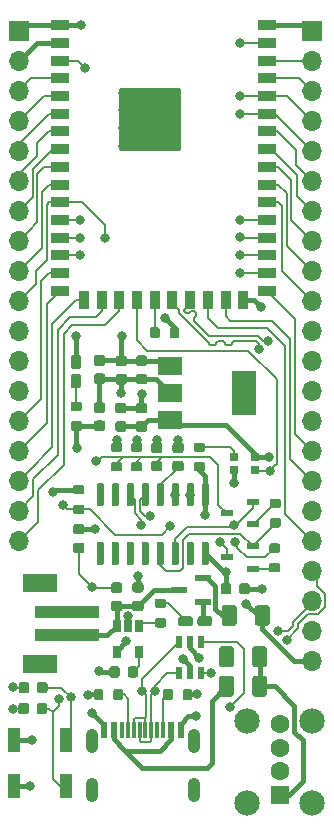
<source format=gbr>
%TF.GenerationSoftware,KiCad,Pcbnew,5.1.5+dfsg1-2build2*%
%TF.CreationDate,2021-10-10T13:01:52+05:30*%
%TF.ProjectId,USBee32-S2,55534265-6533-4322-9d53-322e6b696361,rev?*%
%TF.SameCoordinates,Original*%
%TF.FileFunction,Copper,L1,Top*%
%TF.FilePolarity,Positive*%
%FSLAX46Y46*%
G04 Gerber Fmt 4.6, Leading zero omitted, Abs format (unit mm)*
G04 Created by KiCad (PCBNEW 5.1.5+dfsg1-2build2) date 2021-10-10 13:01:52*
%MOMM*%
%LPD*%
G04 APERTURE LIST*
%ADD10C,0.100000*%
%ADD11R,1.320800X0.558800*%
%ADD12R,0.700000X0.700000*%
%ADD13C,2.150000*%
%ADD14R,1.600000X1.600000*%
%ADD15C,1.600000*%
%ADD16O,1.700000X1.700000*%
%ADD17R,1.700000X1.700000*%
%ADD18R,0.600000X1.125000*%
%ADD19R,1.000000X2.000000*%
%ADD20O,1.050000X2.100000*%
%ADD21R,0.600000X1.450000*%
%ADD22R,0.300000X1.450000*%
%ADD23R,3.000000X1.600000*%
%ADD24R,5.500000X1.000000*%
%ADD25R,1.050000X0.600000*%
%ADD26R,0.650000X1.060000*%
%ADD27R,2.000000X1.500000*%
%ADD28R,2.000000X3.800000*%
%ADD29R,1.100000X1.100000*%
%ADD30R,1.500000X0.900000*%
%ADD31R,0.900000X1.500000*%
%ADD32C,0.800000*%
%ADD33C,0.400000*%
%ADD34C,0.200000*%
%ADD35C,0.254000*%
G04 APERTURE END LIST*
%TA.AperFunction,SMDPad,CuDef*%
D10*
G36*
X188438704Y-106644404D02*
G01*
X188462973Y-106648004D01*
X188486771Y-106653965D01*
X188509871Y-106662230D01*
X188532049Y-106672720D01*
X188553093Y-106685333D01*
X188572798Y-106699947D01*
X188590977Y-106716423D01*
X188607453Y-106734602D01*
X188622067Y-106754307D01*
X188634680Y-106775351D01*
X188645170Y-106797529D01*
X188653435Y-106820629D01*
X188659396Y-106844427D01*
X188662996Y-106868696D01*
X188664200Y-106893200D01*
X188664200Y-108143200D01*
X188662996Y-108167704D01*
X188659396Y-108191973D01*
X188653435Y-108215771D01*
X188645170Y-108238871D01*
X188634680Y-108261049D01*
X188622067Y-108282093D01*
X188607453Y-108301798D01*
X188590977Y-108319977D01*
X188572798Y-108336453D01*
X188553093Y-108351067D01*
X188532049Y-108363680D01*
X188509871Y-108374170D01*
X188486771Y-108382435D01*
X188462973Y-108388396D01*
X188438704Y-108391996D01*
X188414200Y-108393200D01*
X187664200Y-108393200D01*
X187639696Y-108391996D01*
X187615427Y-108388396D01*
X187591629Y-108382435D01*
X187568529Y-108374170D01*
X187546351Y-108363680D01*
X187525307Y-108351067D01*
X187505602Y-108336453D01*
X187487423Y-108319977D01*
X187470947Y-108301798D01*
X187456333Y-108282093D01*
X187443720Y-108261049D01*
X187433230Y-108238871D01*
X187424965Y-108215771D01*
X187419004Y-108191973D01*
X187415404Y-108167704D01*
X187414200Y-108143200D01*
X187414200Y-106893200D01*
X187415404Y-106868696D01*
X187419004Y-106844427D01*
X187424965Y-106820629D01*
X187433230Y-106797529D01*
X187443720Y-106775351D01*
X187456333Y-106754307D01*
X187470947Y-106734602D01*
X187487423Y-106716423D01*
X187505602Y-106699947D01*
X187525307Y-106685333D01*
X187546351Y-106672720D01*
X187568529Y-106662230D01*
X187591629Y-106653965D01*
X187615427Y-106648004D01*
X187639696Y-106644404D01*
X187664200Y-106643200D01*
X188414200Y-106643200D01*
X188438704Y-106644404D01*
G37*
%TD.AperFunction*%
%TA.AperFunction,SMDPad,CuDef*%
G36*
X185638704Y-106644404D02*
G01*
X185662973Y-106648004D01*
X185686771Y-106653965D01*
X185709871Y-106662230D01*
X185732049Y-106672720D01*
X185753093Y-106685333D01*
X185772798Y-106699947D01*
X185790977Y-106716423D01*
X185807453Y-106734602D01*
X185822067Y-106754307D01*
X185834680Y-106775351D01*
X185845170Y-106797529D01*
X185853435Y-106820629D01*
X185859396Y-106844427D01*
X185862996Y-106868696D01*
X185864200Y-106893200D01*
X185864200Y-108143200D01*
X185862996Y-108167704D01*
X185859396Y-108191973D01*
X185853435Y-108215771D01*
X185845170Y-108238871D01*
X185834680Y-108261049D01*
X185822067Y-108282093D01*
X185807453Y-108301798D01*
X185790977Y-108319977D01*
X185772798Y-108336453D01*
X185753093Y-108351067D01*
X185732049Y-108363680D01*
X185709871Y-108374170D01*
X185686771Y-108382435D01*
X185662973Y-108388396D01*
X185638704Y-108391996D01*
X185614200Y-108393200D01*
X184864200Y-108393200D01*
X184839696Y-108391996D01*
X184815427Y-108388396D01*
X184791629Y-108382435D01*
X184768529Y-108374170D01*
X184746351Y-108363680D01*
X184725307Y-108351067D01*
X184705602Y-108336453D01*
X184687423Y-108319977D01*
X184670947Y-108301798D01*
X184656333Y-108282093D01*
X184643720Y-108261049D01*
X184633230Y-108238871D01*
X184624965Y-108215771D01*
X184619004Y-108191973D01*
X184615404Y-108167704D01*
X184614200Y-108143200D01*
X184614200Y-106893200D01*
X184615404Y-106868696D01*
X184619004Y-106844427D01*
X184624965Y-106820629D01*
X184633230Y-106797529D01*
X184643720Y-106775351D01*
X184656333Y-106754307D01*
X184670947Y-106734602D01*
X184687423Y-106716423D01*
X184705602Y-106699947D01*
X184725307Y-106685333D01*
X184746351Y-106672720D01*
X184768529Y-106662230D01*
X184791629Y-106653965D01*
X184815427Y-106648004D01*
X184839696Y-106644404D01*
X184864200Y-106643200D01*
X185614200Y-106643200D01*
X185638704Y-106644404D01*
G37*
%TD.AperFunction*%
D11*
X182981600Y-106400600D03*
X182981600Y-104368600D03*
X180949600Y-105384600D03*
D12*
X187427200Y-94115800D03*
X187427200Y-95215800D03*
X185597200Y-95215800D03*
X185597200Y-94115800D03*
D13*
X186780000Y-123430000D03*
X186780000Y-116430000D03*
X192220000Y-116430000D03*
X192220000Y-123430000D03*
D14*
X189500000Y-122700000D03*
D15*
X189500000Y-120700000D03*
X189500000Y-118700000D03*
X189500000Y-116700000D03*
%TA.AperFunction,SMDPad,CuDef*%
D10*
G36*
X175752691Y-111826053D02*
G01*
X175773926Y-111829203D01*
X175794750Y-111834419D01*
X175814962Y-111841651D01*
X175834368Y-111850830D01*
X175852781Y-111861866D01*
X175870024Y-111874654D01*
X175885930Y-111889070D01*
X175900346Y-111904976D01*
X175913134Y-111922219D01*
X175924170Y-111940632D01*
X175933349Y-111960038D01*
X175940581Y-111980250D01*
X175945797Y-112001074D01*
X175948947Y-112022309D01*
X175950000Y-112043750D01*
X175950000Y-112556250D01*
X175948947Y-112577691D01*
X175945797Y-112598926D01*
X175940581Y-112619750D01*
X175933349Y-112639962D01*
X175924170Y-112659368D01*
X175913134Y-112677781D01*
X175900346Y-112695024D01*
X175885930Y-112710930D01*
X175870024Y-112725346D01*
X175852781Y-112738134D01*
X175834368Y-112749170D01*
X175814962Y-112758349D01*
X175794750Y-112765581D01*
X175773926Y-112770797D01*
X175752691Y-112773947D01*
X175731250Y-112775000D01*
X175293750Y-112775000D01*
X175272309Y-112773947D01*
X175251074Y-112770797D01*
X175230250Y-112765581D01*
X175210038Y-112758349D01*
X175190632Y-112749170D01*
X175172219Y-112738134D01*
X175154976Y-112725346D01*
X175139070Y-112710930D01*
X175124654Y-112695024D01*
X175111866Y-112677781D01*
X175100830Y-112659368D01*
X175091651Y-112639962D01*
X175084419Y-112619750D01*
X175079203Y-112598926D01*
X175076053Y-112577691D01*
X175075000Y-112556250D01*
X175075000Y-112043750D01*
X175076053Y-112022309D01*
X175079203Y-112001074D01*
X175084419Y-111980250D01*
X175091651Y-111960038D01*
X175100830Y-111940632D01*
X175111866Y-111922219D01*
X175124654Y-111904976D01*
X175139070Y-111889070D01*
X175154976Y-111874654D01*
X175172219Y-111861866D01*
X175190632Y-111850830D01*
X175210038Y-111841651D01*
X175230250Y-111834419D01*
X175251074Y-111829203D01*
X175272309Y-111826053D01*
X175293750Y-111825000D01*
X175731250Y-111825000D01*
X175752691Y-111826053D01*
G37*
%TD.AperFunction*%
%TA.AperFunction,SMDPad,CuDef*%
G36*
X177327691Y-111826053D02*
G01*
X177348926Y-111829203D01*
X177369750Y-111834419D01*
X177389962Y-111841651D01*
X177409368Y-111850830D01*
X177427781Y-111861866D01*
X177445024Y-111874654D01*
X177460930Y-111889070D01*
X177475346Y-111904976D01*
X177488134Y-111922219D01*
X177499170Y-111940632D01*
X177508349Y-111960038D01*
X177515581Y-111980250D01*
X177520797Y-112001074D01*
X177523947Y-112022309D01*
X177525000Y-112043750D01*
X177525000Y-112556250D01*
X177523947Y-112577691D01*
X177520797Y-112598926D01*
X177515581Y-112619750D01*
X177508349Y-112639962D01*
X177499170Y-112659368D01*
X177488134Y-112677781D01*
X177475346Y-112695024D01*
X177460930Y-112710930D01*
X177445024Y-112725346D01*
X177427781Y-112738134D01*
X177409368Y-112749170D01*
X177389962Y-112758349D01*
X177369750Y-112765581D01*
X177348926Y-112770797D01*
X177327691Y-112773947D01*
X177306250Y-112775000D01*
X176868750Y-112775000D01*
X176847309Y-112773947D01*
X176826074Y-112770797D01*
X176805250Y-112765581D01*
X176785038Y-112758349D01*
X176765632Y-112749170D01*
X176747219Y-112738134D01*
X176729976Y-112725346D01*
X176714070Y-112710930D01*
X176699654Y-112695024D01*
X176686866Y-112677781D01*
X176675830Y-112659368D01*
X176666651Y-112639962D01*
X176659419Y-112619750D01*
X176654203Y-112598926D01*
X176651053Y-112577691D01*
X176650000Y-112556250D01*
X176650000Y-112043750D01*
X176651053Y-112022309D01*
X176654203Y-112001074D01*
X176659419Y-111980250D01*
X176666651Y-111960038D01*
X176675830Y-111940632D01*
X176686866Y-111922219D01*
X176699654Y-111904976D01*
X176714070Y-111889070D01*
X176729976Y-111874654D01*
X176747219Y-111861866D01*
X176765632Y-111850830D01*
X176785038Y-111841651D01*
X176805250Y-111834419D01*
X176826074Y-111829203D01*
X176847309Y-111826053D01*
X176868750Y-111825000D01*
X177306250Y-111825000D01*
X177327691Y-111826053D01*
G37*
%TD.AperFunction*%
%TA.AperFunction,SMDPad,CuDef*%
G36*
X182994603Y-94525963D02*
G01*
X183014018Y-94528843D01*
X183033057Y-94533612D01*
X183051537Y-94540224D01*
X183069279Y-94548616D01*
X183086114Y-94558706D01*
X183101879Y-94570398D01*
X183116421Y-94583579D01*
X183129602Y-94598121D01*
X183141294Y-94613886D01*
X183151384Y-94630721D01*
X183159776Y-94648463D01*
X183166388Y-94666943D01*
X183171157Y-94685982D01*
X183174037Y-94705397D01*
X183175000Y-94725000D01*
X183175000Y-95125000D01*
X183174037Y-95144603D01*
X183171157Y-95164018D01*
X183166388Y-95183057D01*
X183159776Y-95201537D01*
X183151384Y-95219279D01*
X183141294Y-95236114D01*
X183129602Y-95251879D01*
X183116421Y-95266421D01*
X183101879Y-95279602D01*
X183086114Y-95291294D01*
X183069279Y-95301384D01*
X183051537Y-95309776D01*
X183033057Y-95316388D01*
X183014018Y-95321157D01*
X182994603Y-95324037D01*
X182975000Y-95325000D01*
X182425000Y-95325000D01*
X182405397Y-95324037D01*
X182385982Y-95321157D01*
X182366943Y-95316388D01*
X182348463Y-95309776D01*
X182330721Y-95301384D01*
X182313886Y-95291294D01*
X182298121Y-95279602D01*
X182283579Y-95266421D01*
X182270398Y-95251879D01*
X182258706Y-95236114D01*
X182248616Y-95219279D01*
X182240224Y-95201537D01*
X182233612Y-95183057D01*
X182228843Y-95164018D01*
X182225963Y-95144603D01*
X182225000Y-95125000D01*
X182225000Y-94725000D01*
X182225963Y-94705397D01*
X182228843Y-94685982D01*
X182233612Y-94666943D01*
X182240224Y-94648463D01*
X182248616Y-94630721D01*
X182258706Y-94613886D01*
X182270398Y-94598121D01*
X182283579Y-94583579D01*
X182298121Y-94570398D01*
X182313886Y-94558706D01*
X182330721Y-94548616D01*
X182348463Y-94540224D01*
X182366943Y-94533612D01*
X182385982Y-94528843D01*
X182405397Y-94525963D01*
X182425000Y-94525000D01*
X182975000Y-94525000D01*
X182994603Y-94525963D01*
G37*
%TD.AperFunction*%
%TA.AperFunction,SMDPad,CuDef*%
G36*
X182994603Y-92875963D02*
G01*
X183014018Y-92878843D01*
X183033057Y-92883612D01*
X183051537Y-92890224D01*
X183069279Y-92898616D01*
X183086114Y-92908706D01*
X183101879Y-92920398D01*
X183116421Y-92933579D01*
X183129602Y-92948121D01*
X183141294Y-92963886D01*
X183151384Y-92980721D01*
X183159776Y-92998463D01*
X183166388Y-93016943D01*
X183171157Y-93035982D01*
X183174037Y-93055397D01*
X183175000Y-93075000D01*
X183175000Y-93475000D01*
X183174037Y-93494603D01*
X183171157Y-93514018D01*
X183166388Y-93533057D01*
X183159776Y-93551537D01*
X183151384Y-93569279D01*
X183141294Y-93586114D01*
X183129602Y-93601879D01*
X183116421Y-93616421D01*
X183101879Y-93629602D01*
X183086114Y-93641294D01*
X183069279Y-93651384D01*
X183051537Y-93659776D01*
X183033057Y-93666388D01*
X183014018Y-93671157D01*
X182994603Y-93674037D01*
X182975000Y-93675000D01*
X182425000Y-93675000D01*
X182405397Y-93674037D01*
X182385982Y-93671157D01*
X182366943Y-93666388D01*
X182348463Y-93659776D01*
X182330721Y-93651384D01*
X182313886Y-93641294D01*
X182298121Y-93629602D01*
X182283579Y-93616421D01*
X182270398Y-93601879D01*
X182258706Y-93586114D01*
X182248616Y-93569279D01*
X182240224Y-93551537D01*
X182233612Y-93533057D01*
X182228843Y-93514018D01*
X182225963Y-93494603D01*
X182225000Y-93475000D01*
X182225000Y-93075000D01*
X182225963Y-93055397D01*
X182228843Y-93035982D01*
X182233612Y-93016943D01*
X182240224Y-92998463D01*
X182248616Y-92980721D01*
X182258706Y-92963886D01*
X182270398Y-92948121D01*
X182283579Y-92933579D01*
X182298121Y-92920398D01*
X182313886Y-92908706D01*
X182330721Y-92898616D01*
X182348463Y-92890224D01*
X182366943Y-92883612D01*
X182385982Y-92878843D01*
X182405397Y-92875963D01*
X182425000Y-92875000D01*
X182975000Y-92875000D01*
X182994603Y-92875963D01*
G37*
%TD.AperFunction*%
%TA.AperFunction,SMDPad,CuDef*%
G36*
X172777691Y-99776053D02*
G01*
X172798926Y-99779203D01*
X172819750Y-99784419D01*
X172839962Y-99791651D01*
X172859368Y-99800830D01*
X172877781Y-99811866D01*
X172895024Y-99824654D01*
X172910930Y-99839070D01*
X172925346Y-99854976D01*
X172938134Y-99872219D01*
X172949170Y-99890632D01*
X172958349Y-99910038D01*
X172965581Y-99930250D01*
X172970797Y-99951074D01*
X172973947Y-99972309D01*
X172975000Y-99993750D01*
X172975000Y-100431250D01*
X172973947Y-100452691D01*
X172970797Y-100473926D01*
X172965581Y-100494750D01*
X172958349Y-100514962D01*
X172949170Y-100534368D01*
X172938134Y-100552781D01*
X172925346Y-100570024D01*
X172910930Y-100585930D01*
X172895024Y-100600346D01*
X172877781Y-100613134D01*
X172859368Y-100624170D01*
X172839962Y-100633349D01*
X172819750Y-100640581D01*
X172798926Y-100645797D01*
X172777691Y-100648947D01*
X172756250Y-100650000D01*
X172243750Y-100650000D01*
X172222309Y-100648947D01*
X172201074Y-100645797D01*
X172180250Y-100640581D01*
X172160038Y-100633349D01*
X172140632Y-100624170D01*
X172122219Y-100613134D01*
X172104976Y-100600346D01*
X172089070Y-100585930D01*
X172074654Y-100570024D01*
X172061866Y-100552781D01*
X172050830Y-100534368D01*
X172041651Y-100514962D01*
X172034419Y-100494750D01*
X172029203Y-100473926D01*
X172026053Y-100452691D01*
X172025000Y-100431250D01*
X172025000Y-99993750D01*
X172026053Y-99972309D01*
X172029203Y-99951074D01*
X172034419Y-99930250D01*
X172041651Y-99910038D01*
X172050830Y-99890632D01*
X172061866Y-99872219D01*
X172074654Y-99854976D01*
X172089070Y-99839070D01*
X172104976Y-99824654D01*
X172122219Y-99811866D01*
X172140632Y-99800830D01*
X172160038Y-99791651D01*
X172180250Y-99784419D01*
X172201074Y-99779203D01*
X172222309Y-99776053D01*
X172243750Y-99775000D01*
X172756250Y-99775000D01*
X172777691Y-99776053D01*
G37*
%TD.AperFunction*%
%TA.AperFunction,SMDPad,CuDef*%
G36*
X172777691Y-101351053D02*
G01*
X172798926Y-101354203D01*
X172819750Y-101359419D01*
X172839962Y-101366651D01*
X172859368Y-101375830D01*
X172877781Y-101386866D01*
X172895024Y-101399654D01*
X172910930Y-101414070D01*
X172925346Y-101429976D01*
X172938134Y-101447219D01*
X172949170Y-101465632D01*
X172958349Y-101485038D01*
X172965581Y-101505250D01*
X172970797Y-101526074D01*
X172973947Y-101547309D01*
X172975000Y-101568750D01*
X172975000Y-102006250D01*
X172973947Y-102027691D01*
X172970797Y-102048926D01*
X172965581Y-102069750D01*
X172958349Y-102089962D01*
X172949170Y-102109368D01*
X172938134Y-102127781D01*
X172925346Y-102145024D01*
X172910930Y-102160930D01*
X172895024Y-102175346D01*
X172877781Y-102188134D01*
X172859368Y-102199170D01*
X172839962Y-102208349D01*
X172819750Y-102215581D01*
X172798926Y-102220797D01*
X172777691Y-102223947D01*
X172756250Y-102225000D01*
X172243750Y-102225000D01*
X172222309Y-102223947D01*
X172201074Y-102220797D01*
X172180250Y-102215581D01*
X172160038Y-102208349D01*
X172140632Y-102199170D01*
X172122219Y-102188134D01*
X172104976Y-102175346D01*
X172089070Y-102160930D01*
X172074654Y-102145024D01*
X172061866Y-102127781D01*
X172050830Y-102109368D01*
X172041651Y-102089962D01*
X172034419Y-102069750D01*
X172029203Y-102048926D01*
X172026053Y-102027691D01*
X172025000Y-102006250D01*
X172025000Y-101568750D01*
X172026053Y-101547309D01*
X172029203Y-101526074D01*
X172034419Y-101505250D01*
X172041651Y-101485038D01*
X172050830Y-101465632D01*
X172061866Y-101447219D01*
X172074654Y-101429976D01*
X172089070Y-101414070D01*
X172104976Y-101399654D01*
X172122219Y-101386866D01*
X172140632Y-101375830D01*
X172160038Y-101366651D01*
X172180250Y-101359419D01*
X172201074Y-101354203D01*
X172222309Y-101351053D01*
X172243750Y-101350000D01*
X172756250Y-101350000D01*
X172777691Y-101351053D01*
G37*
%TD.AperFunction*%
%TA.AperFunction,SMDPad,CuDef*%
G36*
X175977691Y-104726053D02*
G01*
X175998926Y-104729203D01*
X176019750Y-104734419D01*
X176039962Y-104741651D01*
X176059368Y-104750830D01*
X176077781Y-104761866D01*
X176095024Y-104774654D01*
X176110930Y-104789070D01*
X176125346Y-104804976D01*
X176138134Y-104822219D01*
X176149170Y-104840632D01*
X176158349Y-104860038D01*
X176165581Y-104880250D01*
X176170797Y-104901074D01*
X176173947Y-104922309D01*
X176175000Y-104943750D01*
X176175000Y-105381250D01*
X176173947Y-105402691D01*
X176170797Y-105423926D01*
X176165581Y-105444750D01*
X176158349Y-105464962D01*
X176149170Y-105484368D01*
X176138134Y-105502781D01*
X176125346Y-105520024D01*
X176110930Y-105535930D01*
X176095024Y-105550346D01*
X176077781Y-105563134D01*
X176059368Y-105574170D01*
X176039962Y-105583349D01*
X176019750Y-105590581D01*
X175998926Y-105595797D01*
X175977691Y-105598947D01*
X175956250Y-105600000D01*
X175443750Y-105600000D01*
X175422309Y-105598947D01*
X175401074Y-105595797D01*
X175380250Y-105590581D01*
X175360038Y-105583349D01*
X175340632Y-105574170D01*
X175322219Y-105563134D01*
X175304976Y-105550346D01*
X175289070Y-105535930D01*
X175274654Y-105520024D01*
X175261866Y-105502781D01*
X175250830Y-105484368D01*
X175241651Y-105464962D01*
X175234419Y-105444750D01*
X175229203Y-105423926D01*
X175226053Y-105402691D01*
X175225000Y-105381250D01*
X175225000Y-104943750D01*
X175226053Y-104922309D01*
X175229203Y-104901074D01*
X175234419Y-104880250D01*
X175241651Y-104860038D01*
X175250830Y-104840632D01*
X175261866Y-104822219D01*
X175274654Y-104804976D01*
X175289070Y-104789070D01*
X175304976Y-104774654D01*
X175322219Y-104761866D01*
X175340632Y-104750830D01*
X175360038Y-104741651D01*
X175380250Y-104734419D01*
X175401074Y-104729203D01*
X175422309Y-104726053D01*
X175443750Y-104725000D01*
X175956250Y-104725000D01*
X175977691Y-104726053D01*
G37*
%TD.AperFunction*%
%TA.AperFunction,SMDPad,CuDef*%
G36*
X175977691Y-106301053D02*
G01*
X175998926Y-106304203D01*
X176019750Y-106309419D01*
X176039962Y-106316651D01*
X176059368Y-106325830D01*
X176077781Y-106336866D01*
X176095024Y-106349654D01*
X176110930Y-106364070D01*
X176125346Y-106379976D01*
X176138134Y-106397219D01*
X176149170Y-106415632D01*
X176158349Y-106435038D01*
X176165581Y-106455250D01*
X176170797Y-106476074D01*
X176173947Y-106497309D01*
X176175000Y-106518750D01*
X176175000Y-106956250D01*
X176173947Y-106977691D01*
X176170797Y-106998926D01*
X176165581Y-107019750D01*
X176158349Y-107039962D01*
X176149170Y-107059368D01*
X176138134Y-107077781D01*
X176125346Y-107095024D01*
X176110930Y-107110930D01*
X176095024Y-107125346D01*
X176077781Y-107138134D01*
X176059368Y-107149170D01*
X176039962Y-107158349D01*
X176019750Y-107165581D01*
X175998926Y-107170797D01*
X175977691Y-107173947D01*
X175956250Y-107175000D01*
X175443750Y-107175000D01*
X175422309Y-107173947D01*
X175401074Y-107170797D01*
X175380250Y-107165581D01*
X175360038Y-107158349D01*
X175340632Y-107149170D01*
X175322219Y-107138134D01*
X175304976Y-107125346D01*
X175289070Y-107110930D01*
X175274654Y-107095024D01*
X175261866Y-107077781D01*
X175250830Y-107059368D01*
X175241651Y-107039962D01*
X175234419Y-107019750D01*
X175229203Y-106998926D01*
X175226053Y-106977691D01*
X175225000Y-106956250D01*
X175225000Y-106518750D01*
X175226053Y-106497309D01*
X175229203Y-106476074D01*
X175234419Y-106455250D01*
X175241651Y-106435038D01*
X175250830Y-106415632D01*
X175261866Y-106397219D01*
X175274654Y-106379976D01*
X175289070Y-106364070D01*
X175304976Y-106349654D01*
X175322219Y-106336866D01*
X175340632Y-106325830D01*
X175360038Y-106316651D01*
X175380250Y-106309419D01*
X175401074Y-106304203D01*
X175422309Y-106301053D01*
X175443750Y-106300000D01*
X175956250Y-106300000D01*
X175977691Y-106301053D01*
G37*
%TD.AperFunction*%
D16*
X192220000Y-111355000D03*
X192220000Y-108815000D03*
X192220000Y-106275000D03*
X192220000Y-103735000D03*
X192220000Y-101195000D03*
X192220000Y-98655000D03*
X192220000Y-96115000D03*
X192220000Y-93575000D03*
X192220000Y-91035000D03*
X192220000Y-88495000D03*
X192220000Y-85955000D03*
X192220000Y-83415000D03*
X192220000Y-80875000D03*
X192220000Y-78335000D03*
X192220000Y-75795000D03*
X192220000Y-73255000D03*
X192220000Y-70715000D03*
X192220000Y-68175000D03*
X192220000Y-65635000D03*
X192220000Y-63095000D03*
X192220000Y-60555000D03*
D17*
X192220000Y-58015000D03*
D18*
X182850000Y-109788000D03*
X181900000Y-109788000D03*
X180950000Y-109788000D03*
X180950000Y-112412000D03*
X181900000Y-112412000D03*
X182850000Y-112412000D03*
%TA.AperFunction,SMDPad,CuDef*%
D10*
G36*
X183359703Y-101275722D02*
G01*
X183374264Y-101277882D01*
X183388543Y-101281459D01*
X183402403Y-101286418D01*
X183415710Y-101292712D01*
X183428336Y-101300280D01*
X183440159Y-101309048D01*
X183451066Y-101318934D01*
X183460952Y-101329841D01*
X183469720Y-101341664D01*
X183477288Y-101354290D01*
X183483582Y-101367597D01*
X183488541Y-101381457D01*
X183492118Y-101395736D01*
X183494278Y-101410297D01*
X183495000Y-101425000D01*
X183495000Y-103075000D01*
X183494278Y-103089703D01*
X183492118Y-103104264D01*
X183488541Y-103118543D01*
X183483582Y-103132403D01*
X183477288Y-103145710D01*
X183469720Y-103158336D01*
X183460952Y-103170159D01*
X183451066Y-103181066D01*
X183440159Y-103190952D01*
X183428336Y-103199720D01*
X183415710Y-103207288D01*
X183402403Y-103213582D01*
X183388543Y-103218541D01*
X183374264Y-103222118D01*
X183359703Y-103224278D01*
X183345000Y-103225000D01*
X183045000Y-103225000D01*
X183030297Y-103224278D01*
X183015736Y-103222118D01*
X183001457Y-103218541D01*
X182987597Y-103213582D01*
X182974290Y-103207288D01*
X182961664Y-103199720D01*
X182949841Y-103190952D01*
X182938934Y-103181066D01*
X182929048Y-103170159D01*
X182920280Y-103158336D01*
X182912712Y-103145710D01*
X182906418Y-103132403D01*
X182901459Y-103118543D01*
X182897882Y-103104264D01*
X182895722Y-103089703D01*
X182895000Y-103075000D01*
X182895000Y-101425000D01*
X182895722Y-101410297D01*
X182897882Y-101395736D01*
X182901459Y-101381457D01*
X182906418Y-101367597D01*
X182912712Y-101354290D01*
X182920280Y-101341664D01*
X182929048Y-101329841D01*
X182938934Y-101318934D01*
X182949841Y-101309048D01*
X182961664Y-101300280D01*
X182974290Y-101292712D01*
X182987597Y-101286418D01*
X183001457Y-101281459D01*
X183015736Y-101277882D01*
X183030297Y-101275722D01*
X183045000Y-101275000D01*
X183345000Y-101275000D01*
X183359703Y-101275722D01*
G37*
%TD.AperFunction*%
%TA.AperFunction,SMDPad,CuDef*%
G36*
X182089703Y-101275722D02*
G01*
X182104264Y-101277882D01*
X182118543Y-101281459D01*
X182132403Y-101286418D01*
X182145710Y-101292712D01*
X182158336Y-101300280D01*
X182170159Y-101309048D01*
X182181066Y-101318934D01*
X182190952Y-101329841D01*
X182199720Y-101341664D01*
X182207288Y-101354290D01*
X182213582Y-101367597D01*
X182218541Y-101381457D01*
X182222118Y-101395736D01*
X182224278Y-101410297D01*
X182225000Y-101425000D01*
X182225000Y-103075000D01*
X182224278Y-103089703D01*
X182222118Y-103104264D01*
X182218541Y-103118543D01*
X182213582Y-103132403D01*
X182207288Y-103145710D01*
X182199720Y-103158336D01*
X182190952Y-103170159D01*
X182181066Y-103181066D01*
X182170159Y-103190952D01*
X182158336Y-103199720D01*
X182145710Y-103207288D01*
X182132403Y-103213582D01*
X182118543Y-103218541D01*
X182104264Y-103222118D01*
X182089703Y-103224278D01*
X182075000Y-103225000D01*
X181775000Y-103225000D01*
X181760297Y-103224278D01*
X181745736Y-103222118D01*
X181731457Y-103218541D01*
X181717597Y-103213582D01*
X181704290Y-103207288D01*
X181691664Y-103199720D01*
X181679841Y-103190952D01*
X181668934Y-103181066D01*
X181659048Y-103170159D01*
X181650280Y-103158336D01*
X181642712Y-103145710D01*
X181636418Y-103132403D01*
X181631459Y-103118543D01*
X181627882Y-103104264D01*
X181625722Y-103089703D01*
X181625000Y-103075000D01*
X181625000Y-101425000D01*
X181625722Y-101410297D01*
X181627882Y-101395736D01*
X181631459Y-101381457D01*
X181636418Y-101367597D01*
X181642712Y-101354290D01*
X181650280Y-101341664D01*
X181659048Y-101329841D01*
X181668934Y-101318934D01*
X181679841Y-101309048D01*
X181691664Y-101300280D01*
X181704290Y-101292712D01*
X181717597Y-101286418D01*
X181731457Y-101281459D01*
X181745736Y-101277882D01*
X181760297Y-101275722D01*
X181775000Y-101275000D01*
X182075000Y-101275000D01*
X182089703Y-101275722D01*
G37*
%TD.AperFunction*%
%TA.AperFunction,SMDPad,CuDef*%
G36*
X180819703Y-101275722D02*
G01*
X180834264Y-101277882D01*
X180848543Y-101281459D01*
X180862403Y-101286418D01*
X180875710Y-101292712D01*
X180888336Y-101300280D01*
X180900159Y-101309048D01*
X180911066Y-101318934D01*
X180920952Y-101329841D01*
X180929720Y-101341664D01*
X180937288Y-101354290D01*
X180943582Y-101367597D01*
X180948541Y-101381457D01*
X180952118Y-101395736D01*
X180954278Y-101410297D01*
X180955000Y-101425000D01*
X180955000Y-103075000D01*
X180954278Y-103089703D01*
X180952118Y-103104264D01*
X180948541Y-103118543D01*
X180943582Y-103132403D01*
X180937288Y-103145710D01*
X180929720Y-103158336D01*
X180920952Y-103170159D01*
X180911066Y-103181066D01*
X180900159Y-103190952D01*
X180888336Y-103199720D01*
X180875710Y-103207288D01*
X180862403Y-103213582D01*
X180848543Y-103218541D01*
X180834264Y-103222118D01*
X180819703Y-103224278D01*
X180805000Y-103225000D01*
X180505000Y-103225000D01*
X180490297Y-103224278D01*
X180475736Y-103222118D01*
X180461457Y-103218541D01*
X180447597Y-103213582D01*
X180434290Y-103207288D01*
X180421664Y-103199720D01*
X180409841Y-103190952D01*
X180398934Y-103181066D01*
X180389048Y-103170159D01*
X180380280Y-103158336D01*
X180372712Y-103145710D01*
X180366418Y-103132403D01*
X180361459Y-103118543D01*
X180357882Y-103104264D01*
X180355722Y-103089703D01*
X180355000Y-103075000D01*
X180355000Y-101425000D01*
X180355722Y-101410297D01*
X180357882Y-101395736D01*
X180361459Y-101381457D01*
X180366418Y-101367597D01*
X180372712Y-101354290D01*
X180380280Y-101341664D01*
X180389048Y-101329841D01*
X180398934Y-101318934D01*
X180409841Y-101309048D01*
X180421664Y-101300280D01*
X180434290Y-101292712D01*
X180447597Y-101286418D01*
X180461457Y-101281459D01*
X180475736Y-101277882D01*
X180490297Y-101275722D01*
X180505000Y-101275000D01*
X180805000Y-101275000D01*
X180819703Y-101275722D01*
G37*
%TD.AperFunction*%
%TA.AperFunction,SMDPad,CuDef*%
G36*
X179549703Y-101275722D02*
G01*
X179564264Y-101277882D01*
X179578543Y-101281459D01*
X179592403Y-101286418D01*
X179605710Y-101292712D01*
X179618336Y-101300280D01*
X179630159Y-101309048D01*
X179641066Y-101318934D01*
X179650952Y-101329841D01*
X179659720Y-101341664D01*
X179667288Y-101354290D01*
X179673582Y-101367597D01*
X179678541Y-101381457D01*
X179682118Y-101395736D01*
X179684278Y-101410297D01*
X179685000Y-101425000D01*
X179685000Y-103075000D01*
X179684278Y-103089703D01*
X179682118Y-103104264D01*
X179678541Y-103118543D01*
X179673582Y-103132403D01*
X179667288Y-103145710D01*
X179659720Y-103158336D01*
X179650952Y-103170159D01*
X179641066Y-103181066D01*
X179630159Y-103190952D01*
X179618336Y-103199720D01*
X179605710Y-103207288D01*
X179592403Y-103213582D01*
X179578543Y-103218541D01*
X179564264Y-103222118D01*
X179549703Y-103224278D01*
X179535000Y-103225000D01*
X179235000Y-103225000D01*
X179220297Y-103224278D01*
X179205736Y-103222118D01*
X179191457Y-103218541D01*
X179177597Y-103213582D01*
X179164290Y-103207288D01*
X179151664Y-103199720D01*
X179139841Y-103190952D01*
X179128934Y-103181066D01*
X179119048Y-103170159D01*
X179110280Y-103158336D01*
X179102712Y-103145710D01*
X179096418Y-103132403D01*
X179091459Y-103118543D01*
X179087882Y-103104264D01*
X179085722Y-103089703D01*
X179085000Y-103075000D01*
X179085000Y-101425000D01*
X179085722Y-101410297D01*
X179087882Y-101395736D01*
X179091459Y-101381457D01*
X179096418Y-101367597D01*
X179102712Y-101354290D01*
X179110280Y-101341664D01*
X179119048Y-101329841D01*
X179128934Y-101318934D01*
X179139841Y-101309048D01*
X179151664Y-101300280D01*
X179164290Y-101292712D01*
X179177597Y-101286418D01*
X179191457Y-101281459D01*
X179205736Y-101277882D01*
X179220297Y-101275722D01*
X179235000Y-101275000D01*
X179535000Y-101275000D01*
X179549703Y-101275722D01*
G37*
%TD.AperFunction*%
%TA.AperFunction,SMDPad,CuDef*%
G36*
X178279703Y-101275722D02*
G01*
X178294264Y-101277882D01*
X178308543Y-101281459D01*
X178322403Y-101286418D01*
X178335710Y-101292712D01*
X178348336Y-101300280D01*
X178360159Y-101309048D01*
X178371066Y-101318934D01*
X178380952Y-101329841D01*
X178389720Y-101341664D01*
X178397288Y-101354290D01*
X178403582Y-101367597D01*
X178408541Y-101381457D01*
X178412118Y-101395736D01*
X178414278Y-101410297D01*
X178415000Y-101425000D01*
X178415000Y-103075000D01*
X178414278Y-103089703D01*
X178412118Y-103104264D01*
X178408541Y-103118543D01*
X178403582Y-103132403D01*
X178397288Y-103145710D01*
X178389720Y-103158336D01*
X178380952Y-103170159D01*
X178371066Y-103181066D01*
X178360159Y-103190952D01*
X178348336Y-103199720D01*
X178335710Y-103207288D01*
X178322403Y-103213582D01*
X178308543Y-103218541D01*
X178294264Y-103222118D01*
X178279703Y-103224278D01*
X178265000Y-103225000D01*
X177965000Y-103225000D01*
X177950297Y-103224278D01*
X177935736Y-103222118D01*
X177921457Y-103218541D01*
X177907597Y-103213582D01*
X177894290Y-103207288D01*
X177881664Y-103199720D01*
X177869841Y-103190952D01*
X177858934Y-103181066D01*
X177849048Y-103170159D01*
X177840280Y-103158336D01*
X177832712Y-103145710D01*
X177826418Y-103132403D01*
X177821459Y-103118543D01*
X177817882Y-103104264D01*
X177815722Y-103089703D01*
X177815000Y-103075000D01*
X177815000Y-101425000D01*
X177815722Y-101410297D01*
X177817882Y-101395736D01*
X177821459Y-101381457D01*
X177826418Y-101367597D01*
X177832712Y-101354290D01*
X177840280Y-101341664D01*
X177849048Y-101329841D01*
X177858934Y-101318934D01*
X177869841Y-101309048D01*
X177881664Y-101300280D01*
X177894290Y-101292712D01*
X177907597Y-101286418D01*
X177921457Y-101281459D01*
X177935736Y-101277882D01*
X177950297Y-101275722D01*
X177965000Y-101275000D01*
X178265000Y-101275000D01*
X178279703Y-101275722D01*
G37*
%TD.AperFunction*%
%TA.AperFunction,SMDPad,CuDef*%
G36*
X177009703Y-101275722D02*
G01*
X177024264Y-101277882D01*
X177038543Y-101281459D01*
X177052403Y-101286418D01*
X177065710Y-101292712D01*
X177078336Y-101300280D01*
X177090159Y-101309048D01*
X177101066Y-101318934D01*
X177110952Y-101329841D01*
X177119720Y-101341664D01*
X177127288Y-101354290D01*
X177133582Y-101367597D01*
X177138541Y-101381457D01*
X177142118Y-101395736D01*
X177144278Y-101410297D01*
X177145000Y-101425000D01*
X177145000Y-103075000D01*
X177144278Y-103089703D01*
X177142118Y-103104264D01*
X177138541Y-103118543D01*
X177133582Y-103132403D01*
X177127288Y-103145710D01*
X177119720Y-103158336D01*
X177110952Y-103170159D01*
X177101066Y-103181066D01*
X177090159Y-103190952D01*
X177078336Y-103199720D01*
X177065710Y-103207288D01*
X177052403Y-103213582D01*
X177038543Y-103218541D01*
X177024264Y-103222118D01*
X177009703Y-103224278D01*
X176995000Y-103225000D01*
X176695000Y-103225000D01*
X176680297Y-103224278D01*
X176665736Y-103222118D01*
X176651457Y-103218541D01*
X176637597Y-103213582D01*
X176624290Y-103207288D01*
X176611664Y-103199720D01*
X176599841Y-103190952D01*
X176588934Y-103181066D01*
X176579048Y-103170159D01*
X176570280Y-103158336D01*
X176562712Y-103145710D01*
X176556418Y-103132403D01*
X176551459Y-103118543D01*
X176547882Y-103104264D01*
X176545722Y-103089703D01*
X176545000Y-103075000D01*
X176545000Y-101425000D01*
X176545722Y-101410297D01*
X176547882Y-101395736D01*
X176551459Y-101381457D01*
X176556418Y-101367597D01*
X176562712Y-101354290D01*
X176570280Y-101341664D01*
X176579048Y-101329841D01*
X176588934Y-101318934D01*
X176599841Y-101309048D01*
X176611664Y-101300280D01*
X176624290Y-101292712D01*
X176637597Y-101286418D01*
X176651457Y-101281459D01*
X176665736Y-101277882D01*
X176680297Y-101275722D01*
X176695000Y-101275000D01*
X176995000Y-101275000D01*
X177009703Y-101275722D01*
G37*
%TD.AperFunction*%
%TA.AperFunction,SMDPad,CuDef*%
G36*
X175739703Y-101275722D02*
G01*
X175754264Y-101277882D01*
X175768543Y-101281459D01*
X175782403Y-101286418D01*
X175795710Y-101292712D01*
X175808336Y-101300280D01*
X175820159Y-101309048D01*
X175831066Y-101318934D01*
X175840952Y-101329841D01*
X175849720Y-101341664D01*
X175857288Y-101354290D01*
X175863582Y-101367597D01*
X175868541Y-101381457D01*
X175872118Y-101395736D01*
X175874278Y-101410297D01*
X175875000Y-101425000D01*
X175875000Y-103075000D01*
X175874278Y-103089703D01*
X175872118Y-103104264D01*
X175868541Y-103118543D01*
X175863582Y-103132403D01*
X175857288Y-103145710D01*
X175849720Y-103158336D01*
X175840952Y-103170159D01*
X175831066Y-103181066D01*
X175820159Y-103190952D01*
X175808336Y-103199720D01*
X175795710Y-103207288D01*
X175782403Y-103213582D01*
X175768543Y-103218541D01*
X175754264Y-103222118D01*
X175739703Y-103224278D01*
X175725000Y-103225000D01*
X175425000Y-103225000D01*
X175410297Y-103224278D01*
X175395736Y-103222118D01*
X175381457Y-103218541D01*
X175367597Y-103213582D01*
X175354290Y-103207288D01*
X175341664Y-103199720D01*
X175329841Y-103190952D01*
X175318934Y-103181066D01*
X175309048Y-103170159D01*
X175300280Y-103158336D01*
X175292712Y-103145710D01*
X175286418Y-103132403D01*
X175281459Y-103118543D01*
X175277882Y-103104264D01*
X175275722Y-103089703D01*
X175275000Y-103075000D01*
X175275000Y-101425000D01*
X175275722Y-101410297D01*
X175277882Y-101395736D01*
X175281459Y-101381457D01*
X175286418Y-101367597D01*
X175292712Y-101354290D01*
X175300280Y-101341664D01*
X175309048Y-101329841D01*
X175318934Y-101318934D01*
X175329841Y-101309048D01*
X175341664Y-101300280D01*
X175354290Y-101292712D01*
X175367597Y-101286418D01*
X175381457Y-101281459D01*
X175395736Y-101277882D01*
X175410297Y-101275722D01*
X175425000Y-101275000D01*
X175725000Y-101275000D01*
X175739703Y-101275722D01*
G37*
%TD.AperFunction*%
%TA.AperFunction,SMDPad,CuDef*%
G36*
X174469703Y-101275722D02*
G01*
X174484264Y-101277882D01*
X174498543Y-101281459D01*
X174512403Y-101286418D01*
X174525710Y-101292712D01*
X174538336Y-101300280D01*
X174550159Y-101309048D01*
X174561066Y-101318934D01*
X174570952Y-101329841D01*
X174579720Y-101341664D01*
X174587288Y-101354290D01*
X174593582Y-101367597D01*
X174598541Y-101381457D01*
X174602118Y-101395736D01*
X174604278Y-101410297D01*
X174605000Y-101425000D01*
X174605000Y-103075000D01*
X174604278Y-103089703D01*
X174602118Y-103104264D01*
X174598541Y-103118543D01*
X174593582Y-103132403D01*
X174587288Y-103145710D01*
X174579720Y-103158336D01*
X174570952Y-103170159D01*
X174561066Y-103181066D01*
X174550159Y-103190952D01*
X174538336Y-103199720D01*
X174525710Y-103207288D01*
X174512403Y-103213582D01*
X174498543Y-103218541D01*
X174484264Y-103222118D01*
X174469703Y-103224278D01*
X174455000Y-103225000D01*
X174155000Y-103225000D01*
X174140297Y-103224278D01*
X174125736Y-103222118D01*
X174111457Y-103218541D01*
X174097597Y-103213582D01*
X174084290Y-103207288D01*
X174071664Y-103199720D01*
X174059841Y-103190952D01*
X174048934Y-103181066D01*
X174039048Y-103170159D01*
X174030280Y-103158336D01*
X174022712Y-103145710D01*
X174016418Y-103132403D01*
X174011459Y-103118543D01*
X174007882Y-103104264D01*
X174005722Y-103089703D01*
X174005000Y-103075000D01*
X174005000Y-101425000D01*
X174005722Y-101410297D01*
X174007882Y-101395736D01*
X174011459Y-101381457D01*
X174016418Y-101367597D01*
X174022712Y-101354290D01*
X174030280Y-101341664D01*
X174039048Y-101329841D01*
X174048934Y-101318934D01*
X174059841Y-101309048D01*
X174071664Y-101300280D01*
X174084290Y-101292712D01*
X174097597Y-101286418D01*
X174111457Y-101281459D01*
X174125736Y-101277882D01*
X174140297Y-101275722D01*
X174155000Y-101275000D01*
X174455000Y-101275000D01*
X174469703Y-101275722D01*
G37*
%TD.AperFunction*%
%TA.AperFunction,SMDPad,CuDef*%
G36*
X174469703Y-96325722D02*
G01*
X174484264Y-96327882D01*
X174498543Y-96331459D01*
X174512403Y-96336418D01*
X174525710Y-96342712D01*
X174538336Y-96350280D01*
X174550159Y-96359048D01*
X174561066Y-96368934D01*
X174570952Y-96379841D01*
X174579720Y-96391664D01*
X174587288Y-96404290D01*
X174593582Y-96417597D01*
X174598541Y-96431457D01*
X174602118Y-96445736D01*
X174604278Y-96460297D01*
X174605000Y-96475000D01*
X174605000Y-98125000D01*
X174604278Y-98139703D01*
X174602118Y-98154264D01*
X174598541Y-98168543D01*
X174593582Y-98182403D01*
X174587288Y-98195710D01*
X174579720Y-98208336D01*
X174570952Y-98220159D01*
X174561066Y-98231066D01*
X174550159Y-98240952D01*
X174538336Y-98249720D01*
X174525710Y-98257288D01*
X174512403Y-98263582D01*
X174498543Y-98268541D01*
X174484264Y-98272118D01*
X174469703Y-98274278D01*
X174455000Y-98275000D01*
X174155000Y-98275000D01*
X174140297Y-98274278D01*
X174125736Y-98272118D01*
X174111457Y-98268541D01*
X174097597Y-98263582D01*
X174084290Y-98257288D01*
X174071664Y-98249720D01*
X174059841Y-98240952D01*
X174048934Y-98231066D01*
X174039048Y-98220159D01*
X174030280Y-98208336D01*
X174022712Y-98195710D01*
X174016418Y-98182403D01*
X174011459Y-98168543D01*
X174007882Y-98154264D01*
X174005722Y-98139703D01*
X174005000Y-98125000D01*
X174005000Y-96475000D01*
X174005722Y-96460297D01*
X174007882Y-96445736D01*
X174011459Y-96431457D01*
X174016418Y-96417597D01*
X174022712Y-96404290D01*
X174030280Y-96391664D01*
X174039048Y-96379841D01*
X174048934Y-96368934D01*
X174059841Y-96359048D01*
X174071664Y-96350280D01*
X174084290Y-96342712D01*
X174097597Y-96336418D01*
X174111457Y-96331459D01*
X174125736Y-96327882D01*
X174140297Y-96325722D01*
X174155000Y-96325000D01*
X174455000Y-96325000D01*
X174469703Y-96325722D01*
G37*
%TD.AperFunction*%
%TA.AperFunction,SMDPad,CuDef*%
G36*
X175739703Y-96325722D02*
G01*
X175754264Y-96327882D01*
X175768543Y-96331459D01*
X175782403Y-96336418D01*
X175795710Y-96342712D01*
X175808336Y-96350280D01*
X175820159Y-96359048D01*
X175831066Y-96368934D01*
X175840952Y-96379841D01*
X175849720Y-96391664D01*
X175857288Y-96404290D01*
X175863582Y-96417597D01*
X175868541Y-96431457D01*
X175872118Y-96445736D01*
X175874278Y-96460297D01*
X175875000Y-96475000D01*
X175875000Y-98125000D01*
X175874278Y-98139703D01*
X175872118Y-98154264D01*
X175868541Y-98168543D01*
X175863582Y-98182403D01*
X175857288Y-98195710D01*
X175849720Y-98208336D01*
X175840952Y-98220159D01*
X175831066Y-98231066D01*
X175820159Y-98240952D01*
X175808336Y-98249720D01*
X175795710Y-98257288D01*
X175782403Y-98263582D01*
X175768543Y-98268541D01*
X175754264Y-98272118D01*
X175739703Y-98274278D01*
X175725000Y-98275000D01*
X175425000Y-98275000D01*
X175410297Y-98274278D01*
X175395736Y-98272118D01*
X175381457Y-98268541D01*
X175367597Y-98263582D01*
X175354290Y-98257288D01*
X175341664Y-98249720D01*
X175329841Y-98240952D01*
X175318934Y-98231066D01*
X175309048Y-98220159D01*
X175300280Y-98208336D01*
X175292712Y-98195710D01*
X175286418Y-98182403D01*
X175281459Y-98168543D01*
X175277882Y-98154264D01*
X175275722Y-98139703D01*
X175275000Y-98125000D01*
X175275000Y-96475000D01*
X175275722Y-96460297D01*
X175277882Y-96445736D01*
X175281459Y-96431457D01*
X175286418Y-96417597D01*
X175292712Y-96404290D01*
X175300280Y-96391664D01*
X175309048Y-96379841D01*
X175318934Y-96368934D01*
X175329841Y-96359048D01*
X175341664Y-96350280D01*
X175354290Y-96342712D01*
X175367597Y-96336418D01*
X175381457Y-96331459D01*
X175395736Y-96327882D01*
X175410297Y-96325722D01*
X175425000Y-96325000D01*
X175725000Y-96325000D01*
X175739703Y-96325722D01*
G37*
%TD.AperFunction*%
%TA.AperFunction,SMDPad,CuDef*%
G36*
X177009703Y-96325722D02*
G01*
X177024264Y-96327882D01*
X177038543Y-96331459D01*
X177052403Y-96336418D01*
X177065710Y-96342712D01*
X177078336Y-96350280D01*
X177090159Y-96359048D01*
X177101066Y-96368934D01*
X177110952Y-96379841D01*
X177119720Y-96391664D01*
X177127288Y-96404290D01*
X177133582Y-96417597D01*
X177138541Y-96431457D01*
X177142118Y-96445736D01*
X177144278Y-96460297D01*
X177145000Y-96475000D01*
X177145000Y-98125000D01*
X177144278Y-98139703D01*
X177142118Y-98154264D01*
X177138541Y-98168543D01*
X177133582Y-98182403D01*
X177127288Y-98195710D01*
X177119720Y-98208336D01*
X177110952Y-98220159D01*
X177101066Y-98231066D01*
X177090159Y-98240952D01*
X177078336Y-98249720D01*
X177065710Y-98257288D01*
X177052403Y-98263582D01*
X177038543Y-98268541D01*
X177024264Y-98272118D01*
X177009703Y-98274278D01*
X176995000Y-98275000D01*
X176695000Y-98275000D01*
X176680297Y-98274278D01*
X176665736Y-98272118D01*
X176651457Y-98268541D01*
X176637597Y-98263582D01*
X176624290Y-98257288D01*
X176611664Y-98249720D01*
X176599841Y-98240952D01*
X176588934Y-98231066D01*
X176579048Y-98220159D01*
X176570280Y-98208336D01*
X176562712Y-98195710D01*
X176556418Y-98182403D01*
X176551459Y-98168543D01*
X176547882Y-98154264D01*
X176545722Y-98139703D01*
X176545000Y-98125000D01*
X176545000Y-96475000D01*
X176545722Y-96460297D01*
X176547882Y-96445736D01*
X176551459Y-96431457D01*
X176556418Y-96417597D01*
X176562712Y-96404290D01*
X176570280Y-96391664D01*
X176579048Y-96379841D01*
X176588934Y-96368934D01*
X176599841Y-96359048D01*
X176611664Y-96350280D01*
X176624290Y-96342712D01*
X176637597Y-96336418D01*
X176651457Y-96331459D01*
X176665736Y-96327882D01*
X176680297Y-96325722D01*
X176695000Y-96325000D01*
X176995000Y-96325000D01*
X177009703Y-96325722D01*
G37*
%TD.AperFunction*%
%TA.AperFunction,SMDPad,CuDef*%
G36*
X178279703Y-96325722D02*
G01*
X178294264Y-96327882D01*
X178308543Y-96331459D01*
X178322403Y-96336418D01*
X178335710Y-96342712D01*
X178348336Y-96350280D01*
X178360159Y-96359048D01*
X178371066Y-96368934D01*
X178380952Y-96379841D01*
X178389720Y-96391664D01*
X178397288Y-96404290D01*
X178403582Y-96417597D01*
X178408541Y-96431457D01*
X178412118Y-96445736D01*
X178414278Y-96460297D01*
X178415000Y-96475000D01*
X178415000Y-98125000D01*
X178414278Y-98139703D01*
X178412118Y-98154264D01*
X178408541Y-98168543D01*
X178403582Y-98182403D01*
X178397288Y-98195710D01*
X178389720Y-98208336D01*
X178380952Y-98220159D01*
X178371066Y-98231066D01*
X178360159Y-98240952D01*
X178348336Y-98249720D01*
X178335710Y-98257288D01*
X178322403Y-98263582D01*
X178308543Y-98268541D01*
X178294264Y-98272118D01*
X178279703Y-98274278D01*
X178265000Y-98275000D01*
X177965000Y-98275000D01*
X177950297Y-98274278D01*
X177935736Y-98272118D01*
X177921457Y-98268541D01*
X177907597Y-98263582D01*
X177894290Y-98257288D01*
X177881664Y-98249720D01*
X177869841Y-98240952D01*
X177858934Y-98231066D01*
X177849048Y-98220159D01*
X177840280Y-98208336D01*
X177832712Y-98195710D01*
X177826418Y-98182403D01*
X177821459Y-98168543D01*
X177817882Y-98154264D01*
X177815722Y-98139703D01*
X177815000Y-98125000D01*
X177815000Y-96475000D01*
X177815722Y-96460297D01*
X177817882Y-96445736D01*
X177821459Y-96431457D01*
X177826418Y-96417597D01*
X177832712Y-96404290D01*
X177840280Y-96391664D01*
X177849048Y-96379841D01*
X177858934Y-96368934D01*
X177869841Y-96359048D01*
X177881664Y-96350280D01*
X177894290Y-96342712D01*
X177907597Y-96336418D01*
X177921457Y-96331459D01*
X177935736Y-96327882D01*
X177950297Y-96325722D01*
X177965000Y-96325000D01*
X178265000Y-96325000D01*
X178279703Y-96325722D01*
G37*
%TD.AperFunction*%
%TA.AperFunction,SMDPad,CuDef*%
G36*
X179549703Y-96325722D02*
G01*
X179564264Y-96327882D01*
X179578543Y-96331459D01*
X179592403Y-96336418D01*
X179605710Y-96342712D01*
X179618336Y-96350280D01*
X179630159Y-96359048D01*
X179641066Y-96368934D01*
X179650952Y-96379841D01*
X179659720Y-96391664D01*
X179667288Y-96404290D01*
X179673582Y-96417597D01*
X179678541Y-96431457D01*
X179682118Y-96445736D01*
X179684278Y-96460297D01*
X179685000Y-96475000D01*
X179685000Y-98125000D01*
X179684278Y-98139703D01*
X179682118Y-98154264D01*
X179678541Y-98168543D01*
X179673582Y-98182403D01*
X179667288Y-98195710D01*
X179659720Y-98208336D01*
X179650952Y-98220159D01*
X179641066Y-98231066D01*
X179630159Y-98240952D01*
X179618336Y-98249720D01*
X179605710Y-98257288D01*
X179592403Y-98263582D01*
X179578543Y-98268541D01*
X179564264Y-98272118D01*
X179549703Y-98274278D01*
X179535000Y-98275000D01*
X179235000Y-98275000D01*
X179220297Y-98274278D01*
X179205736Y-98272118D01*
X179191457Y-98268541D01*
X179177597Y-98263582D01*
X179164290Y-98257288D01*
X179151664Y-98249720D01*
X179139841Y-98240952D01*
X179128934Y-98231066D01*
X179119048Y-98220159D01*
X179110280Y-98208336D01*
X179102712Y-98195710D01*
X179096418Y-98182403D01*
X179091459Y-98168543D01*
X179087882Y-98154264D01*
X179085722Y-98139703D01*
X179085000Y-98125000D01*
X179085000Y-96475000D01*
X179085722Y-96460297D01*
X179087882Y-96445736D01*
X179091459Y-96431457D01*
X179096418Y-96417597D01*
X179102712Y-96404290D01*
X179110280Y-96391664D01*
X179119048Y-96379841D01*
X179128934Y-96368934D01*
X179139841Y-96359048D01*
X179151664Y-96350280D01*
X179164290Y-96342712D01*
X179177597Y-96336418D01*
X179191457Y-96331459D01*
X179205736Y-96327882D01*
X179220297Y-96325722D01*
X179235000Y-96325000D01*
X179535000Y-96325000D01*
X179549703Y-96325722D01*
G37*
%TD.AperFunction*%
%TA.AperFunction,SMDPad,CuDef*%
G36*
X180819703Y-96325722D02*
G01*
X180834264Y-96327882D01*
X180848543Y-96331459D01*
X180862403Y-96336418D01*
X180875710Y-96342712D01*
X180888336Y-96350280D01*
X180900159Y-96359048D01*
X180911066Y-96368934D01*
X180920952Y-96379841D01*
X180929720Y-96391664D01*
X180937288Y-96404290D01*
X180943582Y-96417597D01*
X180948541Y-96431457D01*
X180952118Y-96445736D01*
X180954278Y-96460297D01*
X180955000Y-96475000D01*
X180955000Y-98125000D01*
X180954278Y-98139703D01*
X180952118Y-98154264D01*
X180948541Y-98168543D01*
X180943582Y-98182403D01*
X180937288Y-98195710D01*
X180929720Y-98208336D01*
X180920952Y-98220159D01*
X180911066Y-98231066D01*
X180900159Y-98240952D01*
X180888336Y-98249720D01*
X180875710Y-98257288D01*
X180862403Y-98263582D01*
X180848543Y-98268541D01*
X180834264Y-98272118D01*
X180819703Y-98274278D01*
X180805000Y-98275000D01*
X180505000Y-98275000D01*
X180490297Y-98274278D01*
X180475736Y-98272118D01*
X180461457Y-98268541D01*
X180447597Y-98263582D01*
X180434290Y-98257288D01*
X180421664Y-98249720D01*
X180409841Y-98240952D01*
X180398934Y-98231066D01*
X180389048Y-98220159D01*
X180380280Y-98208336D01*
X180372712Y-98195710D01*
X180366418Y-98182403D01*
X180361459Y-98168543D01*
X180357882Y-98154264D01*
X180355722Y-98139703D01*
X180355000Y-98125000D01*
X180355000Y-96475000D01*
X180355722Y-96460297D01*
X180357882Y-96445736D01*
X180361459Y-96431457D01*
X180366418Y-96417597D01*
X180372712Y-96404290D01*
X180380280Y-96391664D01*
X180389048Y-96379841D01*
X180398934Y-96368934D01*
X180409841Y-96359048D01*
X180421664Y-96350280D01*
X180434290Y-96342712D01*
X180447597Y-96336418D01*
X180461457Y-96331459D01*
X180475736Y-96327882D01*
X180490297Y-96325722D01*
X180505000Y-96325000D01*
X180805000Y-96325000D01*
X180819703Y-96325722D01*
G37*
%TD.AperFunction*%
%TA.AperFunction,SMDPad,CuDef*%
G36*
X182089703Y-96325722D02*
G01*
X182104264Y-96327882D01*
X182118543Y-96331459D01*
X182132403Y-96336418D01*
X182145710Y-96342712D01*
X182158336Y-96350280D01*
X182170159Y-96359048D01*
X182181066Y-96368934D01*
X182190952Y-96379841D01*
X182199720Y-96391664D01*
X182207288Y-96404290D01*
X182213582Y-96417597D01*
X182218541Y-96431457D01*
X182222118Y-96445736D01*
X182224278Y-96460297D01*
X182225000Y-96475000D01*
X182225000Y-98125000D01*
X182224278Y-98139703D01*
X182222118Y-98154264D01*
X182218541Y-98168543D01*
X182213582Y-98182403D01*
X182207288Y-98195710D01*
X182199720Y-98208336D01*
X182190952Y-98220159D01*
X182181066Y-98231066D01*
X182170159Y-98240952D01*
X182158336Y-98249720D01*
X182145710Y-98257288D01*
X182132403Y-98263582D01*
X182118543Y-98268541D01*
X182104264Y-98272118D01*
X182089703Y-98274278D01*
X182075000Y-98275000D01*
X181775000Y-98275000D01*
X181760297Y-98274278D01*
X181745736Y-98272118D01*
X181731457Y-98268541D01*
X181717597Y-98263582D01*
X181704290Y-98257288D01*
X181691664Y-98249720D01*
X181679841Y-98240952D01*
X181668934Y-98231066D01*
X181659048Y-98220159D01*
X181650280Y-98208336D01*
X181642712Y-98195710D01*
X181636418Y-98182403D01*
X181631459Y-98168543D01*
X181627882Y-98154264D01*
X181625722Y-98139703D01*
X181625000Y-98125000D01*
X181625000Y-96475000D01*
X181625722Y-96460297D01*
X181627882Y-96445736D01*
X181631459Y-96431457D01*
X181636418Y-96417597D01*
X181642712Y-96404290D01*
X181650280Y-96391664D01*
X181659048Y-96379841D01*
X181668934Y-96368934D01*
X181679841Y-96359048D01*
X181691664Y-96350280D01*
X181704290Y-96342712D01*
X181717597Y-96336418D01*
X181731457Y-96331459D01*
X181745736Y-96327882D01*
X181760297Y-96325722D01*
X181775000Y-96325000D01*
X182075000Y-96325000D01*
X182089703Y-96325722D01*
G37*
%TD.AperFunction*%
%TA.AperFunction,SMDPad,CuDef*%
G36*
X183359703Y-96325722D02*
G01*
X183374264Y-96327882D01*
X183388543Y-96331459D01*
X183402403Y-96336418D01*
X183415710Y-96342712D01*
X183428336Y-96350280D01*
X183440159Y-96359048D01*
X183451066Y-96368934D01*
X183460952Y-96379841D01*
X183469720Y-96391664D01*
X183477288Y-96404290D01*
X183483582Y-96417597D01*
X183488541Y-96431457D01*
X183492118Y-96445736D01*
X183494278Y-96460297D01*
X183495000Y-96475000D01*
X183495000Y-98125000D01*
X183494278Y-98139703D01*
X183492118Y-98154264D01*
X183488541Y-98168543D01*
X183483582Y-98182403D01*
X183477288Y-98195710D01*
X183469720Y-98208336D01*
X183460952Y-98220159D01*
X183451066Y-98231066D01*
X183440159Y-98240952D01*
X183428336Y-98249720D01*
X183415710Y-98257288D01*
X183402403Y-98263582D01*
X183388543Y-98268541D01*
X183374264Y-98272118D01*
X183359703Y-98274278D01*
X183345000Y-98275000D01*
X183045000Y-98275000D01*
X183030297Y-98274278D01*
X183015736Y-98272118D01*
X183001457Y-98268541D01*
X182987597Y-98263582D01*
X182974290Y-98257288D01*
X182961664Y-98249720D01*
X182949841Y-98240952D01*
X182938934Y-98231066D01*
X182929048Y-98220159D01*
X182920280Y-98208336D01*
X182912712Y-98195710D01*
X182906418Y-98182403D01*
X182901459Y-98168543D01*
X182897882Y-98154264D01*
X182895722Y-98139703D01*
X182895000Y-98125000D01*
X182895000Y-96475000D01*
X182895722Y-96460297D01*
X182897882Y-96445736D01*
X182901459Y-96431457D01*
X182906418Y-96417597D01*
X182912712Y-96404290D01*
X182920280Y-96391664D01*
X182929048Y-96379841D01*
X182938934Y-96368934D01*
X182949841Y-96359048D01*
X182961664Y-96350280D01*
X182974290Y-96342712D01*
X182987597Y-96336418D01*
X183001457Y-96331459D01*
X183015736Y-96327882D01*
X183030297Y-96325722D01*
X183045000Y-96325000D01*
X183345000Y-96325000D01*
X183359703Y-96325722D01*
G37*
%TD.AperFunction*%
D19*
X171450000Y-121990000D03*
X167050000Y-121990000D03*
D20*
X182213980Y-122308620D03*
X173573980Y-122308620D03*
X182213980Y-118128620D03*
X173573980Y-118128620D03*
D21*
X181143980Y-117213620D03*
X180343980Y-117213620D03*
D22*
X179643980Y-117213620D03*
X179143980Y-117213620D03*
X178643980Y-117213620D03*
X178143980Y-117213620D03*
X176143980Y-117213620D03*
X176643980Y-117213620D03*
X177143980Y-117213620D03*
X177643980Y-117213620D03*
D21*
X175443980Y-117213620D03*
X174643980Y-117213620D03*
%TA.AperFunction,SMDPad,CuDef*%
D10*
G36*
X185399504Y-112636204D02*
G01*
X185423773Y-112639804D01*
X185447571Y-112645765D01*
X185470671Y-112654030D01*
X185492849Y-112664520D01*
X185513893Y-112677133D01*
X185533598Y-112691747D01*
X185551777Y-112708223D01*
X185568253Y-112726402D01*
X185582867Y-112746107D01*
X185595480Y-112767151D01*
X185605970Y-112789329D01*
X185614235Y-112812429D01*
X185620196Y-112836227D01*
X185623796Y-112860496D01*
X185625000Y-112885000D01*
X185625000Y-114135000D01*
X185623796Y-114159504D01*
X185620196Y-114183773D01*
X185614235Y-114207571D01*
X185605970Y-114230671D01*
X185595480Y-114252849D01*
X185582867Y-114273893D01*
X185568253Y-114293598D01*
X185551777Y-114311777D01*
X185533598Y-114328253D01*
X185513893Y-114342867D01*
X185492849Y-114355480D01*
X185470671Y-114365970D01*
X185447571Y-114374235D01*
X185423773Y-114380196D01*
X185399504Y-114383796D01*
X185375000Y-114385000D01*
X184625000Y-114385000D01*
X184600496Y-114383796D01*
X184576227Y-114380196D01*
X184552429Y-114374235D01*
X184529329Y-114365970D01*
X184507151Y-114355480D01*
X184486107Y-114342867D01*
X184466402Y-114328253D01*
X184448223Y-114311777D01*
X184431747Y-114293598D01*
X184417133Y-114273893D01*
X184404520Y-114252849D01*
X184394030Y-114230671D01*
X184385765Y-114207571D01*
X184379804Y-114183773D01*
X184376204Y-114159504D01*
X184375000Y-114135000D01*
X184375000Y-112885000D01*
X184376204Y-112860496D01*
X184379804Y-112836227D01*
X184385765Y-112812429D01*
X184394030Y-112789329D01*
X184404520Y-112767151D01*
X184417133Y-112746107D01*
X184431747Y-112726402D01*
X184448223Y-112708223D01*
X184466402Y-112691747D01*
X184486107Y-112677133D01*
X184507151Y-112664520D01*
X184529329Y-112654030D01*
X184552429Y-112645765D01*
X184576227Y-112639804D01*
X184600496Y-112636204D01*
X184625000Y-112635000D01*
X185375000Y-112635000D01*
X185399504Y-112636204D01*
G37*
%TD.AperFunction*%
%TA.AperFunction,SMDPad,CuDef*%
G36*
X188199504Y-112636204D02*
G01*
X188223773Y-112639804D01*
X188247571Y-112645765D01*
X188270671Y-112654030D01*
X188292849Y-112664520D01*
X188313893Y-112677133D01*
X188333598Y-112691747D01*
X188351777Y-112708223D01*
X188368253Y-112726402D01*
X188382867Y-112746107D01*
X188395480Y-112767151D01*
X188405970Y-112789329D01*
X188414235Y-112812429D01*
X188420196Y-112836227D01*
X188423796Y-112860496D01*
X188425000Y-112885000D01*
X188425000Y-114135000D01*
X188423796Y-114159504D01*
X188420196Y-114183773D01*
X188414235Y-114207571D01*
X188405970Y-114230671D01*
X188395480Y-114252849D01*
X188382867Y-114273893D01*
X188368253Y-114293598D01*
X188351777Y-114311777D01*
X188333598Y-114328253D01*
X188313893Y-114342867D01*
X188292849Y-114355480D01*
X188270671Y-114365970D01*
X188247571Y-114374235D01*
X188223773Y-114380196D01*
X188199504Y-114383796D01*
X188175000Y-114385000D01*
X187425000Y-114385000D01*
X187400496Y-114383796D01*
X187376227Y-114380196D01*
X187352429Y-114374235D01*
X187329329Y-114365970D01*
X187307151Y-114355480D01*
X187286107Y-114342867D01*
X187266402Y-114328253D01*
X187248223Y-114311777D01*
X187231747Y-114293598D01*
X187217133Y-114273893D01*
X187204520Y-114252849D01*
X187194030Y-114230671D01*
X187185765Y-114207571D01*
X187179804Y-114183773D01*
X187176204Y-114159504D01*
X187175000Y-114135000D01*
X187175000Y-112885000D01*
X187176204Y-112860496D01*
X187179804Y-112836227D01*
X187185765Y-112812429D01*
X187194030Y-112789329D01*
X187204520Y-112767151D01*
X187217133Y-112746107D01*
X187231747Y-112726402D01*
X187248223Y-112708223D01*
X187266402Y-112691747D01*
X187286107Y-112677133D01*
X187307151Y-112664520D01*
X187329329Y-112654030D01*
X187352429Y-112645765D01*
X187376227Y-112639804D01*
X187400496Y-112636204D01*
X187425000Y-112635000D01*
X188175000Y-112635000D01*
X188199504Y-112636204D01*
G37*
%TD.AperFunction*%
D23*
X169250000Y-104800000D03*
X169250000Y-111600000D03*
D24*
X171500000Y-107200000D03*
X171500000Y-109200000D03*
%TA.AperFunction,SMDPad,CuDef*%
D10*
G36*
X177777691Y-104701053D02*
G01*
X177798926Y-104704203D01*
X177819750Y-104709419D01*
X177839962Y-104716651D01*
X177859368Y-104725830D01*
X177877781Y-104736866D01*
X177895024Y-104749654D01*
X177910930Y-104764070D01*
X177925346Y-104779976D01*
X177938134Y-104797219D01*
X177949170Y-104815632D01*
X177958349Y-104835038D01*
X177965581Y-104855250D01*
X177970797Y-104876074D01*
X177973947Y-104897309D01*
X177975000Y-104918750D01*
X177975000Y-105356250D01*
X177973947Y-105377691D01*
X177970797Y-105398926D01*
X177965581Y-105419750D01*
X177958349Y-105439962D01*
X177949170Y-105459368D01*
X177938134Y-105477781D01*
X177925346Y-105495024D01*
X177910930Y-105510930D01*
X177895024Y-105525346D01*
X177877781Y-105538134D01*
X177859368Y-105549170D01*
X177839962Y-105558349D01*
X177819750Y-105565581D01*
X177798926Y-105570797D01*
X177777691Y-105573947D01*
X177756250Y-105575000D01*
X177243750Y-105575000D01*
X177222309Y-105573947D01*
X177201074Y-105570797D01*
X177180250Y-105565581D01*
X177160038Y-105558349D01*
X177140632Y-105549170D01*
X177122219Y-105538134D01*
X177104976Y-105525346D01*
X177089070Y-105510930D01*
X177074654Y-105495024D01*
X177061866Y-105477781D01*
X177050830Y-105459368D01*
X177041651Y-105439962D01*
X177034419Y-105419750D01*
X177029203Y-105398926D01*
X177026053Y-105377691D01*
X177025000Y-105356250D01*
X177025000Y-104918750D01*
X177026053Y-104897309D01*
X177029203Y-104876074D01*
X177034419Y-104855250D01*
X177041651Y-104835038D01*
X177050830Y-104815632D01*
X177061866Y-104797219D01*
X177074654Y-104779976D01*
X177089070Y-104764070D01*
X177104976Y-104749654D01*
X177122219Y-104736866D01*
X177140632Y-104725830D01*
X177160038Y-104716651D01*
X177180250Y-104709419D01*
X177201074Y-104704203D01*
X177222309Y-104701053D01*
X177243750Y-104700000D01*
X177756250Y-104700000D01*
X177777691Y-104701053D01*
G37*
%TD.AperFunction*%
%TA.AperFunction,SMDPad,CuDef*%
G36*
X177777691Y-106276053D02*
G01*
X177798926Y-106279203D01*
X177819750Y-106284419D01*
X177839962Y-106291651D01*
X177859368Y-106300830D01*
X177877781Y-106311866D01*
X177895024Y-106324654D01*
X177910930Y-106339070D01*
X177925346Y-106354976D01*
X177938134Y-106372219D01*
X177949170Y-106390632D01*
X177958349Y-106410038D01*
X177965581Y-106430250D01*
X177970797Y-106451074D01*
X177973947Y-106472309D01*
X177975000Y-106493750D01*
X177975000Y-106931250D01*
X177973947Y-106952691D01*
X177970797Y-106973926D01*
X177965581Y-106994750D01*
X177958349Y-107014962D01*
X177949170Y-107034368D01*
X177938134Y-107052781D01*
X177925346Y-107070024D01*
X177910930Y-107085930D01*
X177895024Y-107100346D01*
X177877781Y-107113134D01*
X177859368Y-107124170D01*
X177839962Y-107133349D01*
X177819750Y-107140581D01*
X177798926Y-107145797D01*
X177777691Y-107148947D01*
X177756250Y-107150000D01*
X177243750Y-107150000D01*
X177222309Y-107148947D01*
X177201074Y-107145797D01*
X177180250Y-107140581D01*
X177160038Y-107133349D01*
X177140632Y-107124170D01*
X177122219Y-107113134D01*
X177104976Y-107100346D01*
X177089070Y-107085930D01*
X177074654Y-107070024D01*
X177061866Y-107052781D01*
X177050830Y-107034368D01*
X177041651Y-107014962D01*
X177034419Y-106994750D01*
X177029203Y-106973926D01*
X177026053Y-106952691D01*
X177025000Y-106931250D01*
X177025000Y-106493750D01*
X177026053Y-106472309D01*
X177029203Y-106451074D01*
X177034419Y-106430250D01*
X177041651Y-106410038D01*
X177050830Y-106390632D01*
X177061866Y-106372219D01*
X177074654Y-106354976D01*
X177089070Y-106339070D01*
X177104976Y-106324654D01*
X177122219Y-106311866D01*
X177140632Y-106300830D01*
X177160038Y-106291651D01*
X177180250Y-106284419D01*
X177201074Y-106279203D01*
X177222309Y-106276053D01*
X177243750Y-106275000D01*
X177756250Y-106275000D01*
X177777691Y-106276053D01*
G37*
%TD.AperFunction*%
%TA.AperFunction,SMDPad,CuDef*%
G36*
X174394603Y-113735963D02*
G01*
X174414018Y-113738843D01*
X174433057Y-113743612D01*
X174451537Y-113750224D01*
X174469279Y-113758616D01*
X174486114Y-113768706D01*
X174501879Y-113780398D01*
X174516421Y-113793579D01*
X174529602Y-113808121D01*
X174541294Y-113823886D01*
X174551384Y-113840721D01*
X174559776Y-113858463D01*
X174566388Y-113876943D01*
X174571157Y-113895982D01*
X174574037Y-113915397D01*
X174575000Y-113935000D01*
X174575000Y-114485000D01*
X174574037Y-114504603D01*
X174571157Y-114524018D01*
X174566388Y-114543057D01*
X174559776Y-114561537D01*
X174551384Y-114579279D01*
X174541294Y-114596114D01*
X174529602Y-114611879D01*
X174516421Y-114626421D01*
X174501879Y-114639602D01*
X174486114Y-114651294D01*
X174469279Y-114661384D01*
X174451537Y-114669776D01*
X174433057Y-114676388D01*
X174414018Y-114681157D01*
X174394603Y-114684037D01*
X174375000Y-114685000D01*
X173975000Y-114685000D01*
X173955397Y-114684037D01*
X173935982Y-114681157D01*
X173916943Y-114676388D01*
X173898463Y-114669776D01*
X173880721Y-114661384D01*
X173863886Y-114651294D01*
X173848121Y-114639602D01*
X173833579Y-114626421D01*
X173820398Y-114611879D01*
X173808706Y-114596114D01*
X173798616Y-114579279D01*
X173790224Y-114561537D01*
X173783612Y-114543057D01*
X173778843Y-114524018D01*
X173775963Y-114504603D01*
X173775000Y-114485000D01*
X173775000Y-113935000D01*
X173775963Y-113915397D01*
X173778843Y-113895982D01*
X173783612Y-113876943D01*
X173790224Y-113858463D01*
X173798616Y-113840721D01*
X173808706Y-113823886D01*
X173820398Y-113808121D01*
X173833579Y-113793579D01*
X173848121Y-113780398D01*
X173863886Y-113768706D01*
X173880721Y-113758616D01*
X173898463Y-113750224D01*
X173916943Y-113743612D01*
X173935982Y-113738843D01*
X173955397Y-113735963D01*
X173975000Y-113735000D01*
X174375000Y-113735000D01*
X174394603Y-113735963D01*
G37*
%TD.AperFunction*%
%TA.AperFunction,SMDPad,CuDef*%
G36*
X176044603Y-113735963D02*
G01*
X176064018Y-113738843D01*
X176083057Y-113743612D01*
X176101537Y-113750224D01*
X176119279Y-113758616D01*
X176136114Y-113768706D01*
X176151879Y-113780398D01*
X176166421Y-113793579D01*
X176179602Y-113808121D01*
X176191294Y-113823886D01*
X176201384Y-113840721D01*
X176209776Y-113858463D01*
X176216388Y-113876943D01*
X176221157Y-113895982D01*
X176224037Y-113915397D01*
X176225000Y-113935000D01*
X176225000Y-114485000D01*
X176224037Y-114504603D01*
X176221157Y-114524018D01*
X176216388Y-114543057D01*
X176209776Y-114561537D01*
X176201384Y-114579279D01*
X176191294Y-114596114D01*
X176179602Y-114611879D01*
X176166421Y-114626421D01*
X176151879Y-114639602D01*
X176136114Y-114651294D01*
X176119279Y-114661384D01*
X176101537Y-114669776D01*
X176083057Y-114676388D01*
X176064018Y-114681157D01*
X176044603Y-114684037D01*
X176025000Y-114685000D01*
X175625000Y-114685000D01*
X175605397Y-114684037D01*
X175585982Y-114681157D01*
X175566943Y-114676388D01*
X175548463Y-114669776D01*
X175530721Y-114661384D01*
X175513886Y-114651294D01*
X175498121Y-114639602D01*
X175483579Y-114626421D01*
X175470398Y-114611879D01*
X175458706Y-114596114D01*
X175448616Y-114579279D01*
X175440224Y-114561537D01*
X175433612Y-114543057D01*
X175428843Y-114524018D01*
X175425963Y-114504603D01*
X175425000Y-114485000D01*
X175425000Y-113935000D01*
X175425963Y-113915397D01*
X175428843Y-113895982D01*
X175433612Y-113876943D01*
X175440224Y-113858463D01*
X175448616Y-113840721D01*
X175458706Y-113823886D01*
X175470398Y-113808121D01*
X175483579Y-113793579D01*
X175498121Y-113780398D01*
X175513886Y-113768706D01*
X175530721Y-113758616D01*
X175548463Y-113750224D01*
X175566943Y-113743612D01*
X175585982Y-113738843D01*
X175605397Y-113735963D01*
X175625000Y-113735000D01*
X176025000Y-113735000D01*
X176044603Y-113735963D01*
G37*
%TD.AperFunction*%
D25*
X185025000Y-98850000D03*
X187225000Y-97900000D03*
X187225000Y-99800000D03*
X185025000Y-102600000D03*
X187225000Y-101650000D03*
X187225000Y-103550000D03*
D26*
X177600000Y-110600000D03*
X175700000Y-110600000D03*
X175700000Y-108400000D03*
X176650000Y-108400000D03*
X177600000Y-108400000D03*
D27*
X180192500Y-86392900D03*
X180192500Y-90992900D03*
X180192500Y-88692900D03*
D28*
X186492500Y-88692900D03*
D29*
X176990000Y-64090000D03*
X178490000Y-64090000D03*
X179990000Y-64090000D03*
X179990000Y-65590000D03*
X179990000Y-67090000D03*
X178490000Y-67090000D03*
X176990000Y-67090000D03*
X176990000Y-65590000D03*
X178490000Y-65590000D03*
D30*
X188430000Y-57540000D03*
X188430000Y-59040000D03*
X188430000Y-60540000D03*
X188430000Y-62040000D03*
X188430000Y-63540000D03*
X188430000Y-65040000D03*
X188430000Y-66540000D03*
X188430000Y-68040000D03*
X188430000Y-69540000D03*
X188430000Y-71040000D03*
X188430000Y-72540000D03*
X188430000Y-74040000D03*
X188430000Y-75540000D03*
X188430000Y-77040000D03*
X188430000Y-78540000D03*
X188430000Y-80040000D03*
D31*
X186430000Y-80790000D03*
X184930000Y-80790000D03*
X183430000Y-80790000D03*
X181930000Y-80790000D03*
X180430000Y-80790000D03*
X178930000Y-80790000D03*
X177430000Y-80790000D03*
X175930000Y-80790000D03*
X174430000Y-80790000D03*
X172930000Y-80790000D03*
D30*
X170930000Y-80040000D03*
X170930000Y-78540000D03*
X170930000Y-77040000D03*
X170930000Y-75540000D03*
X170930000Y-74040000D03*
X170930000Y-72540000D03*
X170930000Y-71040000D03*
X170930000Y-69540000D03*
X170930000Y-68040000D03*
X170930000Y-66540000D03*
X170930000Y-65040000D03*
X170930000Y-63540000D03*
X170930000Y-62040000D03*
X170930000Y-60540000D03*
X170930000Y-59040000D03*
X170930000Y-57540000D03*
%TA.AperFunction,SMDPad,CuDef*%
D10*
G36*
X175994603Y-92875963D02*
G01*
X176014018Y-92878843D01*
X176033057Y-92883612D01*
X176051537Y-92890224D01*
X176069279Y-92898616D01*
X176086114Y-92908706D01*
X176101879Y-92920398D01*
X176116421Y-92933579D01*
X176129602Y-92948121D01*
X176141294Y-92963886D01*
X176151384Y-92980721D01*
X176159776Y-92998463D01*
X176166388Y-93016943D01*
X176171157Y-93035982D01*
X176174037Y-93055397D01*
X176175000Y-93075000D01*
X176175000Y-93475000D01*
X176174037Y-93494603D01*
X176171157Y-93514018D01*
X176166388Y-93533057D01*
X176159776Y-93551537D01*
X176151384Y-93569279D01*
X176141294Y-93586114D01*
X176129602Y-93601879D01*
X176116421Y-93616421D01*
X176101879Y-93629602D01*
X176086114Y-93641294D01*
X176069279Y-93651384D01*
X176051537Y-93659776D01*
X176033057Y-93666388D01*
X176014018Y-93671157D01*
X175994603Y-93674037D01*
X175975000Y-93675000D01*
X175425000Y-93675000D01*
X175405397Y-93674037D01*
X175385982Y-93671157D01*
X175366943Y-93666388D01*
X175348463Y-93659776D01*
X175330721Y-93651384D01*
X175313886Y-93641294D01*
X175298121Y-93629602D01*
X175283579Y-93616421D01*
X175270398Y-93601879D01*
X175258706Y-93586114D01*
X175248616Y-93569279D01*
X175240224Y-93551537D01*
X175233612Y-93533057D01*
X175228843Y-93514018D01*
X175225963Y-93494603D01*
X175225000Y-93475000D01*
X175225000Y-93075000D01*
X175225963Y-93055397D01*
X175228843Y-93035982D01*
X175233612Y-93016943D01*
X175240224Y-92998463D01*
X175248616Y-92980721D01*
X175258706Y-92963886D01*
X175270398Y-92948121D01*
X175283579Y-92933579D01*
X175298121Y-92920398D01*
X175313886Y-92908706D01*
X175330721Y-92898616D01*
X175348463Y-92890224D01*
X175366943Y-92883612D01*
X175385982Y-92878843D01*
X175405397Y-92875963D01*
X175425000Y-92875000D01*
X175975000Y-92875000D01*
X175994603Y-92875963D01*
G37*
%TD.AperFunction*%
%TA.AperFunction,SMDPad,CuDef*%
G36*
X175994603Y-94525963D02*
G01*
X176014018Y-94528843D01*
X176033057Y-94533612D01*
X176051537Y-94540224D01*
X176069279Y-94548616D01*
X176086114Y-94558706D01*
X176101879Y-94570398D01*
X176116421Y-94583579D01*
X176129602Y-94598121D01*
X176141294Y-94613886D01*
X176151384Y-94630721D01*
X176159776Y-94648463D01*
X176166388Y-94666943D01*
X176171157Y-94685982D01*
X176174037Y-94705397D01*
X176175000Y-94725000D01*
X176175000Y-95125000D01*
X176174037Y-95144603D01*
X176171157Y-95164018D01*
X176166388Y-95183057D01*
X176159776Y-95201537D01*
X176151384Y-95219279D01*
X176141294Y-95236114D01*
X176129602Y-95251879D01*
X176116421Y-95266421D01*
X176101879Y-95279602D01*
X176086114Y-95291294D01*
X176069279Y-95301384D01*
X176051537Y-95309776D01*
X176033057Y-95316388D01*
X176014018Y-95321157D01*
X175994603Y-95324037D01*
X175975000Y-95325000D01*
X175425000Y-95325000D01*
X175405397Y-95324037D01*
X175385982Y-95321157D01*
X175366943Y-95316388D01*
X175348463Y-95309776D01*
X175330721Y-95301384D01*
X175313886Y-95291294D01*
X175298121Y-95279602D01*
X175283579Y-95266421D01*
X175270398Y-95251879D01*
X175258706Y-95236114D01*
X175248616Y-95219279D01*
X175240224Y-95201537D01*
X175233612Y-95183057D01*
X175228843Y-95164018D01*
X175225963Y-95144603D01*
X175225000Y-95125000D01*
X175225000Y-94725000D01*
X175225963Y-94705397D01*
X175228843Y-94685982D01*
X175233612Y-94666943D01*
X175240224Y-94648463D01*
X175248616Y-94630721D01*
X175258706Y-94613886D01*
X175270398Y-94598121D01*
X175283579Y-94583579D01*
X175298121Y-94570398D01*
X175313886Y-94558706D01*
X175330721Y-94548616D01*
X175348463Y-94540224D01*
X175366943Y-94533612D01*
X175385982Y-94528843D01*
X175405397Y-94525963D01*
X175425000Y-94525000D01*
X175975000Y-94525000D01*
X175994603Y-94525963D01*
G37*
%TD.AperFunction*%
%TA.AperFunction,SMDPad,CuDef*%
G36*
X183579929Y-107576823D02*
G01*
X183600557Y-107579883D01*
X183620785Y-107584950D01*
X183640420Y-107591976D01*
X183659272Y-107600892D01*
X183677159Y-107611613D01*
X183693909Y-107624035D01*
X183709360Y-107638040D01*
X183723365Y-107653491D01*
X183735787Y-107670241D01*
X183746508Y-107688128D01*
X183755424Y-107706980D01*
X183762450Y-107726615D01*
X183767517Y-107746843D01*
X183770577Y-107767471D01*
X183771600Y-107788300D01*
X183771600Y-108213300D01*
X183770577Y-108234129D01*
X183767517Y-108254757D01*
X183762450Y-108274985D01*
X183755424Y-108294620D01*
X183746508Y-108313472D01*
X183735787Y-108331359D01*
X183723365Y-108348109D01*
X183709360Y-108363560D01*
X183693909Y-108377565D01*
X183677159Y-108389987D01*
X183659272Y-108400708D01*
X183640420Y-108409624D01*
X183620785Y-108416650D01*
X183600557Y-108421717D01*
X183579929Y-108424777D01*
X183559100Y-108425800D01*
X182759100Y-108425800D01*
X182738271Y-108424777D01*
X182717643Y-108421717D01*
X182697415Y-108416650D01*
X182677780Y-108409624D01*
X182658928Y-108400708D01*
X182641041Y-108389987D01*
X182624291Y-108377565D01*
X182608840Y-108363560D01*
X182594835Y-108348109D01*
X182582413Y-108331359D01*
X182571692Y-108313472D01*
X182562776Y-108294620D01*
X182555750Y-108274985D01*
X182550683Y-108254757D01*
X182547623Y-108234129D01*
X182546600Y-108213300D01*
X182546600Y-107788300D01*
X182547623Y-107767471D01*
X182550683Y-107746843D01*
X182555750Y-107726615D01*
X182562776Y-107706980D01*
X182571692Y-107688128D01*
X182582413Y-107670241D01*
X182594835Y-107653491D01*
X182608840Y-107638040D01*
X182624291Y-107624035D01*
X182641041Y-107611613D01*
X182658928Y-107600892D01*
X182677780Y-107591976D01*
X182697415Y-107584950D01*
X182717643Y-107579883D01*
X182738271Y-107576823D01*
X182759100Y-107575800D01*
X183559100Y-107575800D01*
X183579929Y-107576823D01*
G37*
%TD.AperFunction*%
%TA.AperFunction,SMDPad,CuDef*%
G36*
X181954929Y-107576823D02*
G01*
X181975557Y-107579883D01*
X181995785Y-107584950D01*
X182015420Y-107591976D01*
X182034272Y-107600892D01*
X182052159Y-107611613D01*
X182068909Y-107624035D01*
X182084360Y-107638040D01*
X182098365Y-107653491D01*
X182110787Y-107670241D01*
X182121508Y-107688128D01*
X182130424Y-107706980D01*
X182137450Y-107726615D01*
X182142517Y-107746843D01*
X182145577Y-107767471D01*
X182146600Y-107788300D01*
X182146600Y-108213300D01*
X182145577Y-108234129D01*
X182142517Y-108254757D01*
X182137450Y-108274985D01*
X182130424Y-108294620D01*
X182121508Y-108313472D01*
X182110787Y-108331359D01*
X182098365Y-108348109D01*
X182084360Y-108363560D01*
X182068909Y-108377565D01*
X182052159Y-108389987D01*
X182034272Y-108400708D01*
X182015420Y-108409624D01*
X181995785Y-108416650D01*
X181975557Y-108421717D01*
X181954929Y-108424777D01*
X181934100Y-108425800D01*
X181134100Y-108425800D01*
X181113271Y-108424777D01*
X181092643Y-108421717D01*
X181072415Y-108416650D01*
X181052780Y-108409624D01*
X181033928Y-108400708D01*
X181016041Y-108389987D01*
X180999291Y-108377565D01*
X180983840Y-108363560D01*
X180969835Y-108348109D01*
X180957413Y-108331359D01*
X180946692Y-108313472D01*
X180937776Y-108294620D01*
X180930750Y-108274985D01*
X180925683Y-108254757D01*
X180922623Y-108234129D01*
X180921600Y-108213300D01*
X180921600Y-107788300D01*
X180922623Y-107767471D01*
X180925683Y-107746843D01*
X180930750Y-107726615D01*
X180937776Y-107706980D01*
X180946692Y-107688128D01*
X180957413Y-107670241D01*
X180969835Y-107653491D01*
X180983840Y-107638040D01*
X180999291Y-107624035D01*
X181016041Y-107611613D01*
X181033928Y-107600892D01*
X181052780Y-107591976D01*
X181072415Y-107584950D01*
X181092643Y-107579883D01*
X181113271Y-107576823D01*
X181134100Y-107575800D01*
X181934100Y-107575800D01*
X181954929Y-107576823D01*
G37*
%TD.AperFunction*%
%TA.AperFunction,SMDPad,CuDef*%
G36*
X179694803Y-107740963D02*
G01*
X179714218Y-107743843D01*
X179733257Y-107748612D01*
X179751737Y-107755224D01*
X179769479Y-107763616D01*
X179786314Y-107773706D01*
X179802079Y-107785398D01*
X179816621Y-107798579D01*
X179829802Y-107813121D01*
X179841494Y-107828886D01*
X179851584Y-107845721D01*
X179859976Y-107863463D01*
X179866588Y-107881943D01*
X179871357Y-107900982D01*
X179874237Y-107920397D01*
X179875200Y-107940000D01*
X179875200Y-108340000D01*
X179874237Y-108359603D01*
X179871357Y-108379018D01*
X179866588Y-108398057D01*
X179859976Y-108416537D01*
X179851584Y-108434279D01*
X179841494Y-108451114D01*
X179829802Y-108466879D01*
X179816621Y-108481421D01*
X179802079Y-108494602D01*
X179786314Y-108506294D01*
X179769479Y-108516384D01*
X179751737Y-108524776D01*
X179733257Y-108531388D01*
X179714218Y-108536157D01*
X179694803Y-108539037D01*
X179675200Y-108540000D01*
X179125200Y-108540000D01*
X179105597Y-108539037D01*
X179086182Y-108536157D01*
X179067143Y-108531388D01*
X179048663Y-108524776D01*
X179030921Y-108516384D01*
X179014086Y-108506294D01*
X178998321Y-108494602D01*
X178983779Y-108481421D01*
X178970598Y-108466879D01*
X178958906Y-108451114D01*
X178948816Y-108434279D01*
X178940424Y-108416537D01*
X178933812Y-108398057D01*
X178929043Y-108379018D01*
X178926163Y-108359603D01*
X178925200Y-108340000D01*
X178925200Y-107940000D01*
X178926163Y-107920397D01*
X178929043Y-107900982D01*
X178933812Y-107881943D01*
X178940424Y-107863463D01*
X178948816Y-107845721D01*
X178958906Y-107828886D01*
X178970598Y-107813121D01*
X178983779Y-107798579D01*
X178998321Y-107785398D01*
X179014086Y-107773706D01*
X179030921Y-107763616D01*
X179048663Y-107755224D01*
X179067143Y-107748612D01*
X179086182Y-107743843D01*
X179105597Y-107740963D01*
X179125200Y-107740000D01*
X179675200Y-107740000D01*
X179694803Y-107740963D01*
G37*
%TD.AperFunction*%
%TA.AperFunction,SMDPad,CuDef*%
G36*
X179694803Y-106090963D02*
G01*
X179714218Y-106093843D01*
X179733257Y-106098612D01*
X179751737Y-106105224D01*
X179769479Y-106113616D01*
X179786314Y-106123706D01*
X179802079Y-106135398D01*
X179816621Y-106148579D01*
X179829802Y-106163121D01*
X179841494Y-106178886D01*
X179851584Y-106195721D01*
X179859976Y-106213463D01*
X179866588Y-106231943D01*
X179871357Y-106250982D01*
X179874237Y-106270397D01*
X179875200Y-106290000D01*
X179875200Y-106690000D01*
X179874237Y-106709603D01*
X179871357Y-106729018D01*
X179866588Y-106748057D01*
X179859976Y-106766537D01*
X179851584Y-106784279D01*
X179841494Y-106801114D01*
X179829802Y-106816879D01*
X179816621Y-106831421D01*
X179802079Y-106844602D01*
X179786314Y-106856294D01*
X179769479Y-106866384D01*
X179751737Y-106874776D01*
X179733257Y-106881388D01*
X179714218Y-106886157D01*
X179694803Y-106889037D01*
X179675200Y-106890000D01*
X179125200Y-106890000D01*
X179105597Y-106889037D01*
X179086182Y-106886157D01*
X179067143Y-106881388D01*
X179048663Y-106874776D01*
X179030921Y-106866384D01*
X179014086Y-106856294D01*
X178998321Y-106844602D01*
X178983779Y-106831421D01*
X178970598Y-106816879D01*
X178958906Y-106801114D01*
X178948816Y-106784279D01*
X178940424Y-106766537D01*
X178933812Y-106748057D01*
X178929043Y-106729018D01*
X178926163Y-106709603D01*
X178925200Y-106690000D01*
X178925200Y-106290000D01*
X178926163Y-106270397D01*
X178929043Y-106250982D01*
X178933812Y-106231943D01*
X178940424Y-106213463D01*
X178948816Y-106195721D01*
X178958906Y-106178886D01*
X178970598Y-106163121D01*
X178983779Y-106148579D01*
X178998321Y-106135398D01*
X179014086Y-106123706D01*
X179030921Y-106113616D01*
X179048663Y-106105224D01*
X179067143Y-106098612D01*
X179086182Y-106093843D01*
X179105597Y-106090963D01*
X179125200Y-106090000D01*
X179675200Y-106090000D01*
X179694803Y-106090963D01*
G37*
%TD.AperFunction*%
%TA.AperFunction,SMDPad,CuDef*%
G36*
X176362854Y-87075883D02*
G01*
X176384695Y-87079123D01*
X176406114Y-87084488D01*
X176426904Y-87091927D01*
X176446864Y-87101368D01*
X176465803Y-87112719D01*
X176483538Y-87125873D01*
X176499899Y-87140701D01*
X176514727Y-87157062D01*
X176527881Y-87174797D01*
X176539232Y-87193736D01*
X176548673Y-87213696D01*
X176556112Y-87234486D01*
X176561477Y-87255905D01*
X176564717Y-87277746D01*
X176565800Y-87299800D01*
X176565800Y-87749800D01*
X176564717Y-87771854D01*
X176561477Y-87793695D01*
X176556112Y-87815114D01*
X176548673Y-87835904D01*
X176539232Y-87855864D01*
X176527881Y-87874803D01*
X176514727Y-87892538D01*
X176499899Y-87908899D01*
X176483538Y-87923727D01*
X176465803Y-87936881D01*
X176446864Y-87948232D01*
X176426904Y-87957673D01*
X176406114Y-87965112D01*
X176384695Y-87970477D01*
X176362854Y-87973717D01*
X176340800Y-87974800D01*
X175840800Y-87974800D01*
X175818746Y-87973717D01*
X175796905Y-87970477D01*
X175775486Y-87965112D01*
X175754696Y-87957673D01*
X175734736Y-87948232D01*
X175715797Y-87936881D01*
X175698062Y-87923727D01*
X175681701Y-87908899D01*
X175666873Y-87892538D01*
X175653719Y-87874803D01*
X175642368Y-87855864D01*
X175632927Y-87835904D01*
X175625488Y-87815114D01*
X175620123Y-87793695D01*
X175616883Y-87771854D01*
X175615800Y-87749800D01*
X175615800Y-87299800D01*
X175616883Y-87277746D01*
X175620123Y-87255905D01*
X175625488Y-87234486D01*
X175632927Y-87213696D01*
X175642368Y-87193736D01*
X175653719Y-87174797D01*
X175666873Y-87157062D01*
X175681701Y-87140701D01*
X175698062Y-87125873D01*
X175715797Y-87112719D01*
X175734736Y-87101368D01*
X175754696Y-87091927D01*
X175775486Y-87084488D01*
X175796905Y-87079123D01*
X175818746Y-87075883D01*
X175840800Y-87074800D01*
X176340800Y-87074800D01*
X176362854Y-87075883D01*
G37*
%TD.AperFunction*%
%TA.AperFunction,SMDPad,CuDef*%
G36*
X176362854Y-85525883D02*
G01*
X176384695Y-85529123D01*
X176406114Y-85534488D01*
X176426904Y-85541927D01*
X176446864Y-85551368D01*
X176465803Y-85562719D01*
X176483538Y-85575873D01*
X176499899Y-85590701D01*
X176514727Y-85607062D01*
X176527881Y-85624797D01*
X176539232Y-85643736D01*
X176548673Y-85663696D01*
X176556112Y-85684486D01*
X176561477Y-85705905D01*
X176564717Y-85727746D01*
X176565800Y-85749800D01*
X176565800Y-86199800D01*
X176564717Y-86221854D01*
X176561477Y-86243695D01*
X176556112Y-86265114D01*
X176548673Y-86285904D01*
X176539232Y-86305864D01*
X176527881Y-86324803D01*
X176514727Y-86342538D01*
X176499899Y-86358899D01*
X176483538Y-86373727D01*
X176465803Y-86386881D01*
X176446864Y-86398232D01*
X176426904Y-86407673D01*
X176406114Y-86415112D01*
X176384695Y-86420477D01*
X176362854Y-86423717D01*
X176340800Y-86424800D01*
X175840800Y-86424800D01*
X175818746Y-86423717D01*
X175796905Y-86420477D01*
X175775486Y-86415112D01*
X175754696Y-86407673D01*
X175734736Y-86398232D01*
X175715797Y-86386881D01*
X175698062Y-86373727D01*
X175681701Y-86358899D01*
X175666873Y-86342538D01*
X175653719Y-86324803D01*
X175642368Y-86305864D01*
X175632927Y-86285904D01*
X175625488Y-86265114D01*
X175620123Y-86243695D01*
X175616883Y-86221854D01*
X175615800Y-86199800D01*
X175615800Y-85749800D01*
X175616883Y-85727746D01*
X175620123Y-85705905D01*
X175625488Y-85684486D01*
X175632927Y-85663696D01*
X175642368Y-85643736D01*
X175653719Y-85624797D01*
X175666873Y-85607062D01*
X175681701Y-85590701D01*
X175698062Y-85575873D01*
X175715797Y-85562719D01*
X175734736Y-85551368D01*
X175754696Y-85541927D01*
X175775486Y-85534488D01*
X175796905Y-85529123D01*
X175818746Y-85525883D01*
X175840800Y-85524800D01*
X176340800Y-85524800D01*
X176362854Y-85525883D01*
G37*
%TD.AperFunction*%
%TA.AperFunction,SMDPad,CuDef*%
G36*
X176324754Y-91063383D02*
G01*
X176346595Y-91066623D01*
X176368014Y-91071988D01*
X176388804Y-91079427D01*
X176408764Y-91088868D01*
X176427703Y-91100219D01*
X176445438Y-91113373D01*
X176461799Y-91128201D01*
X176476627Y-91144562D01*
X176489781Y-91162297D01*
X176501132Y-91181236D01*
X176510573Y-91201196D01*
X176518012Y-91221986D01*
X176523377Y-91243405D01*
X176526617Y-91265246D01*
X176527700Y-91287300D01*
X176527700Y-91737300D01*
X176526617Y-91759354D01*
X176523377Y-91781195D01*
X176518012Y-91802614D01*
X176510573Y-91823404D01*
X176501132Y-91843364D01*
X176489781Y-91862303D01*
X176476627Y-91880038D01*
X176461799Y-91896399D01*
X176445438Y-91911227D01*
X176427703Y-91924381D01*
X176408764Y-91935732D01*
X176388804Y-91945173D01*
X176368014Y-91952612D01*
X176346595Y-91957977D01*
X176324754Y-91961217D01*
X176302700Y-91962300D01*
X175802700Y-91962300D01*
X175780646Y-91961217D01*
X175758805Y-91957977D01*
X175737386Y-91952612D01*
X175716596Y-91945173D01*
X175696636Y-91935732D01*
X175677697Y-91924381D01*
X175659962Y-91911227D01*
X175643601Y-91896399D01*
X175628773Y-91880038D01*
X175615619Y-91862303D01*
X175604268Y-91843364D01*
X175594827Y-91823404D01*
X175587388Y-91802614D01*
X175582023Y-91781195D01*
X175578783Y-91759354D01*
X175577700Y-91737300D01*
X175577700Y-91287300D01*
X175578783Y-91265246D01*
X175582023Y-91243405D01*
X175587388Y-91221986D01*
X175594827Y-91201196D01*
X175604268Y-91181236D01*
X175615619Y-91162297D01*
X175628773Y-91144562D01*
X175643601Y-91128201D01*
X175659962Y-91113373D01*
X175677697Y-91100219D01*
X175696636Y-91088868D01*
X175716596Y-91079427D01*
X175737386Y-91071988D01*
X175758805Y-91066623D01*
X175780646Y-91063383D01*
X175802700Y-91062300D01*
X176302700Y-91062300D01*
X176324754Y-91063383D01*
G37*
%TD.AperFunction*%
%TA.AperFunction,SMDPad,CuDef*%
G36*
X176324754Y-89513383D02*
G01*
X176346595Y-89516623D01*
X176368014Y-89521988D01*
X176388804Y-89529427D01*
X176408764Y-89538868D01*
X176427703Y-89550219D01*
X176445438Y-89563373D01*
X176461799Y-89578201D01*
X176476627Y-89594562D01*
X176489781Y-89612297D01*
X176501132Y-89631236D01*
X176510573Y-89651196D01*
X176518012Y-89671986D01*
X176523377Y-89693405D01*
X176526617Y-89715246D01*
X176527700Y-89737300D01*
X176527700Y-90187300D01*
X176526617Y-90209354D01*
X176523377Y-90231195D01*
X176518012Y-90252614D01*
X176510573Y-90273404D01*
X176501132Y-90293364D01*
X176489781Y-90312303D01*
X176476627Y-90330038D01*
X176461799Y-90346399D01*
X176445438Y-90361227D01*
X176427703Y-90374381D01*
X176408764Y-90385732D01*
X176388804Y-90395173D01*
X176368014Y-90402612D01*
X176346595Y-90407977D01*
X176324754Y-90411217D01*
X176302700Y-90412300D01*
X175802700Y-90412300D01*
X175780646Y-90411217D01*
X175758805Y-90407977D01*
X175737386Y-90402612D01*
X175716596Y-90395173D01*
X175696636Y-90385732D01*
X175677697Y-90374381D01*
X175659962Y-90361227D01*
X175643601Y-90346399D01*
X175628773Y-90330038D01*
X175615619Y-90312303D01*
X175604268Y-90293364D01*
X175594827Y-90273404D01*
X175587388Y-90252614D01*
X175582023Y-90231195D01*
X175578783Y-90209354D01*
X175577700Y-90187300D01*
X175577700Y-89737300D01*
X175578783Y-89715246D01*
X175582023Y-89693405D01*
X175587388Y-89671986D01*
X175594827Y-89651196D01*
X175604268Y-89631236D01*
X175615619Y-89612297D01*
X175628773Y-89594562D01*
X175643601Y-89578201D01*
X175659962Y-89563373D01*
X175677697Y-89550219D01*
X175696636Y-89538868D01*
X175716596Y-89529427D01*
X175737386Y-89521988D01*
X175758805Y-89516623D01*
X175780646Y-89513383D01*
X175802700Y-89512300D01*
X176302700Y-89512300D01*
X176324754Y-89513383D01*
G37*
%TD.AperFunction*%
%TA.AperFunction,SMDPad,CuDef*%
G36*
X188199504Y-110136204D02*
G01*
X188223773Y-110139804D01*
X188247571Y-110145765D01*
X188270671Y-110154030D01*
X188292849Y-110164520D01*
X188313893Y-110177133D01*
X188333598Y-110191747D01*
X188351777Y-110208223D01*
X188368253Y-110226402D01*
X188382867Y-110246107D01*
X188395480Y-110267151D01*
X188405970Y-110289329D01*
X188414235Y-110312429D01*
X188420196Y-110336227D01*
X188423796Y-110360496D01*
X188425000Y-110385000D01*
X188425000Y-111635000D01*
X188423796Y-111659504D01*
X188420196Y-111683773D01*
X188414235Y-111707571D01*
X188405970Y-111730671D01*
X188395480Y-111752849D01*
X188382867Y-111773893D01*
X188368253Y-111793598D01*
X188351777Y-111811777D01*
X188333598Y-111828253D01*
X188313893Y-111842867D01*
X188292849Y-111855480D01*
X188270671Y-111865970D01*
X188247571Y-111874235D01*
X188223773Y-111880196D01*
X188199504Y-111883796D01*
X188175000Y-111885000D01*
X187425000Y-111885000D01*
X187400496Y-111883796D01*
X187376227Y-111880196D01*
X187352429Y-111874235D01*
X187329329Y-111865970D01*
X187307151Y-111855480D01*
X187286107Y-111842867D01*
X187266402Y-111828253D01*
X187248223Y-111811777D01*
X187231747Y-111793598D01*
X187217133Y-111773893D01*
X187204520Y-111752849D01*
X187194030Y-111730671D01*
X187185765Y-111707571D01*
X187179804Y-111683773D01*
X187176204Y-111659504D01*
X187175000Y-111635000D01*
X187175000Y-110385000D01*
X187176204Y-110360496D01*
X187179804Y-110336227D01*
X187185765Y-110312429D01*
X187194030Y-110289329D01*
X187204520Y-110267151D01*
X187217133Y-110246107D01*
X187231747Y-110226402D01*
X187248223Y-110208223D01*
X187266402Y-110191747D01*
X187286107Y-110177133D01*
X187307151Y-110164520D01*
X187329329Y-110154030D01*
X187352429Y-110145765D01*
X187376227Y-110139804D01*
X187400496Y-110136204D01*
X187425000Y-110135000D01*
X188175000Y-110135000D01*
X188199504Y-110136204D01*
G37*
%TD.AperFunction*%
%TA.AperFunction,SMDPad,CuDef*%
G36*
X185399504Y-110136204D02*
G01*
X185423773Y-110139804D01*
X185447571Y-110145765D01*
X185470671Y-110154030D01*
X185492849Y-110164520D01*
X185513893Y-110177133D01*
X185533598Y-110191747D01*
X185551777Y-110208223D01*
X185568253Y-110226402D01*
X185582867Y-110246107D01*
X185595480Y-110267151D01*
X185605970Y-110289329D01*
X185614235Y-110312429D01*
X185620196Y-110336227D01*
X185623796Y-110360496D01*
X185625000Y-110385000D01*
X185625000Y-111635000D01*
X185623796Y-111659504D01*
X185620196Y-111683773D01*
X185614235Y-111707571D01*
X185605970Y-111730671D01*
X185595480Y-111752849D01*
X185582867Y-111773893D01*
X185568253Y-111793598D01*
X185551777Y-111811777D01*
X185533598Y-111828253D01*
X185513893Y-111842867D01*
X185492849Y-111855480D01*
X185470671Y-111865970D01*
X185447571Y-111874235D01*
X185423773Y-111880196D01*
X185399504Y-111883796D01*
X185375000Y-111885000D01*
X184625000Y-111885000D01*
X184600496Y-111883796D01*
X184576227Y-111880196D01*
X184552429Y-111874235D01*
X184529329Y-111865970D01*
X184507151Y-111855480D01*
X184486107Y-111842867D01*
X184466402Y-111828253D01*
X184448223Y-111811777D01*
X184431747Y-111793598D01*
X184417133Y-111773893D01*
X184404520Y-111752849D01*
X184394030Y-111730671D01*
X184385765Y-111707571D01*
X184379804Y-111683773D01*
X184376204Y-111659504D01*
X184375000Y-111635000D01*
X184375000Y-110385000D01*
X184376204Y-110360496D01*
X184379804Y-110336227D01*
X184385765Y-110312429D01*
X184394030Y-110289329D01*
X184404520Y-110267151D01*
X184417133Y-110246107D01*
X184431747Y-110226402D01*
X184448223Y-110208223D01*
X184466402Y-110191747D01*
X184486107Y-110177133D01*
X184507151Y-110164520D01*
X184529329Y-110154030D01*
X184552429Y-110145765D01*
X184576227Y-110139804D01*
X184600496Y-110136204D01*
X184625000Y-110135000D01*
X185375000Y-110135000D01*
X185399504Y-110136204D01*
G37*
%TD.AperFunction*%
%TA.AperFunction,SMDPad,CuDef*%
G36*
X186772254Y-104783683D02*
G01*
X186794095Y-104786923D01*
X186815514Y-104792288D01*
X186836304Y-104799727D01*
X186856264Y-104809168D01*
X186875203Y-104820519D01*
X186892938Y-104833673D01*
X186909299Y-104848501D01*
X186924127Y-104864862D01*
X186937281Y-104882597D01*
X186948632Y-104901536D01*
X186958073Y-104921496D01*
X186965512Y-104942286D01*
X186970877Y-104963705D01*
X186974117Y-104985546D01*
X186975200Y-105007600D01*
X186975200Y-105507600D01*
X186974117Y-105529654D01*
X186970877Y-105551495D01*
X186965512Y-105572914D01*
X186958073Y-105593704D01*
X186948632Y-105613664D01*
X186937281Y-105632603D01*
X186924127Y-105650338D01*
X186909299Y-105666699D01*
X186892938Y-105681527D01*
X186875203Y-105694681D01*
X186856264Y-105706032D01*
X186836304Y-105715473D01*
X186815514Y-105722912D01*
X186794095Y-105728277D01*
X186772254Y-105731517D01*
X186750200Y-105732600D01*
X186300200Y-105732600D01*
X186278146Y-105731517D01*
X186256305Y-105728277D01*
X186234886Y-105722912D01*
X186214096Y-105715473D01*
X186194136Y-105706032D01*
X186175197Y-105694681D01*
X186157462Y-105681527D01*
X186141101Y-105666699D01*
X186126273Y-105650338D01*
X186113119Y-105632603D01*
X186101768Y-105613664D01*
X186092327Y-105593704D01*
X186084888Y-105572914D01*
X186079523Y-105551495D01*
X186076283Y-105529654D01*
X186075200Y-105507600D01*
X186075200Y-105007600D01*
X186076283Y-104985546D01*
X186079523Y-104963705D01*
X186084888Y-104942286D01*
X186092327Y-104921496D01*
X186101768Y-104901536D01*
X186113119Y-104882597D01*
X186126273Y-104864862D01*
X186141101Y-104848501D01*
X186157462Y-104833673D01*
X186175197Y-104820519D01*
X186194136Y-104809168D01*
X186214096Y-104799727D01*
X186234886Y-104792288D01*
X186256305Y-104786923D01*
X186278146Y-104783683D01*
X186300200Y-104782600D01*
X186750200Y-104782600D01*
X186772254Y-104783683D01*
G37*
%TD.AperFunction*%
%TA.AperFunction,SMDPad,CuDef*%
G36*
X185222254Y-104783683D02*
G01*
X185244095Y-104786923D01*
X185265514Y-104792288D01*
X185286304Y-104799727D01*
X185306264Y-104809168D01*
X185325203Y-104820519D01*
X185342938Y-104833673D01*
X185359299Y-104848501D01*
X185374127Y-104864862D01*
X185387281Y-104882597D01*
X185398632Y-104901536D01*
X185408073Y-104921496D01*
X185415512Y-104942286D01*
X185420877Y-104963705D01*
X185424117Y-104985546D01*
X185425200Y-105007600D01*
X185425200Y-105507600D01*
X185424117Y-105529654D01*
X185420877Y-105551495D01*
X185415512Y-105572914D01*
X185408073Y-105593704D01*
X185398632Y-105613664D01*
X185387281Y-105632603D01*
X185374127Y-105650338D01*
X185359299Y-105666699D01*
X185342938Y-105681527D01*
X185325203Y-105694681D01*
X185306264Y-105706032D01*
X185286304Y-105715473D01*
X185265514Y-105722912D01*
X185244095Y-105728277D01*
X185222254Y-105731517D01*
X185200200Y-105732600D01*
X184750200Y-105732600D01*
X184728146Y-105731517D01*
X184706305Y-105728277D01*
X184684886Y-105722912D01*
X184664096Y-105715473D01*
X184644136Y-105706032D01*
X184625197Y-105694681D01*
X184607462Y-105681527D01*
X184591101Y-105666699D01*
X184576273Y-105650338D01*
X184563119Y-105632603D01*
X184551768Y-105613664D01*
X184542327Y-105593704D01*
X184534888Y-105572914D01*
X184529523Y-105551495D01*
X184526283Y-105529654D01*
X184525200Y-105507600D01*
X184525200Y-105007600D01*
X184526283Y-104985546D01*
X184529523Y-104963705D01*
X184534888Y-104942286D01*
X184542327Y-104921496D01*
X184551768Y-104901536D01*
X184563119Y-104882597D01*
X184576273Y-104864862D01*
X184591101Y-104848501D01*
X184607462Y-104833673D01*
X184625197Y-104820519D01*
X184644136Y-104809168D01*
X184664096Y-104799727D01*
X184684886Y-104792288D01*
X184706305Y-104786923D01*
X184728146Y-104783683D01*
X184750200Y-104782600D01*
X185200200Y-104782600D01*
X185222254Y-104783683D01*
G37*
%TD.AperFunction*%
D19*
X171450000Y-118090000D03*
X167050000Y-118090000D03*
%TA.AperFunction,SMDPad,CuDef*%
D10*
G36*
X189369603Y-103075963D02*
G01*
X189389018Y-103078843D01*
X189408057Y-103083612D01*
X189426537Y-103090224D01*
X189444279Y-103098616D01*
X189461114Y-103108706D01*
X189476879Y-103120398D01*
X189491421Y-103133579D01*
X189504602Y-103148121D01*
X189516294Y-103163886D01*
X189526384Y-103180721D01*
X189534776Y-103198463D01*
X189541388Y-103216943D01*
X189546157Y-103235982D01*
X189549037Y-103255397D01*
X189550000Y-103275000D01*
X189550000Y-103675000D01*
X189549037Y-103694603D01*
X189546157Y-103714018D01*
X189541388Y-103733057D01*
X189534776Y-103751537D01*
X189526384Y-103769279D01*
X189516294Y-103786114D01*
X189504602Y-103801879D01*
X189491421Y-103816421D01*
X189476879Y-103829602D01*
X189461114Y-103841294D01*
X189444279Y-103851384D01*
X189426537Y-103859776D01*
X189408057Y-103866388D01*
X189389018Y-103871157D01*
X189369603Y-103874037D01*
X189350000Y-103875000D01*
X188800000Y-103875000D01*
X188780397Y-103874037D01*
X188760982Y-103871157D01*
X188741943Y-103866388D01*
X188723463Y-103859776D01*
X188705721Y-103851384D01*
X188688886Y-103841294D01*
X188673121Y-103829602D01*
X188658579Y-103816421D01*
X188645398Y-103801879D01*
X188633706Y-103786114D01*
X188623616Y-103769279D01*
X188615224Y-103751537D01*
X188608612Y-103733057D01*
X188603843Y-103714018D01*
X188600963Y-103694603D01*
X188600000Y-103675000D01*
X188600000Y-103275000D01*
X188600963Y-103255397D01*
X188603843Y-103235982D01*
X188608612Y-103216943D01*
X188615224Y-103198463D01*
X188623616Y-103180721D01*
X188633706Y-103163886D01*
X188645398Y-103148121D01*
X188658579Y-103133579D01*
X188673121Y-103120398D01*
X188688886Y-103108706D01*
X188705721Y-103098616D01*
X188723463Y-103090224D01*
X188741943Y-103083612D01*
X188760982Y-103078843D01*
X188780397Y-103075963D01*
X188800000Y-103075000D01*
X189350000Y-103075000D01*
X189369603Y-103075963D01*
G37*
%TD.AperFunction*%
%TA.AperFunction,SMDPad,CuDef*%
G36*
X189369603Y-101425963D02*
G01*
X189389018Y-101428843D01*
X189408057Y-101433612D01*
X189426537Y-101440224D01*
X189444279Y-101448616D01*
X189461114Y-101458706D01*
X189476879Y-101470398D01*
X189491421Y-101483579D01*
X189504602Y-101498121D01*
X189516294Y-101513886D01*
X189526384Y-101530721D01*
X189534776Y-101548463D01*
X189541388Y-101566943D01*
X189546157Y-101585982D01*
X189549037Y-101605397D01*
X189550000Y-101625000D01*
X189550000Y-102025000D01*
X189549037Y-102044603D01*
X189546157Y-102064018D01*
X189541388Y-102083057D01*
X189534776Y-102101537D01*
X189526384Y-102119279D01*
X189516294Y-102136114D01*
X189504602Y-102151879D01*
X189491421Y-102166421D01*
X189476879Y-102179602D01*
X189461114Y-102191294D01*
X189444279Y-102201384D01*
X189426537Y-102209776D01*
X189408057Y-102216388D01*
X189389018Y-102221157D01*
X189369603Y-102224037D01*
X189350000Y-102225000D01*
X188800000Y-102225000D01*
X188780397Y-102224037D01*
X188760982Y-102221157D01*
X188741943Y-102216388D01*
X188723463Y-102209776D01*
X188705721Y-102201384D01*
X188688886Y-102191294D01*
X188673121Y-102179602D01*
X188658579Y-102166421D01*
X188645398Y-102151879D01*
X188633706Y-102136114D01*
X188623616Y-102119279D01*
X188615224Y-102101537D01*
X188608612Y-102083057D01*
X188603843Y-102064018D01*
X188600963Y-102044603D01*
X188600000Y-102025000D01*
X188600000Y-101625000D01*
X188600963Y-101605397D01*
X188603843Y-101585982D01*
X188608612Y-101566943D01*
X188615224Y-101548463D01*
X188623616Y-101530721D01*
X188633706Y-101513886D01*
X188645398Y-101498121D01*
X188658579Y-101483579D01*
X188673121Y-101470398D01*
X188688886Y-101458706D01*
X188705721Y-101448616D01*
X188723463Y-101440224D01*
X188741943Y-101433612D01*
X188760982Y-101428843D01*
X188780397Y-101425963D01*
X188800000Y-101425000D01*
X189350000Y-101425000D01*
X189369603Y-101425963D01*
G37*
%TD.AperFunction*%
%TA.AperFunction,SMDPad,CuDef*%
G36*
X172588103Y-91075163D02*
G01*
X172607518Y-91078043D01*
X172626557Y-91082812D01*
X172645037Y-91089424D01*
X172662779Y-91097816D01*
X172679614Y-91107906D01*
X172695379Y-91119598D01*
X172709921Y-91132779D01*
X172723102Y-91147321D01*
X172734794Y-91163086D01*
X172744884Y-91179921D01*
X172753276Y-91197663D01*
X172759888Y-91216143D01*
X172764657Y-91235182D01*
X172767537Y-91254597D01*
X172768500Y-91274200D01*
X172768500Y-91674200D01*
X172767537Y-91693803D01*
X172764657Y-91713218D01*
X172759888Y-91732257D01*
X172753276Y-91750737D01*
X172744884Y-91768479D01*
X172734794Y-91785314D01*
X172723102Y-91801079D01*
X172709921Y-91815621D01*
X172695379Y-91828802D01*
X172679614Y-91840494D01*
X172662779Y-91850584D01*
X172645037Y-91858976D01*
X172626557Y-91865588D01*
X172607518Y-91870357D01*
X172588103Y-91873237D01*
X172568500Y-91874200D01*
X172018500Y-91874200D01*
X171998897Y-91873237D01*
X171979482Y-91870357D01*
X171960443Y-91865588D01*
X171941963Y-91858976D01*
X171924221Y-91850584D01*
X171907386Y-91840494D01*
X171891621Y-91828802D01*
X171877079Y-91815621D01*
X171863898Y-91801079D01*
X171852206Y-91785314D01*
X171842116Y-91768479D01*
X171833724Y-91750737D01*
X171827112Y-91732257D01*
X171822343Y-91713218D01*
X171819463Y-91693803D01*
X171818500Y-91674200D01*
X171818500Y-91274200D01*
X171819463Y-91254597D01*
X171822343Y-91235182D01*
X171827112Y-91216143D01*
X171833724Y-91197663D01*
X171842116Y-91179921D01*
X171852206Y-91163086D01*
X171863898Y-91147321D01*
X171877079Y-91132779D01*
X171891621Y-91119598D01*
X171907386Y-91107906D01*
X171924221Y-91097816D01*
X171941963Y-91089424D01*
X171960443Y-91082812D01*
X171979482Y-91078043D01*
X171998897Y-91075163D01*
X172018500Y-91074200D01*
X172568500Y-91074200D01*
X172588103Y-91075163D01*
G37*
%TD.AperFunction*%
%TA.AperFunction,SMDPad,CuDef*%
G36*
X172588103Y-89425163D02*
G01*
X172607518Y-89428043D01*
X172626557Y-89432812D01*
X172645037Y-89439424D01*
X172662779Y-89447816D01*
X172679614Y-89457906D01*
X172695379Y-89469598D01*
X172709921Y-89482779D01*
X172723102Y-89497321D01*
X172734794Y-89513086D01*
X172744884Y-89529921D01*
X172753276Y-89547663D01*
X172759888Y-89566143D01*
X172764657Y-89585182D01*
X172767537Y-89604597D01*
X172768500Y-89624200D01*
X172768500Y-90024200D01*
X172767537Y-90043803D01*
X172764657Y-90063218D01*
X172759888Y-90082257D01*
X172753276Y-90100737D01*
X172744884Y-90118479D01*
X172734794Y-90135314D01*
X172723102Y-90151079D01*
X172709921Y-90165621D01*
X172695379Y-90178802D01*
X172679614Y-90190494D01*
X172662779Y-90200584D01*
X172645037Y-90208976D01*
X172626557Y-90215588D01*
X172607518Y-90220357D01*
X172588103Y-90223237D01*
X172568500Y-90224200D01*
X172018500Y-90224200D01*
X171998897Y-90223237D01*
X171979482Y-90220357D01*
X171960443Y-90215588D01*
X171941963Y-90208976D01*
X171924221Y-90200584D01*
X171907386Y-90190494D01*
X171891621Y-90178802D01*
X171877079Y-90165621D01*
X171863898Y-90151079D01*
X171852206Y-90135314D01*
X171842116Y-90118479D01*
X171833724Y-90100737D01*
X171827112Y-90082257D01*
X171822343Y-90063218D01*
X171819463Y-90043803D01*
X171818500Y-90024200D01*
X171818500Y-89624200D01*
X171819463Y-89604597D01*
X171822343Y-89585182D01*
X171827112Y-89566143D01*
X171833724Y-89547663D01*
X171842116Y-89529921D01*
X171852206Y-89513086D01*
X171863898Y-89497321D01*
X171877079Y-89482779D01*
X171891621Y-89469598D01*
X171907386Y-89457906D01*
X171924221Y-89447816D01*
X171941963Y-89439424D01*
X171960443Y-89432812D01*
X171979482Y-89428043D01*
X171998897Y-89425163D01*
X172018500Y-89424200D01*
X172568500Y-89424200D01*
X172588103Y-89425163D01*
G37*
%TD.AperFunction*%
D16*
X167430000Y-101195000D03*
X167430000Y-98655000D03*
X167430000Y-96115000D03*
X167430000Y-93575000D03*
X167430000Y-91035000D03*
X167430000Y-88495000D03*
X167430000Y-85955000D03*
X167430000Y-83415000D03*
X167430000Y-80875000D03*
X167430000Y-78335000D03*
X167430000Y-75795000D03*
X167430000Y-73255000D03*
X167430000Y-70715000D03*
X167430000Y-68175000D03*
X167430000Y-65635000D03*
X167430000Y-63095000D03*
X167430000Y-60555000D03*
D17*
X167430000Y-58015000D03*
%TA.AperFunction,SMDPad,CuDef*%
D10*
G36*
X172486189Y-85440423D02*
G01*
X172506817Y-85443483D01*
X172527045Y-85448550D01*
X172546680Y-85455576D01*
X172565532Y-85464492D01*
X172583419Y-85475213D01*
X172600169Y-85487635D01*
X172615620Y-85501640D01*
X172629625Y-85517091D01*
X172642047Y-85533841D01*
X172652768Y-85551728D01*
X172661684Y-85570580D01*
X172668710Y-85590215D01*
X172673777Y-85610443D01*
X172676837Y-85631071D01*
X172677860Y-85651900D01*
X172677860Y-86451900D01*
X172676837Y-86472729D01*
X172673777Y-86493357D01*
X172668710Y-86513585D01*
X172661684Y-86533220D01*
X172652768Y-86552072D01*
X172642047Y-86569959D01*
X172629625Y-86586709D01*
X172615620Y-86602160D01*
X172600169Y-86616165D01*
X172583419Y-86628587D01*
X172565532Y-86639308D01*
X172546680Y-86648224D01*
X172527045Y-86655250D01*
X172506817Y-86660317D01*
X172486189Y-86663377D01*
X172465360Y-86664400D01*
X172040360Y-86664400D01*
X172019531Y-86663377D01*
X171998903Y-86660317D01*
X171978675Y-86655250D01*
X171959040Y-86648224D01*
X171940188Y-86639308D01*
X171922301Y-86628587D01*
X171905551Y-86616165D01*
X171890100Y-86602160D01*
X171876095Y-86586709D01*
X171863673Y-86569959D01*
X171852952Y-86552072D01*
X171844036Y-86533220D01*
X171837010Y-86513585D01*
X171831943Y-86493357D01*
X171828883Y-86472729D01*
X171827860Y-86451900D01*
X171827860Y-85651900D01*
X171828883Y-85631071D01*
X171831943Y-85610443D01*
X171837010Y-85590215D01*
X171844036Y-85570580D01*
X171852952Y-85551728D01*
X171863673Y-85533841D01*
X171876095Y-85517091D01*
X171890100Y-85501640D01*
X171905551Y-85487635D01*
X171922301Y-85475213D01*
X171940188Y-85464492D01*
X171959040Y-85455576D01*
X171978675Y-85448550D01*
X171998903Y-85443483D01*
X172019531Y-85440423D01*
X172040360Y-85439400D01*
X172465360Y-85439400D01*
X172486189Y-85440423D01*
G37*
%TD.AperFunction*%
%TA.AperFunction,SMDPad,CuDef*%
G36*
X172486189Y-87065423D02*
G01*
X172506817Y-87068483D01*
X172527045Y-87073550D01*
X172546680Y-87080576D01*
X172565532Y-87089492D01*
X172583419Y-87100213D01*
X172600169Y-87112635D01*
X172615620Y-87126640D01*
X172629625Y-87142091D01*
X172642047Y-87158841D01*
X172652768Y-87176728D01*
X172661684Y-87195580D01*
X172668710Y-87215215D01*
X172673777Y-87235443D01*
X172676837Y-87256071D01*
X172677860Y-87276900D01*
X172677860Y-88076900D01*
X172676837Y-88097729D01*
X172673777Y-88118357D01*
X172668710Y-88138585D01*
X172661684Y-88158220D01*
X172652768Y-88177072D01*
X172642047Y-88194959D01*
X172629625Y-88211709D01*
X172615620Y-88227160D01*
X172600169Y-88241165D01*
X172583419Y-88253587D01*
X172565532Y-88264308D01*
X172546680Y-88273224D01*
X172527045Y-88280250D01*
X172506817Y-88285317D01*
X172486189Y-88288377D01*
X172465360Y-88289400D01*
X172040360Y-88289400D01*
X172019531Y-88288377D01*
X171998903Y-88285317D01*
X171978675Y-88280250D01*
X171959040Y-88273224D01*
X171940188Y-88264308D01*
X171922301Y-88253587D01*
X171905551Y-88241165D01*
X171890100Y-88227160D01*
X171876095Y-88211709D01*
X171863673Y-88194959D01*
X171852952Y-88177072D01*
X171844036Y-88158220D01*
X171837010Y-88138585D01*
X171831943Y-88118357D01*
X171828883Y-88097729D01*
X171827860Y-88076900D01*
X171827860Y-87276900D01*
X171828883Y-87256071D01*
X171831943Y-87235443D01*
X171837010Y-87215215D01*
X171844036Y-87195580D01*
X171852952Y-87176728D01*
X171863673Y-87158841D01*
X171876095Y-87142091D01*
X171890100Y-87126640D01*
X171905551Y-87112635D01*
X171922301Y-87100213D01*
X171940188Y-87089492D01*
X171959040Y-87080576D01*
X171978675Y-87073550D01*
X171998903Y-87068483D01*
X172019531Y-87065423D01*
X172040360Y-87064400D01*
X172465360Y-87064400D01*
X172486189Y-87065423D01*
G37*
%TD.AperFunction*%
%TA.AperFunction,SMDPad,CuDef*%
G36*
X178090054Y-87050483D02*
G01*
X178111895Y-87053723D01*
X178133314Y-87059088D01*
X178154104Y-87066527D01*
X178174064Y-87075968D01*
X178193003Y-87087319D01*
X178210738Y-87100473D01*
X178227099Y-87115301D01*
X178241927Y-87131662D01*
X178255081Y-87149397D01*
X178266432Y-87168336D01*
X178275873Y-87188296D01*
X178283312Y-87209086D01*
X178288677Y-87230505D01*
X178291917Y-87252346D01*
X178293000Y-87274400D01*
X178293000Y-87724400D01*
X178291917Y-87746454D01*
X178288677Y-87768295D01*
X178283312Y-87789714D01*
X178275873Y-87810504D01*
X178266432Y-87830464D01*
X178255081Y-87849403D01*
X178241927Y-87867138D01*
X178227099Y-87883499D01*
X178210738Y-87898327D01*
X178193003Y-87911481D01*
X178174064Y-87922832D01*
X178154104Y-87932273D01*
X178133314Y-87939712D01*
X178111895Y-87945077D01*
X178090054Y-87948317D01*
X178068000Y-87949400D01*
X177568000Y-87949400D01*
X177545946Y-87948317D01*
X177524105Y-87945077D01*
X177502686Y-87939712D01*
X177481896Y-87932273D01*
X177461936Y-87922832D01*
X177442997Y-87911481D01*
X177425262Y-87898327D01*
X177408901Y-87883499D01*
X177394073Y-87867138D01*
X177380919Y-87849403D01*
X177369568Y-87830464D01*
X177360127Y-87810504D01*
X177352688Y-87789714D01*
X177347323Y-87768295D01*
X177344083Y-87746454D01*
X177343000Y-87724400D01*
X177343000Y-87274400D01*
X177344083Y-87252346D01*
X177347323Y-87230505D01*
X177352688Y-87209086D01*
X177360127Y-87188296D01*
X177369568Y-87168336D01*
X177380919Y-87149397D01*
X177394073Y-87131662D01*
X177408901Y-87115301D01*
X177425262Y-87100473D01*
X177442997Y-87087319D01*
X177461936Y-87075968D01*
X177481896Y-87066527D01*
X177502686Y-87059088D01*
X177524105Y-87053723D01*
X177545946Y-87050483D01*
X177568000Y-87049400D01*
X178068000Y-87049400D01*
X178090054Y-87050483D01*
G37*
%TD.AperFunction*%
%TA.AperFunction,SMDPad,CuDef*%
G36*
X178090054Y-85500483D02*
G01*
X178111895Y-85503723D01*
X178133314Y-85509088D01*
X178154104Y-85516527D01*
X178174064Y-85525968D01*
X178193003Y-85537319D01*
X178210738Y-85550473D01*
X178227099Y-85565301D01*
X178241927Y-85581662D01*
X178255081Y-85599397D01*
X178266432Y-85618336D01*
X178275873Y-85638296D01*
X178283312Y-85659086D01*
X178288677Y-85680505D01*
X178291917Y-85702346D01*
X178293000Y-85724400D01*
X178293000Y-86174400D01*
X178291917Y-86196454D01*
X178288677Y-86218295D01*
X178283312Y-86239714D01*
X178275873Y-86260504D01*
X178266432Y-86280464D01*
X178255081Y-86299403D01*
X178241927Y-86317138D01*
X178227099Y-86333499D01*
X178210738Y-86348327D01*
X178193003Y-86361481D01*
X178174064Y-86372832D01*
X178154104Y-86382273D01*
X178133314Y-86389712D01*
X178111895Y-86395077D01*
X178090054Y-86398317D01*
X178068000Y-86399400D01*
X177568000Y-86399400D01*
X177545946Y-86398317D01*
X177524105Y-86395077D01*
X177502686Y-86389712D01*
X177481896Y-86382273D01*
X177461936Y-86372832D01*
X177442997Y-86361481D01*
X177425262Y-86348327D01*
X177408901Y-86333499D01*
X177394073Y-86317138D01*
X177380919Y-86299403D01*
X177369568Y-86280464D01*
X177360127Y-86260504D01*
X177352688Y-86239714D01*
X177347323Y-86218295D01*
X177344083Y-86196454D01*
X177343000Y-86174400D01*
X177343000Y-85724400D01*
X177344083Y-85702346D01*
X177347323Y-85680505D01*
X177352688Y-85659086D01*
X177360127Y-85638296D01*
X177369568Y-85618336D01*
X177380919Y-85599397D01*
X177394073Y-85581662D01*
X177408901Y-85565301D01*
X177425262Y-85550473D01*
X177442997Y-85537319D01*
X177461936Y-85525968D01*
X177481896Y-85516527D01*
X177502686Y-85509088D01*
X177524105Y-85503723D01*
X177545946Y-85500483D01*
X177568000Y-85499400D01*
X178068000Y-85499400D01*
X178090054Y-85500483D01*
G37*
%TD.AperFunction*%
%TA.AperFunction,SMDPad,CuDef*%
G36*
X169622054Y-114926083D02*
G01*
X169643895Y-114929323D01*
X169665314Y-114934688D01*
X169686104Y-114942127D01*
X169706064Y-114951568D01*
X169725003Y-114962919D01*
X169742738Y-114976073D01*
X169759099Y-114990901D01*
X169773927Y-115007262D01*
X169787081Y-115024997D01*
X169798432Y-115043936D01*
X169807873Y-115063896D01*
X169815312Y-115084686D01*
X169820677Y-115106105D01*
X169823917Y-115127946D01*
X169825000Y-115150000D01*
X169825000Y-115650000D01*
X169823917Y-115672054D01*
X169820677Y-115693895D01*
X169815312Y-115715314D01*
X169807873Y-115736104D01*
X169798432Y-115756064D01*
X169787081Y-115775003D01*
X169773927Y-115792738D01*
X169759099Y-115809099D01*
X169742738Y-115823927D01*
X169725003Y-115837081D01*
X169706064Y-115848432D01*
X169686104Y-115857873D01*
X169665314Y-115865312D01*
X169643895Y-115870677D01*
X169622054Y-115873917D01*
X169600000Y-115875000D01*
X169150000Y-115875000D01*
X169127946Y-115873917D01*
X169106105Y-115870677D01*
X169084686Y-115865312D01*
X169063896Y-115857873D01*
X169043936Y-115848432D01*
X169024997Y-115837081D01*
X169007262Y-115823927D01*
X168990901Y-115809099D01*
X168976073Y-115792738D01*
X168962919Y-115775003D01*
X168951568Y-115756064D01*
X168942127Y-115736104D01*
X168934688Y-115715314D01*
X168929323Y-115693895D01*
X168926083Y-115672054D01*
X168925000Y-115650000D01*
X168925000Y-115150000D01*
X168926083Y-115127946D01*
X168929323Y-115106105D01*
X168934688Y-115084686D01*
X168942127Y-115063896D01*
X168951568Y-115043936D01*
X168962919Y-115024997D01*
X168976073Y-115007262D01*
X168990901Y-114990901D01*
X169007262Y-114976073D01*
X169024997Y-114962919D01*
X169043936Y-114951568D01*
X169063896Y-114942127D01*
X169084686Y-114934688D01*
X169106105Y-114929323D01*
X169127946Y-114926083D01*
X169150000Y-114925000D01*
X169600000Y-114925000D01*
X169622054Y-114926083D01*
G37*
%TD.AperFunction*%
%TA.AperFunction,SMDPad,CuDef*%
G36*
X168072054Y-114926083D02*
G01*
X168093895Y-114929323D01*
X168115314Y-114934688D01*
X168136104Y-114942127D01*
X168156064Y-114951568D01*
X168175003Y-114962919D01*
X168192738Y-114976073D01*
X168209099Y-114990901D01*
X168223927Y-115007262D01*
X168237081Y-115024997D01*
X168248432Y-115043936D01*
X168257873Y-115063896D01*
X168265312Y-115084686D01*
X168270677Y-115106105D01*
X168273917Y-115127946D01*
X168275000Y-115150000D01*
X168275000Y-115650000D01*
X168273917Y-115672054D01*
X168270677Y-115693895D01*
X168265312Y-115715314D01*
X168257873Y-115736104D01*
X168248432Y-115756064D01*
X168237081Y-115775003D01*
X168223927Y-115792738D01*
X168209099Y-115809099D01*
X168192738Y-115823927D01*
X168175003Y-115837081D01*
X168156064Y-115848432D01*
X168136104Y-115857873D01*
X168115314Y-115865312D01*
X168093895Y-115870677D01*
X168072054Y-115873917D01*
X168050000Y-115875000D01*
X167600000Y-115875000D01*
X167577946Y-115873917D01*
X167556105Y-115870677D01*
X167534686Y-115865312D01*
X167513896Y-115857873D01*
X167493936Y-115848432D01*
X167474997Y-115837081D01*
X167457262Y-115823927D01*
X167440901Y-115809099D01*
X167426073Y-115792738D01*
X167412919Y-115775003D01*
X167401568Y-115756064D01*
X167392127Y-115736104D01*
X167384688Y-115715314D01*
X167379323Y-115693895D01*
X167376083Y-115672054D01*
X167375000Y-115650000D01*
X167375000Y-115150000D01*
X167376083Y-115127946D01*
X167379323Y-115106105D01*
X167384688Y-115084686D01*
X167392127Y-115063896D01*
X167401568Y-115043936D01*
X167412919Y-115024997D01*
X167426073Y-115007262D01*
X167440901Y-114990901D01*
X167457262Y-114976073D01*
X167474997Y-114962919D01*
X167493936Y-114951568D01*
X167513896Y-114942127D01*
X167534686Y-114934688D01*
X167556105Y-114929323D01*
X167577946Y-114926083D01*
X167600000Y-114925000D01*
X168050000Y-114925000D01*
X168072054Y-114926083D01*
G37*
%TD.AperFunction*%
%TA.AperFunction,SMDPad,CuDef*%
G36*
X179372054Y-92880583D02*
G01*
X179393895Y-92883823D01*
X179415314Y-92889188D01*
X179436104Y-92896627D01*
X179456064Y-92906068D01*
X179475003Y-92917419D01*
X179492738Y-92930573D01*
X179509099Y-92945401D01*
X179523927Y-92961762D01*
X179537081Y-92979497D01*
X179548432Y-92998436D01*
X179557873Y-93018396D01*
X179565312Y-93039186D01*
X179570677Y-93060605D01*
X179573917Y-93082446D01*
X179575000Y-93104500D01*
X179575000Y-93554500D01*
X179573917Y-93576554D01*
X179570677Y-93598395D01*
X179565312Y-93619814D01*
X179557873Y-93640604D01*
X179548432Y-93660564D01*
X179537081Y-93679503D01*
X179523927Y-93697238D01*
X179509099Y-93713599D01*
X179492738Y-93728427D01*
X179475003Y-93741581D01*
X179456064Y-93752932D01*
X179436104Y-93762373D01*
X179415314Y-93769812D01*
X179393895Y-93775177D01*
X179372054Y-93778417D01*
X179350000Y-93779500D01*
X178850000Y-93779500D01*
X178827946Y-93778417D01*
X178806105Y-93775177D01*
X178784686Y-93769812D01*
X178763896Y-93762373D01*
X178743936Y-93752932D01*
X178724997Y-93741581D01*
X178707262Y-93728427D01*
X178690901Y-93713599D01*
X178676073Y-93697238D01*
X178662919Y-93679503D01*
X178651568Y-93660564D01*
X178642127Y-93640604D01*
X178634688Y-93619814D01*
X178629323Y-93598395D01*
X178626083Y-93576554D01*
X178625000Y-93554500D01*
X178625000Y-93104500D01*
X178626083Y-93082446D01*
X178629323Y-93060605D01*
X178634688Y-93039186D01*
X178642127Y-93018396D01*
X178651568Y-92998436D01*
X178662919Y-92979497D01*
X178676073Y-92961762D01*
X178690901Y-92945401D01*
X178707262Y-92930573D01*
X178724997Y-92917419D01*
X178743936Y-92906068D01*
X178763896Y-92896627D01*
X178784686Y-92889188D01*
X178806105Y-92883823D01*
X178827946Y-92880583D01*
X178850000Y-92879500D01*
X179350000Y-92879500D01*
X179372054Y-92880583D01*
G37*
%TD.AperFunction*%
%TA.AperFunction,SMDPad,CuDef*%
G36*
X179372054Y-94430583D02*
G01*
X179393895Y-94433823D01*
X179415314Y-94439188D01*
X179436104Y-94446627D01*
X179456064Y-94456068D01*
X179475003Y-94467419D01*
X179492738Y-94480573D01*
X179509099Y-94495401D01*
X179523927Y-94511762D01*
X179537081Y-94529497D01*
X179548432Y-94548436D01*
X179557873Y-94568396D01*
X179565312Y-94589186D01*
X179570677Y-94610605D01*
X179573917Y-94632446D01*
X179575000Y-94654500D01*
X179575000Y-95104500D01*
X179573917Y-95126554D01*
X179570677Y-95148395D01*
X179565312Y-95169814D01*
X179557873Y-95190604D01*
X179548432Y-95210564D01*
X179537081Y-95229503D01*
X179523927Y-95247238D01*
X179509099Y-95263599D01*
X179492738Y-95278427D01*
X179475003Y-95291581D01*
X179456064Y-95302932D01*
X179436104Y-95312373D01*
X179415314Y-95319812D01*
X179393895Y-95325177D01*
X179372054Y-95328417D01*
X179350000Y-95329500D01*
X178850000Y-95329500D01*
X178827946Y-95328417D01*
X178806105Y-95325177D01*
X178784686Y-95319812D01*
X178763896Y-95312373D01*
X178743936Y-95302932D01*
X178724997Y-95291581D01*
X178707262Y-95278427D01*
X178690901Y-95263599D01*
X178676073Y-95247238D01*
X178662919Y-95229503D01*
X178651568Y-95210564D01*
X178642127Y-95190604D01*
X178634688Y-95169814D01*
X178629323Y-95148395D01*
X178626083Y-95126554D01*
X178625000Y-95104500D01*
X178625000Y-94654500D01*
X178626083Y-94632446D01*
X178629323Y-94610605D01*
X178634688Y-94589186D01*
X178642127Y-94568396D01*
X178651568Y-94548436D01*
X178662919Y-94529497D01*
X178676073Y-94511762D01*
X178690901Y-94495401D01*
X178707262Y-94480573D01*
X178724997Y-94467419D01*
X178743936Y-94456068D01*
X178763896Y-94446627D01*
X178784686Y-94439188D01*
X178806105Y-94433823D01*
X178827946Y-94430583D01*
X178850000Y-94429500D01*
X179350000Y-94429500D01*
X179372054Y-94430583D01*
G37*
%TD.AperFunction*%
%TA.AperFunction,SMDPad,CuDef*%
G36*
X181172054Y-92876083D02*
G01*
X181193895Y-92879323D01*
X181215314Y-92884688D01*
X181236104Y-92892127D01*
X181256064Y-92901568D01*
X181275003Y-92912919D01*
X181292738Y-92926073D01*
X181309099Y-92940901D01*
X181323927Y-92957262D01*
X181337081Y-92974997D01*
X181348432Y-92993936D01*
X181357873Y-93013896D01*
X181365312Y-93034686D01*
X181370677Y-93056105D01*
X181373917Y-93077946D01*
X181375000Y-93100000D01*
X181375000Y-93550000D01*
X181373917Y-93572054D01*
X181370677Y-93593895D01*
X181365312Y-93615314D01*
X181357873Y-93636104D01*
X181348432Y-93656064D01*
X181337081Y-93675003D01*
X181323927Y-93692738D01*
X181309099Y-93709099D01*
X181292738Y-93723927D01*
X181275003Y-93737081D01*
X181256064Y-93748432D01*
X181236104Y-93757873D01*
X181215314Y-93765312D01*
X181193895Y-93770677D01*
X181172054Y-93773917D01*
X181150000Y-93775000D01*
X180650000Y-93775000D01*
X180627946Y-93773917D01*
X180606105Y-93770677D01*
X180584686Y-93765312D01*
X180563896Y-93757873D01*
X180543936Y-93748432D01*
X180524997Y-93737081D01*
X180507262Y-93723927D01*
X180490901Y-93709099D01*
X180476073Y-93692738D01*
X180462919Y-93675003D01*
X180451568Y-93656064D01*
X180442127Y-93636104D01*
X180434688Y-93615314D01*
X180429323Y-93593895D01*
X180426083Y-93572054D01*
X180425000Y-93550000D01*
X180425000Y-93100000D01*
X180426083Y-93077946D01*
X180429323Y-93056105D01*
X180434688Y-93034686D01*
X180442127Y-93013896D01*
X180451568Y-92993936D01*
X180462919Y-92974997D01*
X180476073Y-92957262D01*
X180490901Y-92940901D01*
X180507262Y-92926073D01*
X180524997Y-92912919D01*
X180543936Y-92901568D01*
X180563896Y-92892127D01*
X180584686Y-92884688D01*
X180606105Y-92879323D01*
X180627946Y-92876083D01*
X180650000Y-92875000D01*
X181150000Y-92875000D01*
X181172054Y-92876083D01*
G37*
%TD.AperFunction*%
%TA.AperFunction,SMDPad,CuDef*%
G36*
X181172054Y-94426083D02*
G01*
X181193895Y-94429323D01*
X181215314Y-94434688D01*
X181236104Y-94442127D01*
X181256064Y-94451568D01*
X181275003Y-94462919D01*
X181292738Y-94476073D01*
X181309099Y-94490901D01*
X181323927Y-94507262D01*
X181337081Y-94524997D01*
X181348432Y-94543936D01*
X181357873Y-94563896D01*
X181365312Y-94584686D01*
X181370677Y-94606105D01*
X181373917Y-94627946D01*
X181375000Y-94650000D01*
X181375000Y-95100000D01*
X181373917Y-95122054D01*
X181370677Y-95143895D01*
X181365312Y-95165314D01*
X181357873Y-95186104D01*
X181348432Y-95206064D01*
X181337081Y-95225003D01*
X181323927Y-95242738D01*
X181309099Y-95259099D01*
X181292738Y-95273927D01*
X181275003Y-95287081D01*
X181256064Y-95298432D01*
X181236104Y-95307873D01*
X181215314Y-95315312D01*
X181193895Y-95320677D01*
X181172054Y-95323917D01*
X181150000Y-95325000D01*
X180650000Y-95325000D01*
X180627946Y-95323917D01*
X180606105Y-95320677D01*
X180584686Y-95315312D01*
X180563896Y-95307873D01*
X180543936Y-95298432D01*
X180524997Y-95287081D01*
X180507262Y-95273927D01*
X180490901Y-95259099D01*
X180476073Y-95242738D01*
X180462919Y-95225003D01*
X180451568Y-95206064D01*
X180442127Y-95186104D01*
X180434688Y-95165314D01*
X180429323Y-95143895D01*
X180426083Y-95122054D01*
X180425000Y-95100000D01*
X180425000Y-94650000D01*
X180426083Y-94627946D01*
X180429323Y-94606105D01*
X180434688Y-94584686D01*
X180442127Y-94563896D01*
X180451568Y-94543936D01*
X180462919Y-94524997D01*
X180476073Y-94507262D01*
X180490901Y-94490901D01*
X180507262Y-94476073D01*
X180524997Y-94462919D01*
X180543936Y-94451568D01*
X180563896Y-94442127D01*
X180584686Y-94434688D01*
X180606105Y-94429323D01*
X180627946Y-94426083D01*
X180650000Y-94425000D01*
X181150000Y-94425000D01*
X181172054Y-94426083D01*
G37*
%TD.AperFunction*%
%TA.AperFunction,SMDPad,CuDef*%
G36*
X181919603Y-113735963D02*
G01*
X181939018Y-113738843D01*
X181958057Y-113743612D01*
X181976537Y-113750224D01*
X181994279Y-113758616D01*
X182011114Y-113768706D01*
X182026879Y-113780398D01*
X182041421Y-113793579D01*
X182054602Y-113808121D01*
X182066294Y-113823886D01*
X182076384Y-113840721D01*
X182084776Y-113858463D01*
X182091388Y-113876943D01*
X182096157Y-113895982D01*
X182099037Y-113915397D01*
X182100000Y-113935000D01*
X182100000Y-114485000D01*
X182099037Y-114504603D01*
X182096157Y-114524018D01*
X182091388Y-114543057D01*
X182084776Y-114561537D01*
X182076384Y-114579279D01*
X182066294Y-114596114D01*
X182054602Y-114611879D01*
X182041421Y-114626421D01*
X182026879Y-114639602D01*
X182011114Y-114651294D01*
X181994279Y-114661384D01*
X181976537Y-114669776D01*
X181958057Y-114676388D01*
X181939018Y-114681157D01*
X181919603Y-114684037D01*
X181900000Y-114685000D01*
X181500000Y-114685000D01*
X181480397Y-114684037D01*
X181460982Y-114681157D01*
X181441943Y-114676388D01*
X181423463Y-114669776D01*
X181405721Y-114661384D01*
X181388886Y-114651294D01*
X181373121Y-114639602D01*
X181358579Y-114626421D01*
X181345398Y-114611879D01*
X181333706Y-114596114D01*
X181323616Y-114579279D01*
X181315224Y-114561537D01*
X181308612Y-114543057D01*
X181303843Y-114524018D01*
X181300963Y-114504603D01*
X181300000Y-114485000D01*
X181300000Y-113935000D01*
X181300963Y-113915397D01*
X181303843Y-113895982D01*
X181308612Y-113876943D01*
X181315224Y-113858463D01*
X181323616Y-113840721D01*
X181333706Y-113823886D01*
X181345398Y-113808121D01*
X181358579Y-113793579D01*
X181373121Y-113780398D01*
X181388886Y-113768706D01*
X181405721Y-113758616D01*
X181423463Y-113750224D01*
X181441943Y-113743612D01*
X181460982Y-113738843D01*
X181480397Y-113735963D01*
X181500000Y-113735000D01*
X181900000Y-113735000D01*
X181919603Y-113735963D01*
G37*
%TD.AperFunction*%
%TA.AperFunction,SMDPad,CuDef*%
G36*
X180269603Y-113735963D02*
G01*
X180289018Y-113738843D01*
X180308057Y-113743612D01*
X180326537Y-113750224D01*
X180344279Y-113758616D01*
X180361114Y-113768706D01*
X180376879Y-113780398D01*
X180391421Y-113793579D01*
X180404602Y-113808121D01*
X180416294Y-113823886D01*
X180426384Y-113840721D01*
X180434776Y-113858463D01*
X180441388Y-113876943D01*
X180446157Y-113895982D01*
X180449037Y-113915397D01*
X180450000Y-113935000D01*
X180450000Y-114485000D01*
X180449037Y-114504603D01*
X180446157Y-114524018D01*
X180441388Y-114543057D01*
X180434776Y-114561537D01*
X180426384Y-114579279D01*
X180416294Y-114596114D01*
X180404602Y-114611879D01*
X180391421Y-114626421D01*
X180376879Y-114639602D01*
X180361114Y-114651294D01*
X180344279Y-114661384D01*
X180326537Y-114669776D01*
X180308057Y-114676388D01*
X180289018Y-114681157D01*
X180269603Y-114684037D01*
X180250000Y-114685000D01*
X179850000Y-114685000D01*
X179830397Y-114684037D01*
X179810982Y-114681157D01*
X179791943Y-114676388D01*
X179773463Y-114669776D01*
X179755721Y-114661384D01*
X179738886Y-114651294D01*
X179723121Y-114639602D01*
X179708579Y-114626421D01*
X179695398Y-114611879D01*
X179683706Y-114596114D01*
X179673616Y-114579279D01*
X179665224Y-114561537D01*
X179658612Y-114543057D01*
X179653843Y-114524018D01*
X179650963Y-114504603D01*
X179650000Y-114485000D01*
X179650000Y-113935000D01*
X179650963Y-113915397D01*
X179653843Y-113895982D01*
X179658612Y-113876943D01*
X179665224Y-113858463D01*
X179673616Y-113840721D01*
X179683706Y-113823886D01*
X179695398Y-113808121D01*
X179708579Y-113793579D01*
X179723121Y-113780398D01*
X179738886Y-113768706D01*
X179755721Y-113758616D01*
X179773463Y-113750224D01*
X179791943Y-113743612D01*
X179810982Y-113738843D01*
X179830397Y-113735963D01*
X179850000Y-113735000D01*
X180250000Y-113735000D01*
X180269603Y-113735963D01*
G37*
%TD.AperFunction*%
%TA.AperFunction,SMDPad,CuDef*%
G36*
X179160783Y-83113463D02*
G01*
X179180198Y-83116343D01*
X179199237Y-83121112D01*
X179217717Y-83127724D01*
X179235459Y-83136116D01*
X179252294Y-83146206D01*
X179268059Y-83157898D01*
X179282601Y-83171079D01*
X179295782Y-83185621D01*
X179307474Y-83201386D01*
X179317564Y-83218221D01*
X179325956Y-83235963D01*
X179332568Y-83254443D01*
X179337337Y-83273482D01*
X179340217Y-83292897D01*
X179341180Y-83312500D01*
X179341180Y-83862500D01*
X179340217Y-83882103D01*
X179337337Y-83901518D01*
X179332568Y-83920557D01*
X179325956Y-83939037D01*
X179317564Y-83956779D01*
X179307474Y-83973614D01*
X179295782Y-83989379D01*
X179282601Y-84003921D01*
X179268059Y-84017102D01*
X179252294Y-84028794D01*
X179235459Y-84038884D01*
X179217717Y-84047276D01*
X179199237Y-84053888D01*
X179180198Y-84058657D01*
X179160783Y-84061537D01*
X179141180Y-84062500D01*
X178741180Y-84062500D01*
X178721577Y-84061537D01*
X178702162Y-84058657D01*
X178683123Y-84053888D01*
X178664643Y-84047276D01*
X178646901Y-84038884D01*
X178630066Y-84028794D01*
X178614301Y-84017102D01*
X178599759Y-84003921D01*
X178586578Y-83989379D01*
X178574886Y-83973614D01*
X178564796Y-83956779D01*
X178556404Y-83939037D01*
X178549792Y-83920557D01*
X178545023Y-83901518D01*
X178542143Y-83882103D01*
X178541180Y-83862500D01*
X178541180Y-83312500D01*
X178542143Y-83292897D01*
X178545023Y-83273482D01*
X178549792Y-83254443D01*
X178556404Y-83235963D01*
X178564796Y-83218221D01*
X178574886Y-83201386D01*
X178586578Y-83185621D01*
X178599759Y-83171079D01*
X178614301Y-83157898D01*
X178630066Y-83146206D01*
X178646901Y-83136116D01*
X178664643Y-83127724D01*
X178683123Y-83121112D01*
X178702162Y-83116343D01*
X178721577Y-83113463D01*
X178741180Y-83112500D01*
X179141180Y-83112500D01*
X179160783Y-83113463D01*
G37*
%TD.AperFunction*%
%TA.AperFunction,SMDPad,CuDef*%
G36*
X180810783Y-83113463D02*
G01*
X180830198Y-83116343D01*
X180849237Y-83121112D01*
X180867717Y-83127724D01*
X180885459Y-83136116D01*
X180902294Y-83146206D01*
X180918059Y-83157898D01*
X180932601Y-83171079D01*
X180945782Y-83185621D01*
X180957474Y-83201386D01*
X180967564Y-83218221D01*
X180975956Y-83235963D01*
X180982568Y-83254443D01*
X180987337Y-83273482D01*
X180990217Y-83292897D01*
X180991180Y-83312500D01*
X180991180Y-83862500D01*
X180990217Y-83882103D01*
X180987337Y-83901518D01*
X180982568Y-83920557D01*
X180975956Y-83939037D01*
X180967564Y-83956779D01*
X180957474Y-83973614D01*
X180945782Y-83989379D01*
X180932601Y-84003921D01*
X180918059Y-84017102D01*
X180902294Y-84028794D01*
X180885459Y-84038884D01*
X180867717Y-84047276D01*
X180849237Y-84053888D01*
X180830198Y-84058657D01*
X180810783Y-84061537D01*
X180791180Y-84062500D01*
X180391180Y-84062500D01*
X180371577Y-84061537D01*
X180352162Y-84058657D01*
X180333123Y-84053888D01*
X180314643Y-84047276D01*
X180296901Y-84038884D01*
X180280066Y-84028794D01*
X180264301Y-84017102D01*
X180249759Y-84003921D01*
X180236578Y-83989379D01*
X180224886Y-83973614D01*
X180214796Y-83956779D01*
X180206404Y-83939037D01*
X180199792Y-83920557D01*
X180195023Y-83901518D01*
X180192143Y-83882103D01*
X180191180Y-83862500D01*
X180191180Y-83312500D01*
X180192143Y-83292897D01*
X180195023Y-83273482D01*
X180199792Y-83254443D01*
X180206404Y-83235963D01*
X180214796Y-83218221D01*
X180224886Y-83201386D01*
X180236578Y-83185621D01*
X180249759Y-83171079D01*
X180264301Y-83157898D01*
X180280066Y-83146206D01*
X180296901Y-83136116D01*
X180314643Y-83127724D01*
X180333123Y-83121112D01*
X180352162Y-83116343D01*
X180371577Y-83113463D01*
X180391180Y-83112500D01*
X180791180Y-83112500D01*
X180810783Y-83113463D01*
G37*
%TD.AperFunction*%
%TA.AperFunction,SMDPad,CuDef*%
G36*
X172794603Y-96475963D02*
G01*
X172814018Y-96478843D01*
X172833057Y-96483612D01*
X172851537Y-96490224D01*
X172869279Y-96498616D01*
X172886114Y-96508706D01*
X172901879Y-96520398D01*
X172916421Y-96533579D01*
X172929602Y-96548121D01*
X172941294Y-96563886D01*
X172951384Y-96580721D01*
X172959776Y-96598463D01*
X172966388Y-96616943D01*
X172971157Y-96635982D01*
X172974037Y-96655397D01*
X172975000Y-96675000D01*
X172975000Y-97075000D01*
X172974037Y-97094603D01*
X172971157Y-97114018D01*
X172966388Y-97133057D01*
X172959776Y-97151537D01*
X172951384Y-97169279D01*
X172941294Y-97186114D01*
X172929602Y-97201879D01*
X172916421Y-97216421D01*
X172901879Y-97229602D01*
X172886114Y-97241294D01*
X172869279Y-97251384D01*
X172851537Y-97259776D01*
X172833057Y-97266388D01*
X172814018Y-97271157D01*
X172794603Y-97274037D01*
X172775000Y-97275000D01*
X172225000Y-97275000D01*
X172205397Y-97274037D01*
X172185982Y-97271157D01*
X172166943Y-97266388D01*
X172148463Y-97259776D01*
X172130721Y-97251384D01*
X172113886Y-97241294D01*
X172098121Y-97229602D01*
X172083579Y-97216421D01*
X172070398Y-97201879D01*
X172058706Y-97186114D01*
X172048616Y-97169279D01*
X172040224Y-97151537D01*
X172033612Y-97133057D01*
X172028843Y-97114018D01*
X172025963Y-97094603D01*
X172025000Y-97075000D01*
X172025000Y-96675000D01*
X172025963Y-96655397D01*
X172028843Y-96635982D01*
X172033612Y-96616943D01*
X172040224Y-96598463D01*
X172048616Y-96580721D01*
X172058706Y-96563886D01*
X172070398Y-96548121D01*
X172083579Y-96533579D01*
X172098121Y-96520398D01*
X172113886Y-96508706D01*
X172130721Y-96498616D01*
X172148463Y-96490224D01*
X172166943Y-96483612D01*
X172185982Y-96478843D01*
X172205397Y-96475963D01*
X172225000Y-96475000D01*
X172775000Y-96475000D01*
X172794603Y-96475963D01*
G37*
%TD.AperFunction*%
%TA.AperFunction,SMDPad,CuDef*%
G36*
X172794603Y-98125963D02*
G01*
X172814018Y-98128843D01*
X172833057Y-98133612D01*
X172851537Y-98140224D01*
X172869279Y-98148616D01*
X172886114Y-98158706D01*
X172901879Y-98170398D01*
X172916421Y-98183579D01*
X172929602Y-98198121D01*
X172941294Y-98213886D01*
X172951384Y-98230721D01*
X172959776Y-98248463D01*
X172966388Y-98266943D01*
X172971157Y-98285982D01*
X172974037Y-98305397D01*
X172975000Y-98325000D01*
X172975000Y-98725000D01*
X172974037Y-98744603D01*
X172971157Y-98764018D01*
X172966388Y-98783057D01*
X172959776Y-98801537D01*
X172951384Y-98819279D01*
X172941294Y-98836114D01*
X172929602Y-98851879D01*
X172916421Y-98866421D01*
X172901879Y-98879602D01*
X172886114Y-98891294D01*
X172869279Y-98901384D01*
X172851537Y-98909776D01*
X172833057Y-98916388D01*
X172814018Y-98921157D01*
X172794603Y-98924037D01*
X172775000Y-98925000D01*
X172225000Y-98925000D01*
X172205397Y-98924037D01*
X172185982Y-98921157D01*
X172166943Y-98916388D01*
X172148463Y-98909776D01*
X172130721Y-98901384D01*
X172113886Y-98891294D01*
X172098121Y-98879602D01*
X172083579Y-98866421D01*
X172070398Y-98851879D01*
X172058706Y-98836114D01*
X172048616Y-98819279D01*
X172040224Y-98801537D01*
X172033612Y-98783057D01*
X172028843Y-98764018D01*
X172025963Y-98744603D01*
X172025000Y-98725000D01*
X172025000Y-98325000D01*
X172025963Y-98305397D01*
X172028843Y-98285982D01*
X172033612Y-98266943D01*
X172040224Y-98248463D01*
X172048616Y-98230721D01*
X172058706Y-98213886D01*
X172070398Y-98198121D01*
X172083579Y-98183579D01*
X172098121Y-98170398D01*
X172113886Y-98158706D01*
X172130721Y-98148616D01*
X172148463Y-98140224D01*
X172166943Y-98133612D01*
X172185982Y-98128843D01*
X172205397Y-98125963D01*
X172225000Y-98125000D01*
X172775000Y-98125000D01*
X172794603Y-98125963D01*
G37*
%TD.AperFunction*%
%TA.AperFunction,SMDPad,CuDef*%
G36*
X177694603Y-92875963D02*
G01*
X177714018Y-92878843D01*
X177733057Y-92883612D01*
X177751537Y-92890224D01*
X177769279Y-92898616D01*
X177786114Y-92908706D01*
X177801879Y-92920398D01*
X177816421Y-92933579D01*
X177829602Y-92948121D01*
X177841294Y-92963886D01*
X177851384Y-92980721D01*
X177859776Y-92998463D01*
X177866388Y-93016943D01*
X177871157Y-93035982D01*
X177874037Y-93055397D01*
X177875000Y-93075000D01*
X177875000Y-93475000D01*
X177874037Y-93494603D01*
X177871157Y-93514018D01*
X177866388Y-93533057D01*
X177859776Y-93551537D01*
X177851384Y-93569279D01*
X177841294Y-93586114D01*
X177829602Y-93601879D01*
X177816421Y-93616421D01*
X177801879Y-93629602D01*
X177786114Y-93641294D01*
X177769279Y-93651384D01*
X177751537Y-93659776D01*
X177733057Y-93666388D01*
X177714018Y-93671157D01*
X177694603Y-93674037D01*
X177675000Y-93675000D01*
X177125000Y-93675000D01*
X177105397Y-93674037D01*
X177085982Y-93671157D01*
X177066943Y-93666388D01*
X177048463Y-93659776D01*
X177030721Y-93651384D01*
X177013886Y-93641294D01*
X176998121Y-93629602D01*
X176983579Y-93616421D01*
X176970398Y-93601879D01*
X176958706Y-93586114D01*
X176948616Y-93569279D01*
X176940224Y-93551537D01*
X176933612Y-93533057D01*
X176928843Y-93514018D01*
X176925963Y-93494603D01*
X176925000Y-93475000D01*
X176925000Y-93075000D01*
X176925963Y-93055397D01*
X176928843Y-93035982D01*
X176933612Y-93016943D01*
X176940224Y-92998463D01*
X176948616Y-92980721D01*
X176958706Y-92963886D01*
X176970398Y-92948121D01*
X176983579Y-92933579D01*
X176998121Y-92920398D01*
X177013886Y-92908706D01*
X177030721Y-92898616D01*
X177048463Y-92890224D01*
X177066943Y-92883612D01*
X177085982Y-92878843D01*
X177105397Y-92875963D01*
X177125000Y-92875000D01*
X177675000Y-92875000D01*
X177694603Y-92875963D01*
G37*
%TD.AperFunction*%
%TA.AperFunction,SMDPad,CuDef*%
G36*
X177694603Y-94525963D02*
G01*
X177714018Y-94528843D01*
X177733057Y-94533612D01*
X177751537Y-94540224D01*
X177769279Y-94548616D01*
X177786114Y-94558706D01*
X177801879Y-94570398D01*
X177816421Y-94583579D01*
X177829602Y-94598121D01*
X177841294Y-94613886D01*
X177851384Y-94630721D01*
X177859776Y-94648463D01*
X177866388Y-94666943D01*
X177871157Y-94685982D01*
X177874037Y-94705397D01*
X177875000Y-94725000D01*
X177875000Y-95125000D01*
X177874037Y-95144603D01*
X177871157Y-95164018D01*
X177866388Y-95183057D01*
X177859776Y-95201537D01*
X177851384Y-95219279D01*
X177841294Y-95236114D01*
X177829602Y-95251879D01*
X177816421Y-95266421D01*
X177801879Y-95279602D01*
X177786114Y-95291294D01*
X177769279Y-95301384D01*
X177751537Y-95309776D01*
X177733057Y-95316388D01*
X177714018Y-95321157D01*
X177694603Y-95324037D01*
X177675000Y-95325000D01*
X177125000Y-95325000D01*
X177105397Y-95324037D01*
X177085982Y-95321157D01*
X177066943Y-95316388D01*
X177048463Y-95309776D01*
X177030721Y-95301384D01*
X177013886Y-95291294D01*
X176998121Y-95279602D01*
X176983579Y-95266421D01*
X176970398Y-95251879D01*
X176958706Y-95236114D01*
X176948616Y-95219279D01*
X176940224Y-95201537D01*
X176933612Y-95183057D01*
X176928843Y-95164018D01*
X176925963Y-95144603D01*
X176925000Y-95125000D01*
X176925000Y-94725000D01*
X176925963Y-94705397D01*
X176928843Y-94685982D01*
X176933612Y-94666943D01*
X176940224Y-94648463D01*
X176948616Y-94630721D01*
X176958706Y-94613886D01*
X176970398Y-94598121D01*
X176983579Y-94583579D01*
X176998121Y-94570398D01*
X177013886Y-94558706D01*
X177030721Y-94548616D01*
X177048463Y-94540224D01*
X177066943Y-94533612D01*
X177085982Y-94528843D01*
X177105397Y-94525963D01*
X177125000Y-94525000D01*
X177675000Y-94525000D01*
X177694603Y-94525963D01*
G37*
%TD.AperFunction*%
%TA.AperFunction,SMDPad,CuDef*%
G36*
X169651954Y-113150883D02*
G01*
X169673795Y-113154123D01*
X169695214Y-113159488D01*
X169716004Y-113166927D01*
X169735964Y-113176368D01*
X169754903Y-113187719D01*
X169772638Y-113200873D01*
X169788999Y-113215701D01*
X169803827Y-113232062D01*
X169816981Y-113249797D01*
X169828332Y-113268736D01*
X169837773Y-113288696D01*
X169845212Y-113309486D01*
X169850577Y-113330905D01*
X169853817Y-113352746D01*
X169854900Y-113374800D01*
X169854900Y-113874800D01*
X169853817Y-113896854D01*
X169850577Y-113918695D01*
X169845212Y-113940114D01*
X169837773Y-113960904D01*
X169828332Y-113980864D01*
X169816981Y-113999803D01*
X169803827Y-114017538D01*
X169788999Y-114033899D01*
X169772638Y-114048727D01*
X169754903Y-114061881D01*
X169735964Y-114073232D01*
X169716004Y-114082673D01*
X169695214Y-114090112D01*
X169673795Y-114095477D01*
X169651954Y-114098717D01*
X169629900Y-114099800D01*
X169179900Y-114099800D01*
X169157846Y-114098717D01*
X169136005Y-114095477D01*
X169114586Y-114090112D01*
X169093796Y-114082673D01*
X169073836Y-114073232D01*
X169054897Y-114061881D01*
X169037162Y-114048727D01*
X169020801Y-114033899D01*
X169005973Y-114017538D01*
X168992819Y-113999803D01*
X168981468Y-113980864D01*
X168972027Y-113960904D01*
X168964588Y-113940114D01*
X168959223Y-113918695D01*
X168955983Y-113896854D01*
X168954900Y-113874800D01*
X168954900Y-113374800D01*
X168955983Y-113352746D01*
X168959223Y-113330905D01*
X168964588Y-113309486D01*
X168972027Y-113288696D01*
X168981468Y-113268736D01*
X168992819Y-113249797D01*
X169005973Y-113232062D01*
X169020801Y-113215701D01*
X169037162Y-113200873D01*
X169054897Y-113187719D01*
X169073836Y-113176368D01*
X169093796Y-113166927D01*
X169114586Y-113159488D01*
X169136005Y-113154123D01*
X169157846Y-113150883D01*
X169179900Y-113149800D01*
X169629900Y-113149800D01*
X169651954Y-113150883D01*
G37*
%TD.AperFunction*%
%TA.AperFunction,SMDPad,CuDef*%
G36*
X168101954Y-113150883D02*
G01*
X168123795Y-113154123D01*
X168145214Y-113159488D01*
X168166004Y-113166927D01*
X168185964Y-113176368D01*
X168204903Y-113187719D01*
X168222638Y-113200873D01*
X168238999Y-113215701D01*
X168253827Y-113232062D01*
X168266981Y-113249797D01*
X168278332Y-113268736D01*
X168287773Y-113288696D01*
X168295212Y-113309486D01*
X168300577Y-113330905D01*
X168303817Y-113352746D01*
X168304900Y-113374800D01*
X168304900Y-113874800D01*
X168303817Y-113896854D01*
X168300577Y-113918695D01*
X168295212Y-113940114D01*
X168287773Y-113960904D01*
X168278332Y-113980864D01*
X168266981Y-113999803D01*
X168253827Y-114017538D01*
X168238999Y-114033899D01*
X168222638Y-114048727D01*
X168204903Y-114061881D01*
X168185964Y-114073232D01*
X168166004Y-114082673D01*
X168145214Y-114090112D01*
X168123795Y-114095477D01*
X168101954Y-114098717D01*
X168079900Y-114099800D01*
X167629900Y-114099800D01*
X167607846Y-114098717D01*
X167586005Y-114095477D01*
X167564586Y-114090112D01*
X167543796Y-114082673D01*
X167523836Y-114073232D01*
X167504897Y-114061881D01*
X167487162Y-114048727D01*
X167470801Y-114033899D01*
X167455973Y-114017538D01*
X167442819Y-113999803D01*
X167431468Y-113980864D01*
X167422027Y-113960904D01*
X167414588Y-113940114D01*
X167409223Y-113918695D01*
X167405983Y-113896854D01*
X167404900Y-113874800D01*
X167404900Y-113374800D01*
X167405983Y-113352746D01*
X167409223Y-113330905D01*
X167414588Y-113309486D01*
X167422027Y-113288696D01*
X167431468Y-113268736D01*
X167442819Y-113249797D01*
X167455973Y-113232062D01*
X167470801Y-113215701D01*
X167487162Y-113200873D01*
X167504897Y-113187719D01*
X167523836Y-113176368D01*
X167543796Y-113166927D01*
X167564586Y-113159488D01*
X167586005Y-113154123D01*
X167607846Y-113150883D01*
X167629900Y-113149800D01*
X168079900Y-113149800D01*
X168101954Y-113150883D01*
G37*
%TD.AperFunction*%
%TA.AperFunction,SMDPad,CuDef*%
G36*
X174534054Y-85475083D02*
G01*
X174555895Y-85478323D01*
X174577314Y-85483688D01*
X174598104Y-85491127D01*
X174618064Y-85500568D01*
X174637003Y-85511919D01*
X174654738Y-85525073D01*
X174671099Y-85539901D01*
X174685927Y-85556262D01*
X174699081Y-85573997D01*
X174710432Y-85592936D01*
X174719873Y-85612896D01*
X174727312Y-85633686D01*
X174732677Y-85655105D01*
X174735917Y-85676946D01*
X174737000Y-85699000D01*
X174737000Y-86149000D01*
X174735917Y-86171054D01*
X174732677Y-86192895D01*
X174727312Y-86214314D01*
X174719873Y-86235104D01*
X174710432Y-86255064D01*
X174699081Y-86274003D01*
X174685927Y-86291738D01*
X174671099Y-86308099D01*
X174654738Y-86322927D01*
X174637003Y-86336081D01*
X174618064Y-86347432D01*
X174598104Y-86356873D01*
X174577314Y-86364312D01*
X174555895Y-86369677D01*
X174534054Y-86372917D01*
X174512000Y-86374000D01*
X174012000Y-86374000D01*
X173989946Y-86372917D01*
X173968105Y-86369677D01*
X173946686Y-86364312D01*
X173925896Y-86356873D01*
X173905936Y-86347432D01*
X173886997Y-86336081D01*
X173869262Y-86322927D01*
X173852901Y-86308099D01*
X173838073Y-86291738D01*
X173824919Y-86274003D01*
X173813568Y-86255064D01*
X173804127Y-86235104D01*
X173796688Y-86214314D01*
X173791323Y-86192895D01*
X173788083Y-86171054D01*
X173787000Y-86149000D01*
X173787000Y-85699000D01*
X173788083Y-85676946D01*
X173791323Y-85655105D01*
X173796688Y-85633686D01*
X173804127Y-85612896D01*
X173813568Y-85592936D01*
X173824919Y-85573997D01*
X173838073Y-85556262D01*
X173852901Y-85539901D01*
X173869262Y-85525073D01*
X173886997Y-85511919D01*
X173905936Y-85500568D01*
X173925896Y-85491127D01*
X173946686Y-85483688D01*
X173968105Y-85478323D01*
X173989946Y-85475083D01*
X174012000Y-85474000D01*
X174512000Y-85474000D01*
X174534054Y-85475083D01*
G37*
%TD.AperFunction*%
%TA.AperFunction,SMDPad,CuDef*%
G36*
X174534054Y-87025083D02*
G01*
X174555895Y-87028323D01*
X174577314Y-87033688D01*
X174598104Y-87041127D01*
X174618064Y-87050568D01*
X174637003Y-87061919D01*
X174654738Y-87075073D01*
X174671099Y-87089901D01*
X174685927Y-87106262D01*
X174699081Y-87123997D01*
X174710432Y-87142936D01*
X174719873Y-87162896D01*
X174727312Y-87183686D01*
X174732677Y-87205105D01*
X174735917Y-87226946D01*
X174737000Y-87249000D01*
X174737000Y-87699000D01*
X174735917Y-87721054D01*
X174732677Y-87742895D01*
X174727312Y-87764314D01*
X174719873Y-87785104D01*
X174710432Y-87805064D01*
X174699081Y-87824003D01*
X174685927Y-87841738D01*
X174671099Y-87858099D01*
X174654738Y-87872927D01*
X174637003Y-87886081D01*
X174618064Y-87897432D01*
X174598104Y-87906873D01*
X174577314Y-87914312D01*
X174555895Y-87919677D01*
X174534054Y-87922917D01*
X174512000Y-87924000D01*
X174012000Y-87924000D01*
X173989946Y-87922917D01*
X173968105Y-87919677D01*
X173946686Y-87914312D01*
X173925896Y-87906873D01*
X173905936Y-87897432D01*
X173886997Y-87886081D01*
X173869262Y-87872927D01*
X173852901Y-87858099D01*
X173838073Y-87841738D01*
X173824919Y-87824003D01*
X173813568Y-87805064D01*
X173804127Y-87785104D01*
X173796688Y-87764314D01*
X173791323Y-87742895D01*
X173788083Y-87721054D01*
X173787000Y-87699000D01*
X173787000Y-87249000D01*
X173788083Y-87226946D01*
X173791323Y-87205105D01*
X173796688Y-87183686D01*
X173804127Y-87162896D01*
X173813568Y-87142936D01*
X173824919Y-87123997D01*
X173838073Y-87106262D01*
X173852901Y-87089901D01*
X173869262Y-87075073D01*
X173886997Y-87061919D01*
X173905936Y-87050568D01*
X173925896Y-87041127D01*
X173946686Y-87033688D01*
X173968105Y-87028323D01*
X173989946Y-87025083D01*
X174012000Y-87024000D01*
X174512000Y-87024000D01*
X174534054Y-87025083D01*
G37*
%TD.AperFunction*%
%TA.AperFunction,SMDPad,CuDef*%
G36*
X174521354Y-91012583D02*
G01*
X174543195Y-91015823D01*
X174564614Y-91021188D01*
X174585404Y-91028627D01*
X174605364Y-91038068D01*
X174624303Y-91049419D01*
X174642038Y-91062573D01*
X174658399Y-91077401D01*
X174673227Y-91093762D01*
X174686381Y-91111497D01*
X174697732Y-91130436D01*
X174707173Y-91150396D01*
X174714612Y-91171186D01*
X174719977Y-91192605D01*
X174723217Y-91214446D01*
X174724300Y-91236500D01*
X174724300Y-91686500D01*
X174723217Y-91708554D01*
X174719977Y-91730395D01*
X174714612Y-91751814D01*
X174707173Y-91772604D01*
X174697732Y-91792564D01*
X174686381Y-91811503D01*
X174673227Y-91829238D01*
X174658399Y-91845599D01*
X174642038Y-91860427D01*
X174624303Y-91873581D01*
X174605364Y-91884932D01*
X174585404Y-91894373D01*
X174564614Y-91901812D01*
X174543195Y-91907177D01*
X174521354Y-91910417D01*
X174499300Y-91911500D01*
X173999300Y-91911500D01*
X173977246Y-91910417D01*
X173955405Y-91907177D01*
X173933986Y-91901812D01*
X173913196Y-91894373D01*
X173893236Y-91884932D01*
X173874297Y-91873581D01*
X173856562Y-91860427D01*
X173840201Y-91845599D01*
X173825373Y-91829238D01*
X173812219Y-91811503D01*
X173800868Y-91792564D01*
X173791427Y-91772604D01*
X173783988Y-91751814D01*
X173778623Y-91730395D01*
X173775383Y-91708554D01*
X173774300Y-91686500D01*
X173774300Y-91236500D01*
X173775383Y-91214446D01*
X173778623Y-91192605D01*
X173783988Y-91171186D01*
X173791427Y-91150396D01*
X173800868Y-91130436D01*
X173812219Y-91111497D01*
X173825373Y-91093762D01*
X173840201Y-91077401D01*
X173856562Y-91062573D01*
X173874297Y-91049419D01*
X173893236Y-91038068D01*
X173913196Y-91028627D01*
X173933986Y-91021188D01*
X173955405Y-91015823D01*
X173977246Y-91012583D01*
X173999300Y-91011500D01*
X174499300Y-91011500D01*
X174521354Y-91012583D01*
G37*
%TD.AperFunction*%
%TA.AperFunction,SMDPad,CuDef*%
G36*
X174521354Y-89462583D02*
G01*
X174543195Y-89465823D01*
X174564614Y-89471188D01*
X174585404Y-89478627D01*
X174605364Y-89488068D01*
X174624303Y-89499419D01*
X174642038Y-89512573D01*
X174658399Y-89527401D01*
X174673227Y-89543762D01*
X174686381Y-89561497D01*
X174697732Y-89580436D01*
X174707173Y-89600396D01*
X174714612Y-89621186D01*
X174719977Y-89642605D01*
X174723217Y-89664446D01*
X174724300Y-89686500D01*
X174724300Y-90136500D01*
X174723217Y-90158554D01*
X174719977Y-90180395D01*
X174714612Y-90201814D01*
X174707173Y-90222604D01*
X174697732Y-90242564D01*
X174686381Y-90261503D01*
X174673227Y-90279238D01*
X174658399Y-90295599D01*
X174642038Y-90310427D01*
X174624303Y-90323581D01*
X174605364Y-90334932D01*
X174585404Y-90344373D01*
X174564614Y-90351812D01*
X174543195Y-90357177D01*
X174521354Y-90360417D01*
X174499300Y-90361500D01*
X173999300Y-90361500D01*
X173977246Y-90360417D01*
X173955405Y-90357177D01*
X173933986Y-90351812D01*
X173913196Y-90344373D01*
X173893236Y-90334932D01*
X173874297Y-90323581D01*
X173856562Y-90310427D01*
X173840201Y-90295599D01*
X173825373Y-90279238D01*
X173812219Y-90261503D01*
X173800868Y-90242564D01*
X173791427Y-90222604D01*
X173783988Y-90201814D01*
X173778623Y-90180395D01*
X173775383Y-90158554D01*
X173774300Y-90136500D01*
X173774300Y-89686500D01*
X173775383Y-89664446D01*
X173778623Y-89642605D01*
X173783988Y-89621186D01*
X173791427Y-89600396D01*
X173800868Y-89580436D01*
X173812219Y-89561497D01*
X173825373Y-89543762D01*
X173840201Y-89527401D01*
X173856562Y-89512573D01*
X173874297Y-89499419D01*
X173893236Y-89488068D01*
X173913196Y-89478627D01*
X173933986Y-89471188D01*
X173955405Y-89465823D01*
X173977246Y-89462583D01*
X173999300Y-89461500D01*
X174499300Y-89461500D01*
X174521354Y-89462583D01*
G37*
%TD.AperFunction*%
%TA.AperFunction,SMDPad,CuDef*%
G36*
X178077354Y-91063683D02*
G01*
X178099195Y-91066923D01*
X178120614Y-91072288D01*
X178141404Y-91079727D01*
X178161364Y-91089168D01*
X178180303Y-91100519D01*
X178198038Y-91113673D01*
X178214399Y-91128501D01*
X178229227Y-91144862D01*
X178242381Y-91162597D01*
X178253732Y-91181536D01*
X178263173Y-91201496D01*
X178270612Y-91222286D01*
X178275977Y-91243705D01*
X178279217Y-91265546D01*
X178280300Y-91287600D01*
X178280300Y-91737600D01*
X178279217Y-91759654D01*
X178275977Y-91781495D01*
X178270612Y-91802914D01*
X178263173Y-91823704D01*
X178253732Y-91843664D01*
X178242381Y-91862603D01*
X178229227Y-91880338D01*
X178214399Y-91896699D01*
X178198038Y-91911527D01*
X178180303Y-91924681D01*
X178161364Y-91936032D01*
X178141404Y-91945473D01*
X178120614Y-91952912D01*
X178099195Y-91958277D01*
X178077354Y-91961517D01*
X178055300Y-91962600D01*
X177555300Y-91962600D01*
X177533246Y-91961517D01*
X177511405Y-91958277D01*
X177489986Y-91952912D01*
X177469196Y-91945473D01*
X177449236Y-91936032D01*
X177430297Y-91924681D01*
X177412562Y-91911527D01*
X177396201Y-91896699D01*
X177381373Y-91880338D01*
X177368219Y-91862603D01*
X177356868Y-91843664D01*
X177347427Y-91823704D01*
X177339988Y-91802914D01*
X177334623Y-91781495D01*
X177331383Y-91759654D01*
X177330300Y-91737600D01*
X177330300Y-91287600D01*
X177331383Y-91265546D01*
X177334623Y-91243705D01*
X177339988Y-91222286D01*
X177347427Y-91201496D01*
X177356868Y-91181536D01*
X177368219Y-91162597D01*
X177381373Y-91144862D01*
X177396201Y-91128501D01*
X177412562Y-91113673D01*
X177430297Y-91100519D01*
X177449236Y-91089168D01*
X177469196Y-91079727D01*
X177489986Y-91072288D01*
X177511405Y-91066923D01*
X177533246Y-91063683D01*
X177555300Y-91062600D01*
X178055300Y-91062600D01*
X178077354Y-91063683D01*
G37*
%TD.AperFunction*%
%TA.AperFunction,SMDPad,CuDef*%
G36*
X178077354Y-89513683D02*
G01*
X178099195Y-89516923D01*
X178120614Y-89522288D01*
X178141404Y-89529727D01*
X178161364Y-89539168D01*
X178180303Y-89550519D01*
X178198038Y-89563673D01*
X178214399Y-89578501D01*
X178229227Y-89594862D01*
X178242381Y-89612597D01*
X178253732Y-89631536D01*
X178263173Y-89651496D01*
X178270612Y-89672286D01*
X178275977Y-89693705D01*
X178279217Y-89715546D01*
X178280300Y-89737600D01*
X178280300Y-90187600D01*
X178279217Y-90209654D01*
X178275977Y-90231495D01*
X178270612Y-90252914D01*
X178263173Y-90273704D01*
X178253732Y-90293664D01*
X178242381Y-90312603D01*
X178229227Y-90330338D01*
X178214399Y-90346699D01*
X178198038Y-90361527D01*
X178180303Y-90374681D01*
X178161364Y-90386032D01*
X178141404Y-90395473D01*
X178120614Y-90402912D01*
X178099195Y-90408277D01*
X178077354Y-90411517D01*
X178055300Y-90412600D01*
X177555300Y-90412600D01*
X177533246Y-90411517D01*
X177511405Y-90408277D01*
X177489986Y-90402912D01*
X177469196Y-90395473D01*
X177449236Y-90386032D01*
X177430297Y-90374681D01*
X177412562Y-90361527D01*
X177396201Y-90346699D01*
X177381373Y-90330338D01*
X177368219Y-90312603D01*
X177356868Y-90293664D01*
X177347427Y-90273704D01*
X177339988Y-90252914D01*
X177334623Y-90231495D01*
X177331383Y-90209654D01*
X177330300Y-90187600D01*
X177330300Y-89737600D01*
X177331383Y-89715546D01*
X177334623Y-89693705D01*
X177339988Y-89672286D01*
X177347427Y-89651496D01*
X177356868Y-89631536D01*
X177368219Y-89612597D01*
X177381373Y-89594862D01*
X177396201Y-89578501D01*
X177412562Y-89563673D01*
X177430297Y-89550519D01*
X177449236Y-89539168D01*
X177469196Y-89529727D01*
X177489986Y-89522288D01*
X177511405Y-89516923D01*
X177533246Y-89513683D01*
X177555300Y-89512600D01*
X178055300Y-89512600D01*
X178077354Y-89513683D01*
G37*
%TD.AperFunction*%
%TA.AperFunction,SMDPad,CuDef*%
G36*
X189419603Y-97625963D02*
G01*
X189439018Y-97628843D01*
X189458057Y-97633612D01*
X189476537Y-97640224D01*
X189494279Y-97648616D01*
X189511114Y-97658706D01*
X189526879Y-97670398D01*
X189541421Y-97683579D01*
X189554602Y-97698121D01*
X189566294Y-97713886D01*
X189576384Y-97730721D01*
X189584776Y-97748463D01*
X189591388Y-97766943D01*
X189596157Y-97785982D01*
X189599037Y-97805397D01*
X189600000Y-97825000D01*
X189600000Y-98225000D01*
X189599037Y-98244603D01*
X189596157Y-98264018D01*
X189591388Y-98283057D01*
X189584776Y-98301537D01*
X189576384Y-98319279D01*
X189566294Y-98336114D01*
X189554602Y-98351879D01*
X189541421Y-98366421D01*
X189526879Y-98379602D01*
X189511114Y-98391294D01*
X189494279Y-98401384D01*
X189476537Y-98409776D01*
X189458057Y-98416388D01*
X189439018Y-98421157D01*
X189419603Y-98424037D01*
X189400000Y-98425000D01*
X188850000Y-98425000D01*
X188830397Y-98424037D01*
X188810982Y-98421157D01*
X188791943Y-98416388D01*
X188773463Y-98409776D01*
X188755721Y-98401384D01*
X188738886Y-98391294D01*
X188723121Y-98379602D01*
X188708579Y-98366421D01*
X188695398Y-98351879D01*
X188683706Y-98336114D01*
X188673616Y-98319279D01*
X188665224Y-98301537D01*
X188658612Y-98283057D01*
X188653843Y-98264018D01*
X188650963Y-98244603D01*
X188650000Y-98225000D01*
X188650000Y-97825000D01*
X188650963Y-97805397D01*
X188653843Y-97785982D01*
X188658612Y-97766943D01*
X188665224Y-97748463D01*
X188673616Y-97730721D01*
X188683706Y-97713886D01*
X188695398Y-97698121D01*
X188708579Y-97683579D01*
X188723121Y-97670398D01*
X188738886Y-97658706D01*
X188755721Y-97648616D01*
X188773463Y-97640224D01*
X188791943Y-97633612D01*
X188810982Y-97628843D01*
X188830397Y-97625963D01*
X188850000Y-97625000D01*
X189400000Y-97625000D01*
X189419603Y-97625963D01*
G37*
%TD.AperFunction*%
%TA.AperFunction,SMDPad,CuDef*%
G36*
X189419603Y-99275963D02*
G01*
X189439018Y-99278843D01*
X189458057Y-99283612D01*
X189476537Y-99290224D01*
X189494279Y-99298616D01*
X189511114Y-99308706D01*
X189526879Y-99320398D01*
X189541421Y-99333579D01*
X189554602Y-99348121D01*
X189566294Y-99363886D01*
X189576384Y-99380721D01*
X189584776Y-99398463D01*
X189591388Y-99416943D01*
X189596157Y-99435982D01*
X189599037Y-99455397D01*
X189600000Y-99475000D01*
X189600000Y-99875000D01*
X189599037Y-99894603D01*
X189596157Y-99914018D01*
X189591388Y-99933057D01*
X189584776Y-99951537D01*
X189576384Y-99969279D01*
X189566294Y-99986114D01*
X189554602Y-100001879D01*
X189541421Y-100016421D01*
X189526879Y-100029602D01*
X189511114Y-100041294D01*
X189494279Y-100051384D01*
X189476537Y-100059776D01*
X189458057Y-100066388D01*
X189439018Y-100071157D01*
X189419603Y-100074037D01*
X189400000Y-100075000D01*
X188850000Y-100075000D01*
X188830397Y-100074037D01*
X188810982Y-100071157D01*
X188791943Y-100066388D01*
X188773463Y-100059776D01*
X188755721Y-100051384D01*
X188738886Y-100041294D01*
X188723121Y-100029602D01*
X188708579Y-100016421D01*
X188695398Y-100001879D01*
X188683706Y-99986114D01*
X188673616Y-99969279D01*
X188665224Y-99951537D01*
X188658612Y-99933057D01*
X188653843Y-99914018D01*
X188650963Y-99894603D01*
X188650000Y-99875000D01*
X188650000Y-99475000D01*
X188650963Y-99455397D01*
X188653843Y-99435982D01*
X188658612Y-99416943D01*
X188665224Y-99398463D01*
X188673616Y-99380721D01*
X188683706Y-99363886D01*
X188695398Y-99348121D01*
X188708579Y-99333579D01*
X188723121Y-99320398D01*
X188738886Y-99308706D01*
X188755721Y-99298616D01*
X188773463Y-99290224D01*
X188791943Y-99283612D01*
X188810982Y-99278843D01*
X188830397Y-99275963D01*
X188850000Y-99275000D01*
X189400000Y-99275000D01*
X189419603Y-99275963D01*
G37*
%TD.AperFunction*%
D32*
X169968340Y-107150520D03*
X173168340Y-107250520D03*
X176234700Y-63246300D03*
X177734700Y-63246300D03*
X179234700Y-63246300D03*
X180734700Y-63246300D03*
X176234700Y-64746300D03*
X177734700Y-64746300D03*
X179234700Y-64746300D03*
X180734700Y-64746300D03*
X176234700Y-66246300D03*
X177734700Y-66246300D03*
X179234700Y-66246300D03*
X180734700Y-66246300D03*
X176234700Y-67746300D03*
X177734700Y-67746300D03*
X179234700Y-67746300D03*
X180734700Y-67746300D03*
X172649100Y-57552500D03*
X177818000Y-88743700D03*
X187952600Y-81425960D03*
X180192500Y-86392900D03*
X176141600Y-83854200D03*
X172357000Y-93379200D03*
X168550000Y-118090000D03*
X168350000Y-121990000D03*
X182500000Y-114200000D03*
X173629320Y-115793520D03*
X173275000Y-114225000D03*
X174200000Y-112200000D03*
X183200000Y-99000000D03*
X182700000Y-111100000D03*
X166900000Y-113600000D03*
X166900000Y-115400000D03*
X179100000Y-92700000D03*
X180900000Y-92700000D03*
X173900000Y-100200000D03*
X177500000Y-104200000D03*
X176649380Y-107561380D03*
X182443120Y-116060220D03*
X185597800Y-96266000D03*
X188036200Y-105257600D03*
X184988200Y-103835200D03*
X186504800Y-89640320D03*
X186504800Y-87699760D03*
X179829680Y-82350520D03*
X180192500Y-88692900D03*
X176093340Y-88700520D03*
X172280800Y-83854200D03*
X175700000Y-92700000D03*
X177400000Y-92700000D03*
X170300000Y-97100000D03*
X186121260Y-59020620D03*
X171800000Y-114400000D03*
X173963445Y-94433805D03*
X186164440Y-63511340D03*
X181925000Y-97300000D03*
X186154280Y-65020100D03*
X180655000Y-97300000D03*
X185725000Y-101300000D03*
X185634998Y-99900000D03*
X178918980Y-113925720D03*
X178506512Y-99076668D03*
X177868980Y-113925720D03*
X177764048Y-99819132D03*
X176500000Y-109700000D03*
X184900000Y-110900000D03*
X181300000Y-111200000D03*
X188569600Y-94132396D03*
X183159100Y-108000800D03*
X188039200Y-107518200D03*
X186639200Y-106527600D03*
X173050000Y-61200000D03*
X170800000Y-114600000D03*
X171200000Y-98200000D03*
X180243480Y-99951540D03*
X184439560Y-101310440D03*
X186103482Y-78525280D03*
X172577980Y-77039380D03*
X172588140Y-75528080D03*
X172593220Y-74062500D03*
X174700390Y-75525540D03*
X173600000Y-105100000D03*
X188645800Y-95300801D03*
X186106020Y-77029220D03*
X186103480Y-75487440D03*
X186133960Y-74037100D03*
X187756408Y-84986252D03*
X189384548Y-108813208D03*
X183675020Y-112410240D03*
X188498872Y-84243788D03*
X190127012Y-109555672D03*
X185295540Y-115252500D03*
D33*
X167905000Y-57540000D02*
X167430000Y-58015000D01*
X170930000Y-57540000D02*
X167905000Y-57540000D01*
X191745000Y-57540000D02*
X192220000Y-58015000D01*
X188430000Y-57540000D02*
X191745000Y-57540000D01*
X176040000Y-85924000D02*
X176090800Y-85974800D01*
X174262000Y-85924000D02*
X176040000Y-85924000D01*
X177792600Y-85974800D02*
X177818000Y-85949400D01*
X176090800Y-85974800D02*
X177792600Y-85974800D01*
X179749000Y-85949400D02*
X180192500Y-86392900D01*
X177818000Y-85949400D02*
X179749000Y-85949400D01*
X177805000Y-89962300D02*
X177805300Y-89962600D01*
X176052700Y-89962300D02*
X177805000Y-89962300D01*
X172293500Y-91474200D02*
X174236600Y-91474200D01*
X170930000Y-57540000D02*
X172636600Y-57540000D01*
X172636600Y-57540000D02*
X172649100Y-57552500D01*
X180192500Y-86392900D02*
X180192500Y-86392900D01*
X177805300Y-88756400D02*
X177818000Y-88743700D01*
X177805300Y-89962600D02*
X177805300Y-88756400D01*
X186430000Y-80790000D02*
X187316640Y-80790000D01*
X187316640Y-80790000D02*
X187952600Y-81425960D01*
X187952600Y-81425960D02*
X187952600Y-81425960D01*
X176090800Y-83905000D02*
X176141600Y-83854200D01*
X176090800Y-85974800D02*
X176090800Y-83905000D01*
X172293500Y-91474200D02*
X172293500Y-93315700D01*
X172293500Y-93315700D02*
X172357000Y-93379200D01*
X167050000Y-118090000D02*
X168550000Y-118090000D01*
X167050000Y-121990000D02*
X168350000Y-121990000D01*
X181700000Y-114210000D02*
X182490000Y-114210000D01*
X182490000Y-114210000D02*
X182500000Y-114200000D01*
X174175000Y-114210000D02*
X173290000Y-114210000D01*
X173290000Y-114210000D02*
X173275000Y-114225000D01*
D34*
X177450000Y-105137500D02*
X177387500Y-105075000D01*
X177387500Y-105075000D02*
X177325000Y-105075000D01*
D33*
X175512500Y-112300000D02*
X174300000Y-112300000D01*
X174300000Y-112300000D02*
X174200000Y-112200000D01*
X183195000Y-97300000D02*
X183195000Y-98995000D01*
X183195000Y-98995000D02*
X183200000Y-99000000D01*
X181900000Y-109788000D02*
X181900000Y-110300000D01*
X181900000Y-110300000D02*
X182700000Y-111100000D01*
D34*
X167854900Y-113624800D02*
X166924800Y-113624800D01*
X166924800Y-113624800D02*
X166900000Y-113600000D01*
X167825000Y-115400000D02*
X166900000Y-115400000D01*
D33*
X179100000Y-93329500D02*
X179100000Y-92700000D01*
X180900000Y-93325000D02*
X180900000Y-92700000D01*
X182700000Y-94925000D02*
X182700000Y-95200000D01*
X183195000Y-95695000D02*
X183195000Y-97300000D01*
X182700000Y-95200000D02*
X183195000Y-95695000D01*
X172500000Y-100212500D02*
X173887500Y-100212500D01*
X173887500Y-100212500D02*
X173900000Y-100200000D01*
X177500000Y-105137500D02*
X177500000Y-104200000D01*
X176650000Y-107562000D02*
X176649380Y-107561380D01*
X176650000Y-108400000D02*
X176650000Y-107562000D01*
X174643980Y-116808180D02*
X173629320Y-115793520D01*
X174643980Y-117213620D02*
X174643980Y-116808180D01*
X181143980Y-117213620D02*
X181143980Y-116676100D01*
X181759860Y-116060220D02*
X182443120Y-116060220D01*
X181143980Y-116676100D02*
X181759860Y-116060220D01*
X185597200Y-96265400D02*
X185597800Y-96266000D01*
X185597200Y-95215800D02*
X185597200Y-96265400D01*
X186525200Y-105257600D02*
X188036200Y-105257600D01*
X168945000Y-59040000D02*
X167430000Y-60555000D01*
X170930000Y-59040000D02*
X168945000Y-59040000D01*
X177792600Y-87474000D02*
X177818000Y-87499400D01*
X174262000Y-87474000D02*
X177792600Y-87474000D01*
X178999000Y-87499400D02*
X180192500Y-88692900D01*
X177818000Y-87499400D02*
X178999000Y-87499400D01*
X174249300Y-87486700D02*
X174262000Y-87474000D01*
X174249300Y-89911500D02*
X174249300Y-87486700D01*
X180591180Y-83587500D02*
X180591180Y-83112020D01*
X180591180Y-83112020D02*
X180229679Y-82750519D01*
X180229679Y-82750519D02*
X179829680Y-82350520D01*
X180192500Y-88692900D02*
X180192500Y-88692900D01*
X176090800Y-88697980D02*
X176093340Y-88700520D01*
X176090800Y-87524800D02*
X176090800Y-88697980D01*
X172252860Y-86051900D02*
X172252860Y-83882140D01*
X172252860Y-83882140D02*
X172280800Y-83854200D01*
X175700000Y-93275000D02*
X175700000Y-92700000D01*
X177400000Y-93275000D02*
X177400000Y-92700000D01*
X172500000Y-96875000D02*
X170525000Y-96875000D01*
X170525000Y-96875000D02*
X170300000Y-97100000D01*
X184975200Y-103848200D02*
X184988200Y-103835200D01*
X184975200Y-105257600D02*
X184975200Y-103848200D01*
X184975200Y-104030200D02*
X183195000Y-102250000D01*
X184975200Y-105257600D02*
X184975200Y-104030200D01*
D34*
X188410620Y-59020620D02*
X188430000Y-59040000D01*
X186121260Y-59020620D02*
X188410620Y-59020620D01*
X171450000Y-118090000D02*
X171390000Y-118090000D01*
X171390000Y-118090000D02*
X171100000Y-117800000D01*
X171024800Y-113624800D02*
X171800000Y-114400000D01*
X169404900Y-113624800D02*
X171024800Y-113624800D01*
X171800000Y-117740000D02*
X171450000Y-118090000D01*
X171800000Y-114400000D02*
X171800000Y-117740000D01*
X173963445Y-94433805D02*
X174166195Y-94433805D01*
X174166195Y-94433805D02*
X174500000Y-94100000D01*
X183600000Y-94100000D02*
X184300000Y-94800000D01*
X184300000Y-98125000D02*
X185025000Y-98850000D01*
X184300000Y-94800000D02*
X184300000Y-98125000D01*
X175700000Y-94925000D02*
X175700000Y-94600000D01*
X174500000Y-94100000D02*
X176200000Y-94100000D01*
X175700000Y-94600000D02*
X176200000Y-94100000D01*
X177400000Y-94500000D02*
X177800000Y-94100000D01*
X177400000Y-94925000D02*
X177400000Y-94500000D01*
X176200000Y-94100000D02*
X177800000Y-94100000D01*
X179100000Y-94879500D02*
X179100000Y-94500000D01*
X179100000Y-94500000D02*
X179500000Y-94100000D01*
X177800000Y-94100000D02*
X179500000Y-94100000D01*
X179500000Y-94100000D02*
X183600000Y-94100000D01*
X190125000Y-63540000D02*
X192220000Y-65635000D01*
X188430000Y-63540000D02*
X190125000Y-63540000D01*
X188430000Y-63540000D02*
X188099200Y-63540000D01*
X186193100Y-63540000D02*
X186164440Y-63511340D01*
X188430000Y-63540000D02*
X186193100Y-63540000D01*
X192220000Y-68169900D02*
X192220000Y-68175000D01*
X189090100Y-65040000D02*
X192220000Y-68169900D01*
X188430000Y-65040000D02*
X189090100Y-65040000D01*
X188430000Y-65040000D02*
X186174180Y-65040000D01*
X186174180Y-65040000D02*
X186154280Y-65020100D01*
X187225000Y-101650000D02*
X187275000Y-101650000D01*
X189125000Y-99800000D02*
X189125000Y-99675000D01*
X187275000Y-101650000D02*
X189125000Y-99800000D01*
X179385000Y-102250000D02*
X179385000Y-103260000D01*
X179385000Y-103260000D02*
X179850000Y-103725000D01*
X179850000Y-103725000D02*
X181050000Y-103725000D01*
X181050000Y-103725000D02*
X181300000Y-103475000D01*
X181300000Y-103475000D02*
X181300000Y-101125000D01*
X181300000Y-101125000D02*
X181825000Y-100600000D01*
X186175000Y-100600000D02*
X187225000Y-101650000D01*
X181825000Y-100600000D02*
X186175000Y-100600000D01*
X187250000Y-97875000D02*
X187225000Y-97900000D01*
X180655000Y-102250000D02*
X180655000Y-101045000D01*
X180655000Y-101045000D02*
X181675000Y-100025000D01*
X187225000Y-98434998D02*
X187225000Y-97900000D01*
X185634998Y-100025000D02*
X187225000Y-98434998D01*
X181675000Y-100025000D02*
X185634998Y-100025000D01*
X189075000Y-101825000D02*
X188300000Y-102600000D01*
X188300000Y-102600000D02*
X186700000Y-102600000D01*
X186700000Y-102600000D02*
X185900000Y-101800000D01*
X185900000Y-101800000D02*
X185900000Y-101475000D01*
X185900000Y-101475000D02*
X185725000Y-101300000D01*
X179643980Y-114616020D02*
X179643980Y-117213620D01*
X180050000Y-114210000D02*
X179643980Y-114616020D01*
X178543979Y-118238621D02*
X178643980Y-118138620D01*
X177743981Y-118238621D02*
X178543979Y-118238621D01*
X178643980Y-118138620D02*
X178643980Y-117213620D01*
X177643980Y-118138620D02*
X177743981Y-118238621D01*
X177643980Y-117213620D02*
X177643980Y-118138620D01*
X178618980Y-116101119D02*
X178618980Y-114225720D01*
X178643980Y-116126119D02*
X178618980Y-116101119D01*
X178618980Y-114225720D02*
X178918980Y-113925720D01*
X178643980Y-117213620D02*
X178643980Y-116126119D01*
X177705000Y-97710000D02*
X178115000Y-97300000D01*
X177705000Y-98699421D02*
X177705000Y-97710000D01*
X178082247Y-99076668D02*
X177705000Y-98699421D01*
X178506512Y-99076668D02*
X178082247Y-99076668D01*
X178918980Y-113925720D02*
X178918980Y-113450260D01*
X179957240Y-112412000D02*
X180950000Y-112412000D01*
X178918980Y-113450260D02*
X179957240Y-112412000D01*
X177875000Y-112863000D02*
X180950000Y-109788000D01*
X178143980Y-116288620D02*
X178143980Y-117213620D01*
X178043979Y-116188619D02*
X178143980Y-116288620D01*
X177253979Y-116188619D02*
X178043979Y-116188619D01*
X177143980Y-116298618D02*
X177253979Y-116188619D01*
X177143980Y-117213620D02*
X177143980Y-116298618D01*
X178143980Y-116126119D02*
X178168980Y-116101119D01*
X178143980Y-117213620D02*
X178143980Y-116126119D01*
X178168980Y-116101119D02*
X178168980Y-114225720D01*
X178168980Y-114225720D02*
X177868980Y-113925720D01*
X177255000Y-98885819D02*
X177255000Y-97710000D01*
X177764048Y-99819132D02*
X177764048Y-99394867D01*
X177255000Y-97710000D02*
X176845000Y-97300000D01*
X177764048Y-99394867D02*
X177255000Y-98885819D01*
X177875000Y-113919700D02*
X177868980Y-113925720D01*
X177875000Y-112863000D02*
X177875000Y-113919700D01*
X175825000Y-114210000D02*
X176300000Y-114210000D01*
X176300000Y-114210000D02*
X176650000Y-114560000D01*
X176650000Y-117207600D02*
X176643980Y-117213620D01*
X176650000Y-114560000D02*
X176650000Y-117207600D01*
D33*
X177805000Y-91512300D02*
X177805300Y-91512600D01*
X176052700Y-91512300D02*
X177805000Y-91512300D01*
X192220000Y-111355000D02*
X192212400Y-111355000D01*
X178366940Y-90950960D02*
X180150560Y-90950960D01*
X177805300Y-91512600D02*
X178366940Y-90950960D01*
X180490920Y-91291320D02*
X180192500Y-90992900D01*
X175700000Y-110600000D02*
X175700000Y-110500000D01*
X175700000Y-110500000D02*
X176500000Y-109700000D01*
X185000000Y-111010000D02*
X185000000Y-111000000D01*
X185000000Y-111000000D02*
X184900000Y-110900000D01*
X181900000Y-112412000D02*
X181900000Y-111800000D01*
X181900000Y-111800000D02*
X181300000Y-111200000D01*
X192208700Y-111366300D02*
X192220000Y-111355000D01*
X187443796Y-94132396D02*
X187427200Y-94115800D01*
X188569600Y-94132396D02*
X187443796Y-94132396D01*
X187427200Y-93853600D02*
X187427200Y-94115800D01*
X184962800Y-91389200D02*
X187427200Y-93853600D01*
X180588800Y-91389200D02*
X184962800Y-91389200D01*
X180192500Y-90992900D02*
X180588800Y-91389200D01*
X182981600Y-107823300D02*
X183159100Y-108000800D01*
X182981600Y-106400600D02*
X182981600Y-107823300D01*
X183159100Y-108000800D02*
X183159100Y-108000800D01*
X188039200Y-108651862D02*
X188039200Y-108393200D01*
X190742338Y-111355000D02*
X188039200Y-108651862D01*
X192220000Y-111355000D02*
X190742338Y-111355000D01*
X188039200Y-107518200D02*
X188039200Y-107518200D01*
X188039200Y-107518200D02*
X188039200Y-108393200D01*
X187629800Y-107518200D02*
X186639200Y-106527600D01*
X188039200Y-107518200D02*
X187629800Y-107518200D01*
X183761380Y-114748620D02*
X185000000Y-113510000D01*
X183337200Y-120398540D02*
X183761380Y-119974360D01*
X183761380Y-119974360D02*
X183761380Y-114748620D01*
X175443980Y-117213620D02*
X175443980Y-118009521D01*
X180343980Y-117213620D02*
X180343980Y-117988618D01*
X179758340Y-120398540D02*
X183337200Y-120398540D01*
X177832999Y-120398540D02*
X179758340Y-120398540D01*
X180343980Y-117988618D02*
X179374238Y-118958360D01*
X176392820Y-118958360D02*
X176312820Y-118878360D01*
X179374238Y-118958360D02*
X176392820Y-118958360D01*
X176312820Y-118878360D02*
X177832999Y-120398540D01*
X175443980Y-118009521D02*
X176312820Y-118878360D01*
X187800000Y-111010000D02*
X187800000Y-113510000D01*
X187800000Y-113800000D02*
X187800000Y-113510000D01*
X191500000Y-121500000D02*
X191500000Y-118100000D01*
X189110000Y-113510000D02*
X187800000Y-113510000D01*
X189500000Y-122700000D02*
X190300000Y-122700000D01*
X190744999Y-115144999D02*
X189110000Y-113510000D01*
X190300000Y-122700000D02*
X191500000Y-121500000D01*
X191500000Y-118100000D02*
X190744999Y-117344999D01*
X190744999Y-117344999D02*
X190744999Y-115144999D01*
D34*
X179385000Y-97300000D02*
X179385000Y-96515000D01*
X180900000Y-95000000D02*
X180900000Y-94875000D01*
X179385000Y-96515000D02*
X180900000Y-95000000D01*
X177600000Y-106812500D02*
X177500000Y-106712500D01*
X177712500Y-106500000D02*
X177500000Y-106712500D01*
D33*
X171500000Y-109200000D02*
X173600000Y-109200000D01*
X173850000Y-109200000D02*
X171500000Y-109200000D01*
X174900000Y-109200000D02*
X175700000Y-108400000D01*
X171500000Y-109200000D02*
X174900000Y-109200000D01*
X175700000Y-108400000D02*
X175700000Y-106737500D01*
X177475000Y-106737500D02*
X177500000Y-106712500D01*
X175700000Y-106737500D02*
X177475000Y-106737500D01*
X178827900Y-105384600D02*
X180949600Y-105384600D01*
X177500000Y-106712500D02*
X178827900Y-105384600D01*
D34*
X172252860Y-89783560D02*
X172293500Y-89824200D01*
X172252860Y-87676900D02*
X172252860Y-89783560D01*
X180023300Y-106490000D02*
X181534100Y-108000800D01*
X179400200Y-106490000D02*
X180023300Y-106490000D01*
X170930000Y-60540000D02*
X172390000Y-60540000D01*
X172390000Y-60540000D02*
X173050000Y-61200000D01*
X171450000Y-121990000D02*
X170890000Y-121990000D01*
X170890000Y-121990000D02*
X170300000Y-121400000D01*
X170000000Y-115400000D02*
X169375000Y-115400000D01*
X170300000Y-115700000D02*
X170000000Y-115400000D01*
X170300000Y-121400000D02*
X170300000Y-115800000D01*
X170300000Y-115800000D02*
X170300000Y-115700000D01*
X170300000Y-115700000D02*
X170800000Y-115200000D01*
X170800000Y-115200000D02*
X170800000Y-114600000D01*
X172500000Y-98525000D02*
X172525000Y-98525000D01*
X171525000Y-98525000D02*
X171200000Y-98200000D01*
X172500000Y-98525000D02*
X171525000Y-98525000D01*
X172500000Y-98525000D02*
X173424520Y-98525000D01*
X173424520Y-98525000D02*
X175572420Y-100672900D01*
X179522120Y-100672900D02*
X180243480Y-99951540D01*
X175572420Y-100672900D02*
X179522120Y-100672900D01*
X185025000Y-101895880D02*
X184439560Y-101310440D01*
X185025000Y-102600000D02*
X185025000Y-101895880D01*
X188430000Y-78540000D02*
X186118202Y-78540000D01*
X186118202Y-78540000D02*
X186103482Y-78525280D01*
X175930000Y-81740000D02*
X175930000Y-80790000D01*
X174712420Y-82957580D02*
X175930000Y-81740000D01*
X171907420Y-82957580D02*
X174712420Y-82957580D01*
X171203840Y-83661160D02*
X171907420Y-82957580D01*
X171203840Y-94773660D02*
X171203840Y-83661160D01*
X169061311Y-96916189D02*
X171203840Y-94773660D01*
X169061311Y-99563689D02*
X169061311Y-96916189D01*
X167430000Y-101195000D02*
X169061311Y-99563689D01*
X167430000Y-98655000D02*
X168661300Y-97423700D01*
X168661300Y-97423700D02*
X168661300Y-95982700D01*
X171785500Y-82254000D02*
X173916000Y-82254000D01*
X168661300Y-95982700D02*
X170726320Y-93917680D01*
X170726320Y-93917680D02*
X170726320Y-83313180D01*
X170726320Y-83313180D02*
X171785500Y-82254000D01*
X173916000Y-82254000D02*
X174430000Y-81740000D01*
X174430000Y-81740000D02*
X174430000Y-80790000D01*
X168279999Y-95265001D02*
X167430000Y-96115000D01*
X170269120Y-93275880D02*
X168279999Y-95265001D01*
X170269120Y-82800880D02*
X170269120Y-93275880D01*
X172280000Y-80790000D02*
X170269120Y-82800880D01*
X172930000Y-80790000D02*
X172280000Y-80790000D01*
X169791600Y-91213400D02*
X167430000Y-93575000D01*
X169791600Y-81178400D02*
X169791600Y-91213400D01*
X170930000Y-80040000D02*
X169791600Y-81178400D01*
X169980000Y-78540000D02*
X170930000Y-78540000D01*
X167430000Y-91035000D02*
X169302689Y-89162311D01*
X169302689Y-89162311D02*
X169302689Y-79217311D01*
X169302689Y-79217311D02*
X169980000Y-78540000D01*
X170930000Y-77040000D02*
X172577360Y-77040000D01*
X172577360Y-77040000D02*
X172577980Y-77039380D01*
X170930000Y-75540000D02*
X172576220Y-75540000D01*
X172576220Y-75540000D02*
X172588140Y-75528080D01*
X170930000Y-74040000D02*
X172570720Y-74040000D01*
X172570720Y-74040000D02*
X172593220Y-74062500D01*
X168851800Y-79453200D02*
X167430000Y-80875000D01*
X169780031Y-77388769D02*
X168851800Y-78317000D01*
X168851800Y-78317000D02*
X168851800Y-79453200D01*
X169780031Y-72739969D02*
X169780031Y-77388769D01*
X169980000Y-72540000D02*
X169780031Y-72739969D01*
X170930000Y-72540000D02*
X169980000Y-72540000D01*
X174700390Y-74439930D02*
X174700390Y-75525540D01*
X172800460Y-72540000D02*
X174700390Y-74439930D01*
X170930000Y-72540000D02*
X172800460Y-72540000D01*
X173662500Y-105162500D02*
X175700000Y-105162500D01*
X172500000Y-101787500D02*
X172500000Y-104000000D01*
X172500000Y-104000000D02*
X173600000Y-105100000D01*
X173600000Y-105100000D02*
X173662500Y-105162500D01*
X168279999Y-77485001D02*
X167430000Y-78335000D01*
X169380021Y-71639979D02*
X169380021Y-76384979D01*
X169980000Y-71040000D02*
X169380021Y-71639979D01*
X169380021Y-76384979D02*
X168279999Y-77485001D01*
X170930000Y-71040000D02*
X169980000Y-71040000D01*
X168980011Y-74244989D02*
X168279999Y-74945001D01*
X168980011Y-70149689D02*
X168980011Y-74244989D01*
X168279999Y-74945001D02*
X167430000Y-75795000D01*
X169589700Y-69540000D02*
X168980011Y-70149689D01*
X170930000Y-69540000D02*
X169589700Y-69540000D01*
X168279999Y-72405001D02*
X167430000Y-73255000D01*
X168580001Y-69749599D02*
X168580001Y-72104999D01*
X168580001Y-72104999D02*
X168279999Y-72405001D01*
X170289600Y-68040000D02*
X168580001Y-69749599D01*
X170930000Y-68040000D02*
X170289600Y-68040000D01*
X167430000Y-70137600D02*
X167430000Y-70715000D01*
X169980000Y-66540000D02*
X168978800Y-67541200D01*
X168978800Y-68588800D02*
X167430000Y-70137600D01*
X168978800Y-67541200D02*
X168978800Y-68588800D01*
X170930000Y-66540000D02*
X169980000Y-66540000D01*
X167430000Y-67590000D02*
X167430000Y-68175000D01*
X169980000Y-65040000D02*
X167430000Y-67590000D01*
X170930000Y-65040000D02*
X169980000Y-65040000D01*
X169525000Y-63540000D02*
X167430000Y-65635000D01*
X170930000Y-63540000D02*
X169525000Y-63540000D01*
X168485000Y-62040000D02*
X167430000Y-63095000D01*
X170930000Y-62040000D02*
X168485000Y-62040000D01*
X178300000Y-85100000D02*
X186862560Y-85100000D01*
X177430000Y-84230000D02*
X178300000Y-85100000D01*
X186862560Y-85100000D02*
X189274399Y-87511839D01*
X177430000Y-80790000D02*
X177430000Y-84230000D01*
X189274399Y-87511839D02*
X189274399Y-94672202D01*
X189274399Y-94672202D02*
X189045799Y-94900802D01*
X189045799Y-94900802D02*
X188645800Y-95300801D01*
X187512201Y-95300801D02*
X187427200Y-95215800D01*
X188645800Y-95300801D02*
X187512201Y-95300801D01*
X189946500Y-84687320D02*
X188412340Y-83153160D01*
X188412340Y-83153160D02*
X184289920Y-83153160D01*
X184289920Y-83153160D02*
X183430000Y-82293240D01*
X183430000Y-82293240D02*
X183430000Y-80790000D01*
X189946500Y-98921500D02*
X189946500Y-84687320D01*
X192220000Y-101195000D02*
X189946500Y-98921500D01*
X184930000Y-82193040D02*
X184930000Y-80790000D01*
X188813660Y-82548640D02*
X185285600Y-82548640D01*
X190365600Y-84100580D02*
X188813660Y-82548640D01*
X190365600Y-94260600D02*
X190365600Y-84100580D01*
X185285600Y-82548640D02*
X184930000Y-82193040D01*
X192220000Y-96115000D02*
X190365600Y-94260600D01*
X191370001Y-92725001D02*
X192220000Y-93575000D01*
X190797400Y-92152400D02*
X191370001Y-92725001D01*
X190797400Y-82407400D02*
X190797400Y-92152400D01*
X188430000Y-80040000D02*
X190797400Y-82407400D01*
X186116800Y-77040000D02*
X186106020Y-77029220D01*
X188430000Y-77040000D02*
X186116800Y-77040000D01*
X188430000Y-75540000D02*
X186156040Y-75540000D01*
X186156040Y-75540000D02*
X186103480Y-75487440D01*
X188430000Y-74040000D02*
X186136860Y-74040000D01*
X186136860Y-74040000D02*
X186133960Y-74037100D01*
X191370001Y-80025001D02*
X192220000Y-80875000D01*
X189380000Y-72540000D02*
X189692578Y-72852578D01*
X189692578Y-78347578D02*
X191370001Y-80025001D01*
X189692578Y-72852578D02*
X189692578Y-78347578D01*
X188430000Y-72540000D02*
X189380000Y-72540000D01*
X191370001Y-77485001D02*
X192220000Y-78335000D01*
X190092589Y-76207589D02*
X191370001Y-77485001D01*
X190092589Y-71752589D02*
X190092589Y-76207589D01*
X189380000Y-71040000D02*
X190092589Y-71752589D01*
X188430000Y-71040000D02*
X189380000Y-71040000D01*
X191370001Y-74945001D02*
X192220000Y-75795000D01*
X190492600Y-74067600D02*
X191370001Y-74945001D01*
X190492600Y-70652600D02*
X190492600Y-74067600D01*
X188430000Y-69540000D02*
X189380000Y-69540000D01*
X189380000Y-69540000D02*
X190492600Y-70652600D01*
X191370001Y-72405001D02*
X192220000Y-73255000D01*
X190937100Y-71972100D02*
X191370001Y-72405001D01*
X188730000Y-68040000D02*
X190937100Y-70247100D01*
X190937100Y-70247100D02*
X190937100Y-71972100D01*
X188430000Y-68040000D02*
X188730000Y-68040000D01*
X190873600Y-69368600D02*
X192220000Y-70715000D01*
X190873600Y-68131600D02*
X190873600Y-69368600D01*
X189282000Y-66540000D02*
X190873600Y-68131600D01*
X188430000Y-66540000D02*
X189282000Y-66540000D01*
X191165000Y-62040000D02*
X192220000Y-63095000D01*
X188430000Y-62040000D02*
X191165000Y-62040000D01*
X192205000Y-60540000D02*
X192220000Y-60555000D01*
X188430000Y-60540000D02*
X192205000Y-60540000D01*
X187350000Y-99800000D02*
X189125000Y-98025000D01*
X187225000Y-99800000D02*
X187350000Y-99800000D01*
X189000000Y-103550000D02*
X189075000Y-103475000D01*
X187225000Y-103550000D02*
X189000000Y-103550000D01*
X178930000Y-83576320D02*
X178941180Y-83587500D01*
X178930000Y-80790000D02*
X178930000Y-83576320D01*
X185619418Y-84311700D02*
X187506121Y-84311700D01*
X184119921Y-84436210D02*
X184131765Y-84402361D01*
X184080967Y-84571696D02*
X184100046Y-84541331D01*
X185550057Y-84327531D02*
X185583846Y-84315707D01*
X183606567Y-84616133D02*
X183640416Y-84627977D01*
X183480967Y-84371996D02*
X183500046Y-84402361D01*
X184769060Y-84327531D02*
X184799370Y-84346576D01*
X184176202Y-84346638D02*
X184206567Y-84327559D01*
X183550844Y-84571696D02*
X183576202Y-84597054D01*
X185424682Y-84571229D02*
X185443727Y-84540919D01*
X180430000Y-80790000D02*
X180430000Y-81090000D01*
X183425244Y-84327559D02*
X183455609Y-84346638D01*
X183355760Y-84311700D02*
X183391395Y-84315715D01*
X183391395Y-84315715D02*
X183425244Y-84327559D01*
X183640416Y-84627977D02*
X183676052Y-84631993D01*
X183455609Y-84346638D02*
X183480967Y-84371996D01*
X187506121Y-84311700D02*
X187756408Y-84561987D01*
X184206567Y-84327559D02*
X184240416Y-84315715D01*
X180430000Y-81090000D02*
X180955000Y-81615000D01*
X184100046Y-84541331D02*
X184111890Y-84507482D01*
X184131765Y-84402361D02*
X184150844Y-84371996D01*
X185399370Y-84596541D02*
X185424682Y-84571229D01*
X185443727Y-84540919D02*
X185455551Y-84507130D01*
X185455551Y-84507130D02*
X185463566Y-84435987D01*
X180955000Y-81615000D02*
X180955000Y-81910940D01*
X184735271Y-84315707D02*
X184769060Y-84327531D01*
X180955000Y-81910940D02*
X183355760Y-84311700D01*
X184150844Y-84371996D02*
X184176202Y-84346638D01*
X183500046Y-84402361D02*
X183511890Y-84436210D01*
X183511890Y-84436210D02*
X183519921Y-84507482D01*
X184699700Y-84311700D02*
X184735271Y-84315707D01*
X183676052Y-84631993D02*
X183955760Y-84631993D01*
X183576202Y-84597054D02*
X183606567Y-84616133D01*
X183519921Y-84507482D02*
X183531765Y-84541331D01*
X183955760Y-84631993D02*
X183991395Y-84627977D01*
X184111890Y-84507482D02*
X184119921Y-84436210D01*
X185463566Y-84435987D02*
X185475390Y-84402198D01*
X185494435Y-84371888D02*
X185519747Y-84346576D01*
X187756408Y-84561987D02*
X187756408Y-84986252D01*
X184240416Y-84315715D02*
X184276052Y-84311700D01*
X183531765Y-84541331D02*
X183550844Y-84571696D01*
X184276052Y-84311700D02*
X184699700Y-84311700D01*
X184025244Y-84616133D02*
X184055609Y-84597054D01*
X184799370Y-84346576D02*
X184824682Y-84371888D01*
X184055609Y-84597054D02*
X184080967Y-84571696D01*
X184824682Y-84371888D02*
X184843727Y-84402198D01*
X184843727Y-84402198D02*
X184855551Y-84435987D01*
X184950057Y-84615586D02*
X184983846Y-84627410D01*
X184855551Y-84435987D02*
X184863566Y-84507130D01*
X184983846Y-84627410D02*
X185019418Y-84631418D01*
X185299700Y-84631418D02*
X185335271Y-84627410D01*
X184863566Y-84507130D02*
X184875390Y-84540919D01*
X185019418Y-84631418D02*
X185299700Y-84631418D01*
X185335271Y-84627410D02*
X185369060Y-84615586D01*
X184875390Y-84540919D02*
X184894435Y-84571229D01*
X185369060Y-84615586D02*
X185399370Y-84596541D01*
X184894435Y-84571229D02*
X184919747Y-84596541D01*
X184919747Y-84596541D02*
X184950057Y-84615586D01*
X183991395Y-84627977D02*
X184025244Y-84616133D01*
X185475390Y-84402198D02*
X185494435Y-84371888D01*
X185519747Y-84346576D02*
X185550057Y-84327531D01*
X185583846Y-84315707D02*
X185619418Y-84311700D01*
X191971615Y-106725000D02*
X192220000Y-106725000D01*
X190620008Y-108426279D02*
X190620008Y-108076607D01*
X192220000Y-106725000D02*
X192220000Y-106275000D01*
X190233079Y-108813208D02*
X190620008Y-108426279D01*
X189384548Y-108813208D02*
X190233079Y-108813208D01*
X190620008Y-108076607D02*
X191971615Y-106725000D01*
X183673260Y-112412000D02*
X183675020Y-112410240D01*
X182850000Y-112412000D02*
X183673260Y-112412000D01*
X188074607Y-84243788D02*
X188498872Y-84243788D01*
X187692519Y-83861700D02*
X188074607Y-84243788D01*
X183542160Y-83861700D02*
X187692519Y-83861700D01*
X182334418Y-82653958D02*
X183542160Y-83861700D01*
X182263383Y-82540908D02*
X182292531Y-82601434D01*
X182248434Y-82408235D02*
X182248434Y-82475413D01*
X182231846Y-81723920D02*
X182292372Y-81753068D01*
X181598938Y-81876462D02*
X181664431Y-81891410D01*
X181405000Y-81615000D02*
X181405000Y-81724540D01*
X182166351Y-81708971D02*
X182231846Y-81723920D01*
X182292531Y-82601434D02*
X182334418Y-82653958D01*
X181538411Y-81847314D02*
X181598938Y-81876462D01*
X182292372Y-81753068D02*
X182344893Y-81794952D01*
X182292531Y-82282214D02*
X182263383Y-82342740D01*
X181405000Y-81724540D02*
X181485890Y-81805430D01*
X181664431Y-81891410D02*
X181731611Y-81891411D01*
X181857631Y-81847315D02*
X181910154Y-81805430D01*
X181920629Y-81794952D02*
X181973152Y-81753068D01*
X181485890Y-81805430D02*
X181538411Y-81847314D01*
X182430874Y-82040673D02*
X182415926Y-82106168D01*
X181797104Y-81876461D02*
X181857631Y-81847315D01*
X182248434Y-82475413D02*
X182263383Y-82540908D01*
X182263383Y-82342740D02*
X182248434Y-82408235D01*
X182415925Y-81908000D02*
X182430875Y-81973495D01*
X181930000Y-81090000D02*
X181405000Y-81615000D01*
X181930000Y-80790000D02*
X181930000Y-81090000D01*
X181731611Y-81891411D02*
X181797104Y-81876461D01*
X182386779Y-81847475D02*
X182415925Y-81908000D01*
X181973152Y-81753068D02*
X182033678Y-81723920D01*
X182415926Y-82106168D02*
X182386778Y-82166693D01*
X182033678Y-81723920D02*
X182099173Y-81708971D01*
X182430875Y-81973495D02*
X182430874Y-82040673D01*
X181910154Y-81805430D02*
X181920629Y-81794952D01*
X182099173Y-81708971D02*
X182166351Y-81708971D01*
X182344893Y-81794952D02*
X182386779Y-81847475D01*
X182386778Y-82166693D02*
X182344893Y-82219216D01*
X182344893Y-82219216D02*
X182334417Y-82229693D01*
X182334417Y-82229693D02*
X182292531Y-82282214D01*
X191069999Y-108262999D02*
X191907997Y-107425001D01*
X191907997Y-107425001D02*
X192772001Y-107425001D01*
X192772001Y-107425001D02*
X193370001Y-106827001D01*
X192670000Y-104185000D02*
X192220000Y-103735000D01*
X193370001Y-106827001D02*
X193370001Y-105722999D01*
X193370001Y-105722999D02*
X192670000Y-105022998D01*
X192670000Y-105022998D02*
X192670000Y-104185000D01*
X190127012Y-109555672D02*
X191069999Y-108612685D01*
X191069999Y-108612685D02*
X191069999Y-108262999D01*
X182850000Y-109788000D02*
X185899100Y-109788000D01*
X185899100Y-109788000D02*
X186466480Y-110355380D01*
X186466480Y-114081560D02*
X185295540Y-115252500D01*
X186466480Y-110355380D02*
X186466480Y-114081560D01*
X177600000Y-111787500D02*
X177087500Y-112300000D01*
X177600000Y-110600000D02*
X177600000Y-111787500D01*
X185597200Y-93565800D02*
X185597200Y-94115800D01*
X185306400Y-93275000D02*
X185597200Y-93565800D01*
X182700000Y-93275000D02*
X185306400Y-93275000D01*
X177629400Y-108400000D02*
X177600000Y-108400000D01*
X177860000Y-108140000D02*
X177600000Y-108400000D01*
X179400200Y-108140000D02*
X177860000Y-108140000D01*
D33*
X184614200Y-107518200D02*
X185239200Y-107518200D01*
X184042000Y-106946000D02*
X184614200Y-107518200D01*
X184042000Y-105048000D02*
X184042000Y-106946000D01*
X183362600Y-104368600D02*
X184042000Y-105048000D01*
X182981600Y-104368600D02*
X183362600Y-104368600D01*
D35*
G36*
X181017260Y-68022000D02*
G01*
X175960120Y-68022000D01*
X175960120Y-62972480D01*
X181017260Y-62972480D01*
X181017260Y-68022000D01*
G37*
X181017260Y-68022000D02*
X175960120Y-68022000D01*
X175960120Y-62972480D01*
X181017260Y-62972480D01*
X181017260Y-68022000D01*
M02*

</source>
